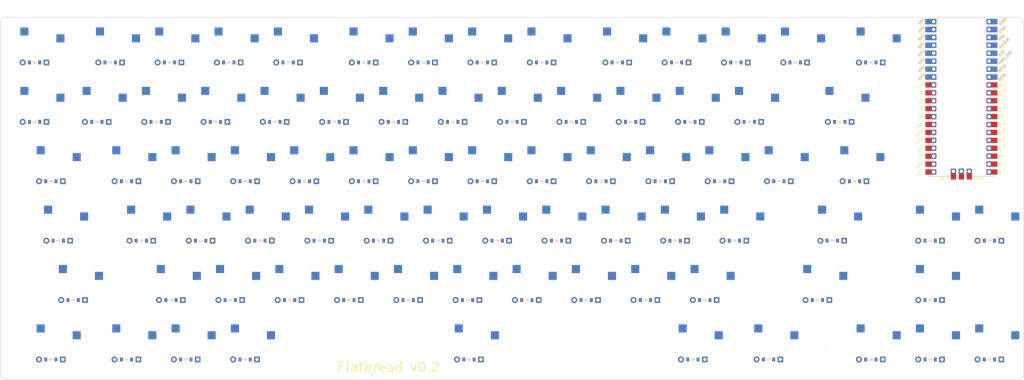
<source format=kicad_pcb>
(kicad_pcb (version 20171130) (host pcbnew 5.1.6)
  (title_block (title "main") (rev "v1.0.0") (company "Unknown"))
  (layers (0 F.Cu signal) (31 B.Cu signal) (34 B.Paste user) (35 F.Paste user) (36 B.SilkS user) (37 F.SilkS user) (38 B.Mask user) (39 F.Mask user) (44 Edge.Cuts user))
  (net 0 "")
  (net 1 "tilda_row")
  (net 2 "num1_row")
  (net 3 "num2_row")
  (net 4 "num3_row")
  (net 5 "num4_row")
  (net 6 "num5_row")
  (net 7 "num6_row")
  (net 8 "num7_row")
  (net 9 "num8_row")
  (net 10 "num9_row")
  (net 11 "num0_row")
  (net 12 "minus_row")
  (net 13 "equal_row")
  (net 14 "backspace_row")
  (net 15 "escape_row")
  (net 16 "f1_row")
  (net 17 "f2_row")
  (net 18 "f3_row")
  (net 19 "f4_row")
  (net 20 "f5_row")
  (net 21 "f6_row")
  (net 22 "f7_row")
  (net 23 "f8_row")
  (net 24 "f9_row")
  (net 25 "f10_row")
  (net 26 "f11_row")
  (net 27 "f12_row")
  (net 28 "delete_row")
  (net 29 "tab_row")
  (net 30 "q_row")
  (net 31 "w_row")
  (net 32 "e_row")
  (net 33 "r_row")
  (net 34 "t_row")
  (net 35 "y_row")
  (net 36 "u_row")
  (net 37 "i_row")
  (net 38 "o_row")
  (net 39 "p_row")
  (net 40 "square_bracket_open_row")
  (net 41 "square_bracket_close_row")
  (net 42 "backslash_row")
  (net 43 "caps_row")
  (net 44 "a_row")
  (net 45 "s_row")
  (net 46 "d_row")
  (net 47 "f_row")
  (net 48 "g_row")
  (net 49 "h_row")
  (net 50 "j_row")
  (net 51 "k_row")
  (net 52 "l_row")
  (net 53 "semicolon_row")
  (net 54 "quote_row")
  (net 55 "enter_row")
  (net 56 "macro1_row")
  (net 57 "macro2_row")
  (net 58 "left_shift_row")
  (net 59 "z_row")
  (net 60 "x_row")
  (net 61 "c_row")
  (net 62 "v_row")
  (net 63 "b_row")
  (net 64 "n_row")
  (net 65 "m_row")
  (net 66 "comma_row")
  (net 67 "period_row")
  (net 68 "slash_row")
  (net 69 "right_shift_row")
  (net 70 "up_arrow_row")
  (net 71 "left_control_row")
  (net 72 "function_row")
  (net 73 "super_row")
  (net 74 "left_alt_row")
  (net 75 "space_row")
  (net 76 "right_alt_row")
  (net 77 "right_control_row")
  (net 78 "left_arrow_row")
  (net 79 "bottom_arrow_row")
  (net 80 "right_arrow_row")
  (net 81 "GP0")
  (net 82 "GP1")
  (net 83 "GP2")
  (net 84 "GP3")
  (net 85 "GP4")
  (net 86 "GP5")
  (net 87 "GP6")
  (net 88 "GP7")
  (net 89 "GP8")
  (net 90 "GP9")
  (net 91 "GP10")
  (net 92 "GP11")
  (net 93 "GP12")
  (net 94 "GP13")
  (net 95 "GP14")
  (net 96 "GP15")
  (net 97 "GP16")
  (net 98 "GP17")
  (net 99 "GP18")
  (net 100 "GP19")
  (net 101 "GP20")
  (net 102 "GP21")
  (net 103 "GP22")
  (net 104 "GP26")
  (net 105 "GP27")
  (net 106 "GP28")
  (net 107 "RUN")
  (net 108 "ADC_VREF")
  (net 109 "3V3")
  (net 110 "3V3_EN")
  (net 111 "VSYS")
  (net 112 "VBUS")
  (net 113 "GND")
  (net 114 "AGND")
  (net 115 "SWCLK")
  (net 116 "SWDIO")
  (module PG1350 (layer F.Cu) (at 0 0 0)
    (fp_text reference "S1" hide)
    (fp_text value "" hide)
    (pad "" np_thru_hole circle (at 0 0) (size 3.429 3.429) (drill 3.429) (layers *.Cu *.Mask))
    (pad "" np_thru_hole circle (at 5.5 0) (size 1.7018 1.7018) (drill 1.7018) (layers *.Cu *.Mask))
    (pad "" np_thru_hole circle (at -5.5 0) (size 1.7018 1.7018) (drill 1.7018) (layers *.Cu *.Mask))
    (pad "" np_thru_hole circle (at 5 -3.75) (size 3 3) (drill 3) (layers *.Cu *.Mask))
    (pad "" np_thru_hole circle (at 0 -5.95) (size 3 3) (drill 3) (layers *.Cu *.Mask))
    (pad 1 smd rect (at -3.275 -5.95 0) (size 2.6 2.6) (layers B.Cu B.Paste B.Mask) (net 0 ""))
    (pad 2 smd rect (at 8.275 -3.75 0) (size 2.6 2.6) (layers B.Cu B.Paste B.Mask) (net 1 "tilda_row"))
  )
  (module PG1350 (layer F.Cu) (at 19.95 0 0)
    (fp_text reference "S2" hide)
    (fp_text value "" hide)
    (pad "" np_thru_hole circle (at 0 0) (size 3.429 3.429) (drill 3.429) (layers *.Cu *.Mask))
    (pad "" np_thru_hole circle (at 5.5 0) (size 1.7018 1.7018) (drill 1.7018) (layers *.Cu *.Mask))
    (pad "" np_thru_hole circle (at -5.5 0) (size 1.7018 1.7018) (drill 1.7018) (layers *.Cu *.Mask))
    (pad "" np_thru_hole circle (at 5 -3.75) (size 3 3) (drill 3) (layers *.Cu *.Mask))
    (pad "" np_thru_hole circle (at 0 -5.95) (size 3 3) (drill 3) (layers *.Cu *.Mask))
    (pad 1 smd rect (at -3.275 -5.95 0) (size 2.6 2.6) (layers B.Cu B.Paste B.Mask) (net 0 ""))
    (pad 2 smd rect (at 8.275 -3.75 0) (size 2.6 2.6) (layers B.Cu B.Paste B.Mask) (net 2 "num1_row"))
  )
  (module PG1350 (layer F.Cu) (at 38.95 0 0)
    (fp_text reference "S3" hide)
    (fp_text value "" hide)
    (pad "" np_thru_hole circle (at 0 0) (size 3.429 3.429) (drill 3.429) (layers *.Cu *.Mask))
    (pad "" np_thru_hole circle (at 5.5 0) (size 1.7018 1.7018) (drill 1.7018) (layers *.Cu *.Mask))
    (pad "" np_thru_hole circle (at -5.5 0) (size 1.7018 1.7018) (drill 1.7018) (layers *.Cu *.Mask))
    (pad "" np_thru_hole circle (at 5 -3.75) (size 3 3) (drill 3) (layers *.Cu *.Mask))
    (pad "" np_thru_hole circle (at 0 -5.95) (size 3 3) (drill 3) (layers *.Cu *.Mask))
    (pad 1 smd rect (at -3.275 -5.95 0) (size 2.6 2.6) (layers B.Cu B.Paste B.Mask) (net 0 ""))
    (pad 2 smd rect (at 8.275 -3.75 0) (size 2.6 2.6) (layers B.Cu B.Paste B.Mask) (net 3 "num2_row"))
  )
  (module PG1350 (layer F.Cu) (at 57.95 0 0)
    (fp_text reference "S4" hide)
    (fp_text value "" hide)
    (pad "" np_thru_hole circle (at 0 0) (size 3.429 3.429) (drill 3.429) (layers *.Cu *.Mask))
    (pad "" np_thru_hole circle (at 5.5 0) (size 1.7018 1.7018) (drill 1.7018) (layers *.Cu *.Mask))
    (pad "" np_thru_hole circle (at -5.5 0) (size 1.7018 1.7018) (drill 1.7018) (layers *.Cu *.Mask))
    (pad "" np_thru_hole circle (at 5 -3.75) (size 3 3) (drill 3) (layers *.Cu *.Mask))
    (pad "" np_thru_hole circle (at 0 -5.95) (size 3 3) (drill 3) (layers *.Cu *.Mask))
    (pad 1 smd rect (at -3.275 -5.95 0) (size 2.6 2.6) (layers B.Cu B.Paste B.Mask) (net 0 ""))
    (pad 2 smd rect (at 8.275 -3.75 0) (size 2.6 2.6) (layers B.Cu B.Paste B.Mask) (net 4 "num3_row"))
  )
  (module PG1350 (layer F.Cu) (at 76.95 0 0)
    (fp_text reference "S5" hide)
    (fp_text value "" hide)
    (pad "" np_thru_hole circle (at 0 0) (size 3.429 3.429) (drill 3.429) (layers *.Cu *.Mask))
    (pad "" np_thru_hole circle (at 5.5 0) (size 1.7018 1.7018) (drill 1.7018) (layers *.Cu *.Mask))
    (pad "" np_thru_hole circle (at -5.5 0) (size 1.7018 1.7018) (drill 1.7018) (layers *.Cu *.Mask))
    (pad "" np_thru_hole circle (at 5 -3.75) (size 3 3) (drill 3) (layers *.Cu *.Mask))
    (pad "" np_thru_hole circle (at 0 -5.95) (size 3 3) (drill 3) (layers *.Cu *.Mask))
    (pad 1 smd rect (at -3.275 -5.95 0) (size 2.6 2.6) (layers B.Cu B.Paste B.Mask) (net 0 ""))
    (pad 2 smd rect (at 8.275 -3.75 0) (size 2.6 2.6) (layers B.Cu B.Paste B.Mask) (net 5 "num4_row"))
  )
  (module PG1350 (layer F.Cu) (at 95.95 0 0)
    (fp_text reference "S6" hide)
    (fp_text value "" hide)
    (pad "" np_thru_hole circle (at 0 0) (size 3.429 3.429) (drill 3.429) (layers *.Cu *.Mask))
    (pad "" np_thru_hole circle (at 5.5 0) (size 1.7018 1.7018) (drill 1.7018) (layers *.Cu *.Mask))
    (pad "" np_thru_hole circle (at -5.5 0) (size 1.7018 1.7018) (drill 1.7018) (layers *.Cu *.Mask))
    (pad "" np_thru_hole circle (at 5 -3.75) (size 3 3) (drill 3) (layers *.Cu *.Mask))
    (pad "" np_thru_hole circle (at 0 -5.95) (size 3 3) (drill 3) (layers *.Cu *.Mask))
    (pad 1 smd rect (at -3.275 -5.95 0) (size 2.6 2.6) (layers B.Cu B.Paste B.Mask) (net 0 ""))
    (pad 2 smd rect (at 8.275 -3.75 0) (size 2.6 2.6) (layers B.Cu B.Paste B.Mask) (net 6 "num5_row"))
  )
  (module PG1350 (layer F.Cu) (at 114.95 0 0)
    (fp_text reference "S7" hide)
    (fp_text value "" hide)
    (pad "" np_thru_hole circle (at 0 0) (size 3.429 3.429) (drill 3.429) (layers *.Cu *.Mask))
    (pad "" np_thru_hole circle (at 5.5 0) (size 1.7018 1.7018) (drill 1.7018) (layers *.Cu *.Mask))
    (pad "" np_thru_hole circle (at -5.5 0) (size 1.7018 1.7018) (drill 1.7018) (layers *.Cu *.Mask))
    (pad "" np_thru_hole circle (at 5 -3.75) (size 3 3) (drill 3) (layers *.Cu *.Mask))
    (pad "" np_thru_hole circle (at 0 -5.95) (size 3 3) (drill 3) (layers *.Cu *.Mask))
    (pad 1 smd rect (at -3.275 -5.95 0) (size 2.6 2.6) (layers B.Cu B.Paste B.Mask) (net 0 ""))
    (pad 2 smd rect (at 8.275 -3.75 0) (size 2.6 2.6) (layers B.Cu B.Paste B.Mask) (net 7 "num6_row"))
  )
  (module PG1350 (layer F.Cu) (at 133.95 0 0)
    (fp_text reference "S8" hide)
    (fp_text value "" hide)
    (pad "" np_thru_hole circle (at 0 0) (size 3.429 3.429) (drill 3.429) (layers *.Cu *.Mask))
    (pad "" np_thru_hole circle (at 5.5 0) (size 1.7018 1.7018) (drill 1.7018) (layers *.Cu *.Mask))
    (pad "" np_thru_hole circle (at -5.5 0) (size 1.7018 1.7018) (drill 1.7018) (layers *.Cu *.Mask))
    (pad "" np_thru_hole circle (at 5 -3.75) (size 3 3) (drill 3) (layers *.Cu *.Mask))
    (pad "" np_thru_hole circle (at 0 -5.95) (size 3 3) (drill 3) (layers *.Cu *.Mask))
    (pad 1 smd rect (at -3.275 -5.95 0) (size 2.6 2.6) (layers B.Cu B.Paste B.Mask) (net 0 ""))
    (pad 2 smd rect (at 8.275 -3.75 0) (size 2.6 2.6) (layers B.Cu B.Paste B.Mask) (net 8 "num7_row"))
  )
  (module PG1350 (layer F.Cu) (at 152.95 0 0)
    (fp_text reference "S9" hide)
    (fp_text value "" hide)
    (pad "" np_thru_hole circle (at 0 0) (size 3.429 3.429) (drill 3.429) (layers *.Cu *.Mask))
    (pad "" np_thru_hole circle (at 5.5 0) (size 1.7018 1.7018) (drill 1.7018) (layers *.Cu *.Mask))
    (pad "" np_thru_hole circle (at -5.5 0) (size 1.7018 1.7018) (drill 1.7018) (layers *.Cu *.Mask))
    (pad "" np_thru_hole circle (at 5 -3.75) (size 3 3) (drill 3) (layers *.Cu *.Mask))
    (pad "" np_thru_hole circle (at 0 -5.95) (size 3 3) (drill 3) (layers *.Cu *.Mask))
    (pad 1 smd rect (at -3.275 -5.95 0) (size 2.6 2.6) (layers B.Cu B.Paste B.Mask) (net 0 ""))
    (pad 2 smd rect (at 8.275 -3.75 0) (size 2.6 2.6) (layers B.Cu B.Paste B.Mask) (net 9 "num8_row"))
  )
  (module PG1350 (layer F.Cu) (at 171.95 0 0)
    (fp_text reference "S10" hide)
    (fp_text value "" hide)
    (pad "" np_thru_hole circle (at 0 0) (size 3.429 3.429) (drill 3.429) (layers *.Cu *.Mask))
    (pad "" np_thru_hole circle (at 5.5 0) (size 1.7018 1.7018) (drill 1.7018) (layers *.Cu *.Mask))
    (pad "" np_thru_hole circle (at -5.5 0) (size 1.7018 1.7018) (drill 1.7018) (layers *.Cu *.Mask))
    (pad "" np_thru_hole circle (at 5 -3.75) (size 3 3) (drill 3) (layers *.Cu *.Mask))
    (pad "" np_thru_hole circle (at 0 -5.95) (size 3 3) (drill 3) (layers *.Cu *.Mask))
    (pad 1 smd rect (at -3.275 -5.95 0) (size 2.6 2.6) (layers B.Cu B.Paste B.Mask) (net 0 ""))
    (pad 2 smd rect (at 8.275 -3.75 0) (size 2.6 2.6) (layers B.Cu B.Paste B.Mask) (net 10 "num9_row"))
  )
  (module PG1350 (layer F.Cu) (at 190.95 0 0)
    (fp_text reference "S11" hide)
    (fp_text value "" hide)
    (pad "" np_thru_hole circle (at 0 0) (size 3.429 3.429) (drill 3.429) (layers *.Cu *.Mask))
    (pad "" np_thru_hole circle (at 5.5 0) (size 1.7018 1.7018) (drill 1.7018) (layers *.Cu *.Mask))
    (pad "" np_thru_hole circle (at -5.5 0) (size 1.7018 1.7018) (drill 1.7018) (layers *.Cu *.Mask))
    (pad "" np_thru_hole circle (at 5 -3.75) (size 3 3) (drill 3) (layers *.Cu *.Mask))
    (pad "" np_thru_hole circle (at 0 -5.95) (size 3 3) (drill 3) (layers *.Cu *.Mask))
    (pad 1 smd rect (at -3.275 -5.95 0) (size 2.6 2.6) (layers B.Cu B.Paste B.Mask) (net 0 ""))
    (pad 2 smd rect (at 8.275 -3.75 0) (size 2.6 2.6) (layers B.Cu B.Paste B.Mask) (net 11 "num0_row"))
  )
  (module PG1350 (layer F.Cu) (at 209.95 0 0)
    (fp_text reference "S12" hide)
    (fp_text value "" hide)
    (pad "" np_thru_hole circle (at 0 0) (size 3.429 3.429) (drill 3.429) (layers *.Cu *.Mask))
    (pad "" np_thru_hole circle (at 5.5 0) (size 1.7018 1.7018) (drill 1.7018) (layers *.Cu *.Mask))
    (pad "" np_thru_hole circle (at -5.5 0) (size 1.7018 1.7018) (drill 1.7018) (layers *.Cu *.Mask))
    (pad "" np_thru_hole circle (at 5 -3.75) (size 3 3) (drill 3) (layers *.Cu *.Mask))
    (pad "" np_thru_hole circle (at 0 -5.95) (size 3 3) (drill 3) (layers *.Cu *.Mask))
    (pad 1 smd rect (at -3.275 -5.95 0) (size 2.6 2.6) (layers B.Cu B.Paste B.Mask) (net 0 ""))
    (pad 2 smd rect (at 8.275 -3.75 0) (size 2.6 2.6) (layers B.Cu B.Paste B.Mask) (net 12 "minus_row"))
  )
  (module PG1350 (layer F.Cu) (at 228.95 0 0)
    (fp_text reference "S13" hide)
    (fp_text value "" hide)
    (pad "" np_thru_hole circle (at 0 0) (size 3.429 3.429) (drill 3.429) (layers *.Cu *.Mask))
    (pad "" np_thru_hole circle (at 5.5 0) (size 1.7018 1.7018) (drill 1.7018) (layers *.Cu *.Mask))
    (pad "" np_thru_hole circle (at -5.5 0) (size 1.7018 1.7018) (drill 1.7018) (layers *.Cu *.Mask))
    (pad "" np_thru_hole circle (at 5 -3.75) (size 3 3) (drill 3) (layers *.Cu *.Mask))
    (pad "" np_thru_hole circle (at 0 -5.95) (size 3 3) (drill 3) (layers *.Cu *.Mask))
    (pad 1 smd rect (at -3.275 -5.95 0) (size 2.6 2.6) (layers B.Cu B.Paste B.Mask) (net 0 ""))
    (pad 2 smd rect (at 8.275 -3.75 0) (size 2.6 2.6) (layers B.Cu B.Paste B.Mask) (net 13 "equal_row"))
  )
  (module PG1350 (layer F.Cu) (at 257.925 0 0)
    (fp_text reference "S14" hide)
    (fp_text value "" hide)
    (pad "" np_thru_hole circle (at 0 0) (size 3.429 3.429) (drill 3.429) (layers *.Cu *.Mask))
    (pad "" np_thru_hole circle (at 5.5 0) (size 1.7018 1.7018) (drill 1.7018) (layers *.Cu *.Mask))
    (pad "" np_thru_hole circle (at -5.5 0) (size 1.7018 1.7018) (drill 1.7018) (layers *.Cu *.Mask))
    (pad "" np_thru_hole circle (at 5 -3.75) (size 3 3) (drill 3) (layers *.Cu *.Mask))
    (pad "" np_thru_hole circle (at 0 -5.95) (size 3 3) (drill 3) (layers *.Cu *.Mask))
    (pad 1 smd rect (at -3.275 -5.95 0) (size 2.6 2.6) (layers B.Cu B.Paste B.Mask) (net 0 ""))
    (pad 2 smd rect (at 8.275 -3.75 0) (size 2.6 2.6) (layers B.Cu B.Paste B.Mask) (net 14 "backspace_row"))
  )
  (module PG1350 (layer F.Cu) (at 0 -19.05 0)
    (fp_text reference "S15" hide)
    (fp_text value "" hide)
    (pad "" np_thru_hole circle (at 0 0) (size 3.429 3.429) (drill 3.429) (layers *.Cu *.Mask))
    (pad "" np_thru_hole circle (at 5.5 0) (size 1.7018 1.7018) (drill 1.7018) (layers *.Cu *.Mask))
    (pad "" np_thru_hole circle (at -5.5 0) (size 1.7018 1.7018) (drill 1.7018) (layers *.Cu *.Mask))
    (pad "" np_thru_hole circle (at 5 -3.75) (size 3 3) (drill 3) (layers *.Cu *.Mask))
    (pad "" np_thru_hole circle (at 0 -5.95) (size 3 3) (drill 3) (layers *.Cu *.Mask))
    (pad 1 smd rect (at -3.275 -5.95 0) (size 2.6 2.6) (layers B.Cu B.Paste B.Mask) (net 0 ""))
    (pad 2 smd rect (at 8.275 -3.75 0) (size 2.6 2.6) (layers B.Cu B.Paste B.Mask) (net 15 "escape_row"))
  )
  (module PG1350 (layer F.Cu) (at 24.225 -19.05 0)
    (fp_text reference "S16" hide)
    (fp_text value "" hide)
    (pad "" np_thru_hole circle (at 0 0) (size 3.429 3.429) (drill 3.429) (layers *.Cu *.Mask))
    (pad "" np_thru_hole circle (at 5.5 0) (size 1.7018 1.7018) (drill 1.7018) (layers *.Cu *.Mask))
    (pad "" np_thru_hole circle (at -5.5 0) (size 1.7018 1.7018) (drill 1.7018) (layers *.Cu *.Mask))
    (pad "" np_thru_hole circle (at 5 -3.75) (size 3 3) (drill 3) (layers *.Cu *.Mask))
    (pad "" np_thru_hole circle (at 0 -5.95) (size 3 3) (drill 3) (layers *.Cu *.Mask))
    (pad 1 smd rect (at -3.275 -5.95 0) (size 2.6 2.6) (layers B.Cu B.Paste B.Mask) (net 0 ""))
    (pad 2 smd rect (at 8.275 -3.75 0) (size 2.6 2.6) (layers B.Cu B.Paste B.Mask) (net 16 "f1_row"))
  )
  (module PG1350 (layer F.Cu) (at 43.225 -19.05 0)
    (fp_text reference "S17" hide)
    (fp_text value "" hide)
    (pad "" np_thru_hole circle (at 0 0) (size 3.429 3.429) (drill 3.429) (layers *.Cu *.Mask))
    (pad "" np_thru_hole circle (at 5.5 0) (size 1.7018 1.7018) (drill 1.7018) (layers *.Cu *.Mask))
    (pad "" np_thru_hole circle (at -5.5 0) (size 1.7018 1.7018) (drill 1.7018) (layers *.Cu *.Mask))
    (pad "" np_thru_hole circle (at 5 -3.75) (size 3 3) (drill 3) (layers *.Cu *.Mask))
    (pad "" np_thru_hole circle (at 0 -5.95) (size 3 3) (drill 3) (layers *.Cu *.Mask))
    (pad 1 smd rect (at -3.275 -5.95 0) (size 2.6 2.6) (layers B.Cu B.Paste B.Mask) (net 0 ""))
    (pad 2 smd rect (at 8.275 -3.75 0) (size 2.6 2.6) (layers B.Cu B.Paste B.Mask) (net 17 "f2_row"))
  )
  (module PG1350 (layer F.Cu) (at 62.225 -19.05 0)
    (fp_text reference "S18" hide)
    (fp_text value "" hide)
    (pad "" np_thru_hole circle (at 0 0) (size 3.429 3.429) (drill 3.429) (layers *.Cu *.Mask))
    (pad "" np_thru_hole circle (at 5.5 0) (size 1.7018 1.7018) (drill 1.7018) (layers *.Cu *.Mask))
    (pad "" np_thru_hole circle (at -5.5 0) (size 1.7018 1.7018) (drill 1.7018) (layers *.Cu *.Mask))
    (pad "" np_thru_hole circle (at 5 -3.75) (size 3 3) (drill 3) (layers *.Cu *.Mask))
    (pad "" np_thru_hole circle (at 0 -5.95) (size 3 3) (drill 3) (layers *.Cu *.Mask))
    (pad 1 smd rect (at -3.275 -5.95 0) (size 2.6 2.6) (layers B.Cu B.Paste B.Mask) (net 0 ""))
    (pad 2 smd rect (at 8.275 -3.75 0) (size 2.6 2.6) (layers B.Cu B.Paste B.Mask) (net 18 "f3_row"))
  )
  (module PG1350 (layer F.Cu) (at 81.225 -19.05 0)
    (fp_text reference "S19" hide)
    (fp_text value "" hide)
    (pad "" np_thru_hole circle (at 0 0) (size 3.429 3.429) (drill 3.429) (layers *.Cu *.Mask))
    (pad "" np_thru_hole circle (at 5.5 0) (size 1.7018 1.7018) (drill 1.7018) (layers *.Cu *.Mask))
    (pad "" np_thru_hole circle (at -5.5 0) (size 1.7018 1.7018) (drill 1.7018) (layers *.Cu *.Mask))
    (pad "" np_thru_hole circle (at 5 -3.75) (size 3 3) (drill 3) (layers *.Cu *.Mask))
    (pad "" np_thru_hole circle (at 0 -5.95) (size 3 3) (drill 3) (layers *.Cu *.Mask))
    (pad 1 smd rect (at -3.275 -5.95 0) (size 2.6 2.6) (layers B.Cu B.Paste B.Mask) (net 0 ""))
    (pad 2 smd rect (at 8.275 -3.75 0) (size 2.6 2.6) (layers B.Cu B.Paste B.Mask) (net 19 "f4_row"))
  )
  (module PG1350 (layer F.Cu) (at 105.45 -19.05 0)
    (fp_text reference "S20" hide)
    (fp_text value "" hide)
    (pad "" np_thru_hole circle (at 0 0) (size 3.429 3.429) (drill 3.429) (layers *.Cu *.Mask))
    (pad "" np_thru_hole circle (at 5.5 0) (size 1.7018 1.7018) (drill 1.7018) (layers *.Cu *.Mask))
    (pad "" np_thru_hole circle (at -5.5 0) (size 1.7018 1.7018) (drill 1.7018) (layers *.Cu *.Mask))
    (pad "" np_thru_hole circle (at 5 -3.75) (size 3 3) (drill 3) (layers *.Cu *.Mask))
    (pad "" np_thru_hole circle (at 0 -5.95) (size 3 3) (drill 3) (layers *.Cu *.Mask))
    (pad 1 smd rect (at -3.275 -5.95 0) (size 2.6 2.6) (layers B.Cu B.Paste B.Mask) (net 0 ""))
    (pad 2 smd rect (at 8.275 -3.75 0) (size 2.6 2.6) (layers B.Cu B.Paste B.Mask) (net 20 "f5_row"))
  )
  (module PG1350 (layer F.Cu) (at 124.45 -19.05 0)
    (fp_text reference "S21" hide)
    (fp_text value "" hide)
    (pad "" np_thru_hole circle (at 0 0) (size 3.429 3.429) (drill 3.429) (layers *.Cu *.Mask))
    (pad "" np_thru_hole circle (at 5.5 0) (size 1.7018 1.7018) (drill 1.7018) (layers *.Cu *.Mask))
    (pad "" np_thru_hole circle (at -5.5 0) (size 1.7018 1.7018) (drill 1.7018) (layers *.Cu *.Mask))
    (pad "" np_thru_hole circle (at 5 -3.75) (size 3 3) (drill 3) (layers *.Cu *.Mask))
    (pad "" np_thru_hole circle (at 0 -5.95) (size 3 3) (drill 3) (layers *.Cu *.Mask))
    (pad 1 smd rect (at -3.275 -5.95 0) (size 2.6 2.6) (layers B.Cu B.Paste B.Mask) (net 0 ""))
    (pad 2 smd rect (at 8.275 -3.75 0) (size 2.6 2.6) (layers B.Cu B.Paste B.Mask) (net 21 "f6_row"))
  )
  (module PG1350 (layer F.Cu) (at 143.45 -19.05 0)
    (fp_text reference "S22" hide)
    (fp_text value "" hide)
    (pad "" np_thru_hole circle (at 0 0) (size 3.429 3.429) (drill 3.429) (layers *.Cu *.Mask))
    (pad "" np_thru_hole circle (at 5.5 0) (size 1.7018 1.7018) (drill 1.7018) (layers *.Cu *.Mask))
    (pad "" np_thru_hole circle (at -5.5 0) (size 1.7018 1.7018) (drill 1.7018) (layers *.Cu *.Mask))
    (pad "" np_thru_hole circle (at 5 -3.75) (size 3 3) (drill 3) (layers *.Cu *.Mask))
    (pad "" np_thru_hole circle (at 0 -5.95) (size 3 3) (drill 3) (layers *.Cu *.Mask))
    (pad 1 smd rect (at -3.275 -5.95 0) (size 2.6 2.6) (layers B.Cu B.Paste B.Mask) (net 0 ""))
    (pad 2 smd rect (at 8.275 -3.75 0) (size 2.6 2.6) (layers B.Cu B.Paste B.Mask) (net 22 "f7_row"))
  )
  (module PG1350 (layer F.Cu) (at 162.45 -19.05 0)
    (fp_text reference "S23" hide)
    (fp_text value "" hide)
    (pad "" np_thru_hole circle (at 0 0) (size 3.429 3.429) (drill 3.429) (layers *.Cu *.Mask))
    (pad "" np_thru_hole circle (at 5.5 0) (size 1.7018 1.7018) (drill 1.7018) (layers *.Cu *.Mask))
    (pad "" np_thru_hole circle (at -5.5 0) (size 1.7018 1.7018) (drill 1.7018) (layers *.Cu *.Mask))
    (pad "" np_thru_hole circle (at 5 -3.75) (size 3 3) (drill 3) (layers *.Cu *.Mask))
    (pad "" np_thru_hole circle (at 0 -5.95) (size 3 3) (drill 3) (layers *.Cu *.Mask))
    (pad 1 smd rect (at -3.275 -5.95 0) (size 2.6 2.6) (layers B.Cu B.Paste B.Mask) (net 0 ""))
    (pad 2 smd rect (at 8.275 -3.75 0) (size 2.6 2.6) (layers B.Cu B.Paste B.Mask) (net 23 "f8_row"))
  )
  (module PG1350 (layer F.Cu) (at 186.675 -19.05 0)
    (fp_text reference "S24" hide)
    (fp_text value "" hide)
    (pad "" np_thru_hole circle (at 0 0) (size 3.429 3.429) (drill 3.429) (layers *.Cu *.Mask))
    (pad "" np_thru_hole circle (at 5.5 0) (size 1.7018 1.7018) (drill 1.7018) (layers *.Cu *.Mask))
    (pad "" np_thru_hole circle (at -5.5 0) (size 1.7018 1.7018) (drill 1.7018) (layers *.Cu *.Mask))
    (pad "" np_thru_hole circle (at 5 -3.75) (size 3 3) (drill 3) (layers *.Cu *.Mask))
    (pad "" np_thru_hole circle (at 0 -5.95) (size 3 3) (drill 3) (layers *.Cu *.Mask))
    (pad 1 smd rect (at -3.275 -5.95 0) (size 2.6 2.6) (layers B.Cu B.Paste B.Mask) (net 0 ""))
    (pad 2 smd rect (at 8.275 -3.75 0) (size 2.6 2.6) (layers B.Cu B.Paste B.Mask) (net 24 "f9_row"))
  )
  (module PG1350 (layer F.Cu) (at 205.675 -19.05 0)
    (fp_text reference "S25" hide)
    (fp_text value "" hide)
    (pad "" np_thru_hole circle (at 0 0) (size 3.429 3.429) (drill 3.429) (layers *.Cu *.Mask))
    (pad "" np_thru_hole circle (at 5.5 0) (size 1.7018 1.7018) (drill 1.7018) (layers *.Cu *.Mask))
    (pad "" np_thru_hole circle (at -5.5 0) (size 1.7018 1.7018) (drill 1.7018) (layers *.Cu *.Mask))
    (pad "" np_thru_hole circle (at 5 -3.75) (size 3 3) (drill 3) (layers *.Cu *.Mask))
    (pad "" np_thru_hole circle (at 0 -5.95) (size 3 3) (drill 3) (layers *.Cu *.Mask))
    (pad 1 smd rect (at -3.275 -5.95 0) (size 2.6 2.6) (layers B.Cu B.Paste B.Mask) (net 0 ""))
    (pad 2 smd rect (at 8.275 -3.75 0) (size 2.6 2.6) (layers B.Cu B.Paste B.Mask) (net 25 "f10_row"))
  )
  (module PG1350 (layer F.Cu) (at 224.675 -19.05 0)
    (fp_text reference "S26" hide)
    (fp_text value "" hide)
    (pad "" np_thru_hole circle (at 0 0) (size 3.429 3.429) (drill 3.429) (layers *.Cu *.Mask))
    (pad "" np_thru_hole circle (at 5.5 0) (size 1.7018 1.7018) (drill 1.7018) (layers *.Cu *.Mask))
    (pad "" np_thru_hole circle (at -5.5 0) (size 1.7018 1.7018) (drill 1.7018) (layers *.Cu *.Mask))
    (pad "" np_thru_hole circle (at 5 -3.75) (size 3 3) (drill 3) (layers *.Cu *.Mask))
    (pad "" np_thru_hole circle (at 0 -5.95) (size 3 3) (drill 3) (layers *.Cu *.Mask))
    (pad 1 smd rect (at -3.275 -5.95 0) (size 2.6 2.6) (layers B.Cu B.Paste B.Mask) (net 0 ""))
    (pad 2 smd rect (at 8.275 -3.75 0) (size 2.6 2.6) (layers B.Cu B.Paste B.Mask) (net 26 "f11_row"))
  )
  (module PG1350 (layer F.Cu) (at 243.675 -19.05 0)
    (fp_text reference "S27" hide)
    (fp_text value "" hide)
    (pad "" np_thru_hole circle (at 0 0) (size 3.429 3.429) (drill 3.429) (layers *.Cu *.Mask))
    (pad "" np_thru_hole circle (at 5.5 0) (size 1.7018 1.7018) (drill 1.7018) (layers *.Cu *.Mask))
    (pad "" np_thru_hole circle (at -5.5 0) (size 1.7018 1.7018) (drill 1.7018) (layers *.Cu *.Mask))
    (pad "" np_thru_hole circle (at 5 -3.75) (size 3 3) (drill 3) (layers *.Cu *.Mask))
    (pad "" np_thru_hole circle (at 0 -5.95) (size 3 3) (drill 3) (layers *.Cu *.Mask))
    (pad 1 smd rect (at -3.275 -5.95 0) (size 2.6 2.6) (layers B.Cu B.Paste B.Mask) (net 0 ""))
    (pad 2 smd rect (at 8.275 -3.75 0) (size 2.6 2.6) (layers B.Cu B.Paste B.Mask) (net 27 "f12_row"))
  )
  (module PG1350 (layer F.Cu) (at 267.9 -19.05 0)
    (fp_text reference "S28" hide)
    (fp_text value "" hide)
    (pad "" np_thru_hole circle (at 0 0) (size 3.429 3.429) (drill 3.429) (layers *.Cu *.Mask))
    (pad "" np_thru_hole circle (at 5.5 0) (size 1.7018 1.7018) (drill 1.7018) (layers *.Cu *.Mask))
    (pad "" np_thru_hole circle (at -5.5 0) (size 1.7018 1.7018) (drill 1.7018) (layers *.Cu *.Mask))
    (pad "" np_thru_hole circle (at 5 -3.75) (size 3 3) (drill 3) (layers *.Cu *.Mask))
    (pad "" np_thru_hole circle (at 0 -5.95) (size 3 3) (drill 3) (layers *.Cu *.Mask))
    (pad 1 smd rect (at -3.275 -5.95 0) (size 2.6 2.6) (layers B.Cu B.Paste B.Mask) (net 0 ""))
    (pad 2 smd rect (at 8.275 -3.75 0) (size 2.6 2.6) (layers B.Cu B.Paste B.Mask) (net 28 "delete_row"))
  )
  (module PG1350 (layer F.Cu) (at 5.225 19.05 0)
    (fp_text reference "S29" hide)
    (fp_text value "" hide)
    (pad "" np_thru_hole circle (at 0 0) (size 3.429 3.429) (drill 3.429) (layers *.Cu *.Mask))
    (pad "" np_thru_hole circle (at 5.5 0) (size 1.7018 1.7018) (drill 1.7018) (layers *.Cu *.Mask))
    (pad "" np_thru_hole circle (at -5.5 0) (size 1.7018 1.7018) (drill 1.7018) (layers *.Cu *.Mask))
    (pad "" np_thru_hole circle (at 5 -3.75) (size 3 3) (drill 3) (layers *.Cu *.Mask))
    (pad "" np_thru_hole circle (at 0 -5.95) (size 3 3) (drill 3) (layers *.Cu *.Mask))
    (pad 1 smd rect (at -3.275 -5.95 0) (size 2.6 2.6) (layers B.Cu B.Paste B.Mask) (net 0 ""))
    (pad 2 smd rect (at 8.275 -3.75 0) (size 2.6 2.6) (layers B.Cu B.Paste B.Mask) (net 29 "tab_row"))
  )
  (module PG1350 (layer F.Cu) (at 29.450000000000003 19.05 0)
    (fp_text reference "S30" hide)
    (fp_text value "" hide)
    (pad "" np_thru_hole circle (at 0 0) (size 3.429 3.429) (drill 3.429) (layers *.Cu *.Mask))
    (pad "" np_thru_hole circle (at 5.5 0) (size 1.7018 1.7018) (drill 1.7018) (layers *.Cu *.Mask))
    (pad "" np_thru_hole circle (at -5.5 0) (size 1.7018 1.7018) (drill 1.7018) (layers *.Cu *.Mask))
    (pad "" np_thru_hole circle (at 5 -3.75) (size 3 3) (drill 3) (layers *.Cu *.Mask))
    (pad "" np_thru_hole circle (at 0 -5.95) (size 3 3) (drill 3) (layers *.Cu *.Mask))
    (pad 1 smd rect (at -3.275 -5.95 0) (size 2.6 2.6) (layers B.Cu B.Paste B.Mask) (net 0 ""))
    (pad 2 smd rect (at 8.275 -3.75 0) (size 2.6 2.6) (layers B.Cu B.Paste B.Mask) (net 30 "q_row"))
  )
  (module PG1350 (layer F.Cu) (at 48.45 19.05 0)
    (fp_text reference "S31" hide)
    (fp_text value "" hide)
    (pad "" np_thru_hole circle (at 0 0) (size 3.429 3.429) (drill 3.429) (layers *.Cu *.Mask))
    (pad "" np_thru_hole circle (at 5.5 0) (size 1.7018 1.7018) (drill 1.7018) (layers *.Cu *.Mask))
    (pad "" np_thru_hole circle (at -5.5 0) (size 1.7018 1.7018) (drill 1.7018) (layers *.Cu *.Mask))
    (pad "" np_thru_hole circle (at 5 -3.75) (size 3 3) (drill 3) (layers *.Cu *.Mask))
    (pad "" np_thru_hole circle (at 0 -5.95) (size 3 3) (drill 3) (layers *.Cu *.Mask))
    (pad 1 smd rect (at -3.275 -5.95 0) (size 2.6 2.6) (layers B.Cu B.Paste B.Mask) (net 0 ""))
    (pad 2 smd rect (at 8.275 -3.75 0) (size 2.6 2.6) (layers B.Cu B.Paste B.Mask) (net 31 "w_row"))
  )
  (module PG1350 (layer F.Cu) (at 67.45 19.05 0)
    (fp_text reference "S32" hide)
    (fp_text value "" hide)
    (pad "" np_thru_hole circle (at 0 0) (size 3.429 3.429) (drill 3.429) (layers *.Cu *.Mask))
    (pad "" np_thru_hole circle (at 5.5 0) (size 1.7018 1.7018) (drill 1.7018) (layers *.Cu *.Mask))
    (pad "" np_thru_hole circle (at -5.5 0) (size 1.7018 1.7018) (drill 1.7018) (layers *.Cu *.Mask))
    (pad "" np_thru_hole circle (at 5 -3.75) (size 3 3) (drill 3) (layers *.Cu *.Mask))
    (pad "" np_thru_hole circle (at 0 -5.95) (size 3 3) (drill 3) (layers *.Cu *.Mask))
    (pad 1 smd rect (at -3.275 -5.95 0) (size 2.6 2.6) (layers B.Cu B.Paste B.Mask) (net 0 ""))
    (pad 2 smd rect (at 8.275 -3.75 0) (size 2.6 2.6) (layers B.Cu B.Paste B.Mask) (net 32 "e_row"))
  )
  (module PG1350 (layer F.Cu) (at 86.44999999999999 19.05 0)
    (fp_text reference "S33" hide)
    (fp_text value "" hide)
    (pad "" np_thru_hole circle (at 0 0) (size 3.429 3.429) (drill 3.429) (layers *.Cu *.Mask))
    (pad "" np_thru_hole circle (at 5.5 0) (size 1.7018 1.7018) (drill 1.7018) (layers *.Cu *.Mask))
    (pad "" np_thru_hole circle (at -5.5 0) (size 1.7018 1.7018) (drill 1.7018) (layers *.Cu *.Mask))
    (pad "" np_thru_hole circle (at 5 -3.75) (size 3 3) (drill 3) (layers *.Cu *.Mask))
    (pad "" np_thru_hole circle (at 0 -5.95) (size 3 3) (drill 3) (layers *.Cu *.Mask))
    (pad 1 smd rect (at -3.275 -5.95 0) (size 2.6 2.6) (layers B.Cu B.Paste B.Mask) (net 0 ""))
    (pad 2 smd rect (at 8.275 -3.75 0) (size 2.6 2.6) (layers B.Cu B.Paste B.Mask) (net 33 "r_row"))
  )
  (module PG1350 (layer F.Cu) (at 105.44999999999999 19.05 0)
    (fp_text reference "S34" hide)
    (fp_text value "" hide)
    (pad "" np_thru_hole circle (at 0 0) (size 3.429 3.429) (drill 3.429) (layers *.Cu *.Mask))
    (pad "" np_thru_hole circle (at 5.5 0) (size 1.7018 1.7018) (drill 1.7018) (layers *.Cu *.Mask))
    (pad "" np_thru_hole circle (at -5.5 0) (size 1.7018 1.7018) (drill 1.7018) (layers *.Cu *.Mask))
    (pad "" np_thru_hole circle (at 5 -3.75) (size 3 3) (drill 3) (layers *.Cu *.Mask))
    (pad "" np_thru_hole circle (at 0 -5.95) (size 3 3) (drill 3) (layers *.Cu *.Mask))
    (pad 1 smd rect (at -3.275 -5.95 0) (size 2.6 2.6) (layers B.Cu B.Paste B.Mask) (net 0 ""))
    (pad 2 smd rect (at 8.275 -3.75 0) (size 2.6 2.6) (layers B.Cu B.Paste B.Mask) (net 34 "t_row"))
  )
  (module PG1350 (layer F.Cu) (at 124.44999999999999 19.05 0)
    (fp_text reference "S35" hide)
    (fp_text value "" hide)
    (pad "" np_thru_hole circle (at 0 0) (size 3.429 3.429) (drill 3.429) (layers *.Cu *.Mask))
    (pad "" np_thru_hole circle (at 5.5 0) (size 1.7018 1.7018) (drill 1.7018) (layers *.Cu *.Mask))
    (pad "" np_thru_hole circle (at -5.5 0) (size 1.7018 1.7018) (drill 1.7018) (layers *.Cu *.Mask))
    (pad "" np_thru_hole circle (at 5 -3.75) (size 3 3) (drill 3) (layers *.Cu *.Mask))
    (pad "" np_thru_hole circle (at 0 -5.95) (size 3 3) (drill 3) (layers *.Cu *.Mask))
    (pad 1 smd rect (at -3.275 -5.95 0) (size 2.6 2.6) (layers B.Cu B.Paste B.Mask) (net 0 ""))
    (pad 2 smd rect (at 8.275 -3.75 0) (size 2.6 2.6) (layers B.Cu B.Paste B.Mask) (net 35 "y_row"))
  )
  (module PG1350 (layer F.Cu) (at 143.45 19.05 0)
    (fp_text reference "S36" hide)
    (fp_text value "" hide)
    (pad "" np_thru_hole circle (at 0 0) (size 3.429 3.429) (drill 3.429) (layers *.Cu *.Mask))
    (pad "" np_thru_hole circle (at 5.5 0) (size 1.7018 1.7018) (drill 1.7018) (layers *.Cu *.Mask))
    (pad "" np_thru_hole circle (at -5.5 0) (size 1.7018 1.7018) (drill 1.7018) (layers *.Cu *.Mask))
    (pad "" np_thru_hole circle (at 5 -3.75) (size 3 3) (drill 3) (layers *.Cu *.Mask))
    (pad "" np_thru_hole circle (at 0 -5.95) (size 3 3) (drill 3) (layers *.Cu *.Mask))
    (pad 1 smd rect (at -3.275 -5.95 0) (size 2.6 2.6) (layers B.Cu B.Paste B.Mask) (net 0 ""))
    (pad 2 smd rect (at 8.275 -3.75 0) (size 2.6 2.6) (layers B.Cu B.Paste B.Mask) (net 36 "u_row"))
  )
  (module PG1350 (layer F.Cu) (at 162.45 19.05 0)
    (fp_text reference "S37" hide)
    (fp_text value "" hide)
    (pad "" np_thru_hole circle (at 0 0) (size 3.429 3.429) (drill 3.429) (layers *.Cu *.Mask))
    (pad "" np_thru_hole circle (at 5.5 0) (size 1.7018 1.7018) (drill 1.7018) (layers *.Cu *.Mask))
    (pad "" np_thru_hole circle (at -5.5 0) (size 1.7018 1.7018) (drill 1.7018) (layers *.Cu *.Mask))
    (pad "" np_thru_hole circle (at 5 -3.75) (size 3 3) (drill 3) (layers *.Cu *.Mask))
    (pad "" np_thru_hole circle (at 0 -5.95) (size 3 3) (drill 3) (layers *.Cu *.Mask))
    (pad 1 smd rect (at -3.275 -5.95 0) (size 2.6 2.6) (layers B.Cu B.Paste B.Mask) (net 0 ""))
    (pad 2 smd rect (at 8.275 -3.75 0) (size 2.6 2.6) (layers B.Cu B.Paste B.Mask) (net 37 "i_row"))
  )
  (module PG1350 (layer F.Cu) (at 181.45 19.05 0)
    (fp_text reference "S38" hide)
    (fp_text value "" hide)
    (pad "" np_thru_hole circle (at 0 0) (size 3.429 3.429) (drill 3.429) (layers *.Cu *.Mask))
    (pad "" np_thru_hole circle (at 5.5 0) (size 1.7018 1.7018) (drill 1.7018) (layers *.Cu *.Mask))
    (pad "" np_thru_hole circle (at -5.5 0) (size 1.7018 1.7018) (drill 1.7018) (layers *.Cu *.Mask))
    (pad "" np_thru_hole circle (at 5 -3.75) (size 3 3) (drill 3) (layers *.Cu *.Mask))
    (pad "" np_thru_hole circle (at 0 -5.95) (size 3 3) (drill 3) (layers *.Cu *.Mask))
    (pad 1 smd rect (at -3.275 -5.95 0) (size 2.6 2.6) (layers B.Cu B.Paste B.Mask) (net 0 ""))
    (pad 2 smd rect (at 8.275 -3.75 0) (size 2.6 2.6) (layers B.Cu B.Paste B.Mask) (net 38 "o_row"))
  )
  (module PG1350 (layer F.Cu) (at 200.45 19.05 0)
    (fp_text reference "S39" hide)
    (fp_text value "" hide)
    (pad "" np_thru_hole circle (at 0 0) (size 3.429 3.429) (drill 3.429) (layers *.Cu *.Mask))
    (pad "" np_thru_hole circle (at 5.5 0) (size 1.7018 1.7018) (drill 1.7018) (layers *.Cu *.Mask))
    (pad "" np_thru_hole circle (at -5.5 0) (size 1.7018 1.7018) (drill 1.7018) (layers *.Cu *.Mask))
    (pad "" np_thru_hole circle (at 5 -3.75) (size 3 3) (drill 3) (layers *.Cu *.Mask))
    (pad "" np_thru_hole circle (at 0 -5.95) (size 3 3) (drill 3) (layers *.Cu *.Mask))
    (pad 1 smd rect (at -3.275 -5.95 0) (size 2.6 2.6) (layers B.Cu B.Paste B.Mask) (net 0 ""))
    (pad 2 smd rect (at 8.275 -3.75 0) (size 2.6 2.6) (layers B.Cu B.Paste B.Mask) (net 39 "p_row"))
  )
  (module PG1350 (layer F.Cu) (at 219.45 19.05 0)
    (fp_text reference "S40" hide)
    (fp_text value "" hide)
    (pad "" np_thru_hole circle (at 0 0) (size 3.429 3.429) (drill 3.429) (layers *.Cu *.Mask))
    (pad "" np_thru_hole circle (at 5.5 0) (size 1.7018 1.7018) (drill 1.7018) (layers *.Cu *.Mask))
    (pad "" np_thru_hole circle (at -5.5 0) (size 1.7018 1.7018) (drill 1.7018) (layers *.Cu *.Mask))
    (pad "" np_thru_hole circle (at 5 -3.75) (size 3 3) (drill 3) (layers *.Cu *.Mask))
    (pad "" np_thru_hole circle (at 0 -5.95) (size 3 3) (drill 3) (layers *.Cu *.Mask))
    (pad 1 smd rect (at -3.275 -5.95 0) (size 2.6 2.6) (layers B.Cu B.Paste B.Mask) (net 0 ""))
    (pad 2 smd rect (at 8.275 -3.75 0) (size 2.6 2.6) (layers B.Cu B.Paste B.Mask) (net 40 "square_bracket_open_row"))
  )
  (module PG1350 (layer F.Cu) (at 238.45 19.05 0)
    (fp_text reference "S41" hide)
    (fp_text value "" hide)
    (pad "" np_thru_hole circle (at 0 0) (size 3.429 3.429) (drill 3.429) (layers *.Cu *.Mask))
    (pad "" np_thru_hole circle (at 5.5 0) (size 1.7018 1.7018) (drill 1.7018) (layers *.Cu *.Mask))
    (pad "" np_thru_hole circle (at -5.5 0) (size 1.7018 1.7018) (drill 1.7018) (layers *.Cu *.Mask))
    (pad "" np_thru_hole circle (at 5 -3.75) (size 3 3) (drill 3) (layers *.Cu *.Mask))
    (pad "" np_thru_hole circle (at 0 -5.95) (size 3 3) (drill 3) (layers *.Cu *.Mask))
    (pad 1 smd rect (at -3.275 -5.95 0) (size 2.6 2.6) (layers B.Cu B.Paste B.Mask) (net 0 ""))
    (pad 2 smd rect (at 8.275 -3.75 0) (size 2.6 2.6) (layers B.Cu B.Paste B.Mask) (net 41 "square_bracket_close_row"))
  )
  (module PG1350 (layer F.Cu) (at 262.675 19.05 0)
    (fp_text reference "S42" hide)
    (fp_text value "" hide)
    (pad "" np_thru_hole circle (at 0 0) (size 3.429 3.429) (drill 3.429) (layers *.Cu *.Mask))
    (pad "" np_thru_hole circle (at 5.5 0) (size 1.7018 1.7018) (drill 1.7018) (layers *.Cu *.Mask))
    (pad "" np_thru_hole circle (at -5.5 0) (size 1.7018 1.7018) (drill 1.7018) (layers *.Cu *.Mask))
    (pad "" np_thru_hole circle (at 5 -3.75) (size 3 3) (drill 3) (layers *.Cu *.Mask))
    (pad "" np_thru_hole circle (at 0 -5.95) (size 3 3) (drill 3) (layers *.Cu *.Mask))
    (pad 1 smd rect (at -3.275 -5.95 0) (size 2.6 2.6) (layers B.Cu B.Paste B.Mask) (net 0 ""))
    (pad 2 smd rect (at 8.275 -3.75 0) (size 2.6 2.6) (layers B.Cu B.Paste B.Mask) (net 42 "backslash_row"))
  )
  (module PG1350 (layer F.Cu) (at 7.6 38.1 0)
    (fp_text reference "S43" hide)
    (fp_text value "" hide)
    (pad "" np_thru_hole circle (at 0 0) (size 3.429 3.429) (drill 3.429) (layers *.Cu *.Mask))
    (pad "" np_thru_hole circle (at 5.5 0) (size 1.7018 1.7018) (drill 1.7018) (layers *.Cu *.Mask))
    (pad "" np_thru_hole circle (at -5.5 0) (size 1.7018 1.7018) (drill 1.7018) (layers *.Cu *.Mask))
    (pad "" np_thru_hole circle (at 5 -3.75) (size 3 3) (drill 3) (layers *.Cu *.Mask))
    (pad "" np_thru_hole circle (at 0 -5.95) (size 3 3) (drill 3) (layers *.Cu *.Mask))
    (pad 1 smd rect (at -3.275 -5.95 0) (size 2.6 2.6) (layers B.Cu B.Paste B.Mask) (net 0 ""))
    (pad 2 smd rect (at 8.275 -3.75 0) (size 2.6 2.6) (layers B.Cu B.Paste B.Mask) (net 43 "caps_row"))
  )
  (module PG1350 (layer F.Cu) (at 34.2 38.1 0)
    (fp_text reference "S44" hide)
    (fp_text value "" hide)
    (pad "" np_thru_hole circle (at 0 0) (size 3.429 3.429) (drill 3.429) (layers *.Cu *.Mask))
    (pad "" np_thru_hole circle (at 5.5 0) (size 1.7018 1.7018) (drill 1.7018) (layers *.Cu *.Mask))
    (pad "" np_thru_hole circle (at -5.5 0) (size 1.7018 1.7018) (drill 1.7018) (layers *.Cu *.Mask))
    (pad "" np_thru_hole circle (at 5 -3.75) (size 3 3) (drill 3) (layers *.Cu *.Mask))
    (pad "" np_thru_hole circle (at 0 -5.95) (size 3 3) (drill 3) (layers *.Cu *.Mask))
    (pad 1 smd rect (at -3.275 -5.95 0) (size 2.6 2.6) (layers B.Cu B.Paste B.Mask) (net 0 ""))
    (pad 2 smd rect (at 8.275 -3.75 0) (size 2.6 2.6) (layers B.Cu B.Paste B.Mask) (net 44 "a_row"))
  )
  (module PG1350 (layer F.Cu) (at 53.2 38.1 0)
    (fp_text reference "S45" hide)
    (fp_text value "" hide)
    (pad "" np_thru_hole circle (at 0 0) (size 3.429 3.429) (drill 3.429) (layers *.Cu *.Mask))
    (pad "" np_thru_hole circle (at 5.5 0) (size 1.7018 1.7018) (drill 1.7018) (layers *.Cu *.Mask))
    (pad "" np_thru_hole circle (at -5.5 0) (size 1.7018 1.7018) (drill 1.7018) (layers *.Cu *.Mask))
    (pad "" np_thru_hole circle (at 5 -3.75) (size 3 3) (drill 3) (layers *.Cu *.Mask))
    (pad "" np_thru_hole circle (at 0 -5.95) (size 3 3) (drill 3) (layers *.Cu *.Mask))
    (pad 1 smd rect (at -3.275 -5.95 0) (size 2.6 2.6) (layers B.Cu B.Paste B.Mask) (net 0 ""))
    (pad 2 smd rect (at 8.275 -3.75 0) (size 2.6 2.6) (layers B.Cu B.Paste B.Mask) (net 45 "s_row"))
  )
  (module PG1350 (layer F.Cu) (at 72.19999999999999 38.1 0)
    (fp_text reference "S46" hide)
    (fp_text value "" hide)
    (pad "" np_thru_hole circle (at 0 0) (size 3.429 3.429) (drill 3.429) (layers *.Cu *.Mask))
    (pad "" np_thru_hole circle (at 5.5 0) (size 1.7018 1.7018) (drill 1.7018) (layers *.Cu *.Mask))
    (pad "" np_thru_hole circle (at -5.5 0) (size 1.7018 1.7018) (drill 1.7018) (layers *.Cu *.Mask))
    (pad "" np_thru_hole circle (at 5 -3.75) (size 3 3) (drill 3) (layers *.Cu *.Mask))
    (pad "" np_thru_hole circle (at 0 -5.95) (size 3 3) (drill 3) (layers *.Cu *.Mask))
    (pad 1 smd rect (at -3.275 -5.95 0) (size 2.6 2.6) (layers B.Cu B.Paste B.Mask) (net 0 ""))
    (pad 2 smd rect (at 8.275 -3.75 0) (size 2.6 2.6) (layers B.Cu B.Paste B.Mask) (net 46 "d_row"))
  )
  (module PG1350 (layer F.Cu) (at 91.19999999999999 38.1 0)
    (fp_text reference "S47" hide)
    (fp_text value "" hide)
    (pad "" np_thru_hole circle (at 0 0) (size 3.429 3.429) (drill 3.429) (layers *.Cu *.Mask))
    (pad "" np_thru_hole circle (at 5.5 0) (size 1.7018 1.7018) (drill 1.7018) (layers *.Cu *.Mask))
    (pad "" np_thru_hole circle (at -5.5 0) (size 1.7018 1.7018) (drill 1.7018) (layers *.Cu *.Mask))
    (pad "" np_thru_hole circle (at 5 -3.75) (size 3 3) (drill 3) (layers *.Cu *.Mask))
    (pad "" np_thru_hole circle (at 0 -5.95) (size 3 3) (drill 3) (layers *.Cu *.Mask))
    (pad 1 smd rect (at -3.275 -5.95 0) (size 2.6 2.6) (layers B.Cu B.Paste B.Mask) (net 0 ""))
    (pad 2 smd rect (at 8.275 -3.75 0) (size 2.6 2.6) (layers B.Cu B.Paste B.Mask) (net 47 "f_row"))
  )
  (module PG1350 (layer F.Cu) (at 110.19999999999999 38.1 0)
    (fp_text reference "S48" hide)
    (fp_text value "" hide)
    (pad "" np_thru_hole circle (at 0 0) (size 3.429 3.429) (drill 3.429) (layers *.Cu *.Mask))
    (pad "" np_thru_hole circle (at 5.5 0) (size 1.7018 1.7018) (drill 1.7018) (layers *.Cu *.Mask))
    (pad "" np_thru_hole circle (at -5.5 0) (size 1.7018 1.7018) (drill 1.7018) (layers *.Cu *.Mask))
    (pad "" np_thru_hole circle (at 5 -3.75) (size 3 3) (drill 3) (layers *.Cu *.Mask))
    (pad "" np_thru_hole circle (at 0 -5.95) (size 3 3) (drill 3) (layers *.Cu *.Mask))
    (pad 1 smd rect (at -3.275 -5.95 0) (size 2.6 2.6) (layers B.Cu B.Paste B.Mask) (net 0 ""))
    (pad 2 smd rect (at 8.275 -3.75 0) (size 2.6 2.6) (layers B.Cu B.Paste B.Mask) (net 48 "g_row"))
  )
  (module PG1350 (layer F.Cu) (at 129.2 38.1 0)
    (fp_text reference "S49" hide)
    (fp_text value "" hide)
    (pad "" np_thru_hole circle (at 0 0) (size 3.429 3.429) (drill 3.429) (layers *.Cu *.Mask))
    (pad "" np_thru_hole circle (at 5.5 0) (size 1.7018 1.7018) (drill 1.7018) (layers *.Cu *.Mask))
    (pad "" np_thru_hole circle (at -5.5 0) (size 1.7018 1.7018) (drill 1.7018) (layers *.Cu *.Mask))
    (pad "" np_thru_hole circle (at 5 -3.75) (size 3 3) (drill 3) (layers *.Cu *.Mask))
    (pad "" np_thru_hole circle (at 0 -5.95) (size 3 3) (drill 3) (layers *.Cu *.Mask))
    (pad 1 smd rect (at -3.275 -5.95 0) (size 2.6 2.6) (layers B.Cu B.Paste B.Mask) (net 0 ""))
    (pad 2 smd rect (at 8.275 -3.75 0) (size 2.6 2.6) (layers B.Cu B.Paste B.Mask) (net 49 "h_row"))
  )
  (module PG1350 (layer F.Cu) (at 148.2 38.1 0)
    (fp_text reference "S50" hide)
    (fp_text value "" hide)
    (pad "" np_thru_hole circle (at 0 0) (size 3.429 3.429) (drill 3.429) (layers *.Cu *.Mask))
    (pad "" np_thru_hole circle (at 5.5 0) (size 1.7018 1.7018) (drill 1.7018) (layers *.Cu *.Mask))
    (pad "" np_thru_hole circle (at -5.5 0) (size 1.7018 1.7018) (drill 1.7018) (layers *.Cu *.Mask))
    (pad "" np_thru_hole circle (at 5 -3.75) (size 3 3) (drill 3) (layers *.Cu *.Mask))
    (pad "" np_thru_hole circle (at 0 -5.95) (size 3 3) (drill 3) (layers *.Cu *.Mask))
    (pad 1 smd rect (at -3.275 -5.95 0) (size 2.6 2.6) (layers B.Cu B.Paste B.Mask) (net 0 ""))
    (pad 2 smd rect (at 8.275 -3.75 0) (size 2.6 2.6) (layers B.Cu B.Paste B.Mask) (net 50 "j_row"))
  )
  (module PG1350 (layer F.Cu) (at 167.2 38.1 0)
    (fp_text reference "S51" hide)
    (fp_text value "" hide)
    (pad "" np_thru_hole circle (at 0 0) (size 3.429 3.429) (drill 3.429) (layers *.Cu *.Mask))
    (pad "" np_thru_hole circle (at 5.5 0) (size 1.7018 1.7018) (drill 1.7018) (layers *.Cu *.Mask))
    (pad "" np_thru_hole circle (at -5.5 0) (size 1.7018 1.7018) (drill 1.7018) (layers *.Cu *.Mask))
    (pad "" np_thru_hole circle (at 5 -3.75) (size 3 3) (drill 3) (layers *.Cu *.Mask))
    (pad "" np_thru_hole circle (at 0 -5.95) (size 3 3) (drill 3) (layers *.Cu *.Mask))
    (pad 1 smd rect (at -3.275 -5.95 0) (size 2.6 2.6) (layers B.Cu B.Paste B.Mask) (net 0 ""))
    (pad 2 smd rect (at 8.275 -3.75 0) (size 2.6 2.6) (layers B.Cu B.Paste B.Mask) (net 51 "k_row"))
  )
  (module PG1350 (layer F.Cu) (at 186.2 38.1 0)
    (fp_text reference "S52" hide)
    (fp_text value "" hide)
    (pad "" np_thru_hole circle (at 0 0) (size 3.429 3.429) (drill 3.429) (layers *.Cu *.Mask))
    (pad "" np_thru_hole circle (at 5.5 0) (size 1.7018 1.7018) (drill 1.7018) (layers *.Cu *.Mask))
    (pad "" np_thru_hole circle (at -5.5 0) (size 1.7018 1.7018) (drill 1.7018) (layers *.Cu *.Mask))
    (pad "" np_thru_hole circle (at 5 -3.75) (size 3 3) (drill 3) (layers *.Cu *.Mask))
    (pad "" np_thru_hole circle (at 0 -5.95) (size 3 3) (drill 3) (layers *.Cu *.Mask))
    (pad 1 smd rect (at -3.275 -5.95 0) (size 2.6 2.6) (layers B.Cu B.Paste B.Mask) (net 0 ""))
    (pad 2 smd rect (at 8.275 -3.75 0) (size 2.6 2.6) (layers B.Cu B.Paste B.Mask) (net 52 "l_row"))
  )
  (module PG1350 (layer F.Cu) (at 205.2 38.1 0)
    (fp_text reference "S53" hide)
    (fp_text value "" hide)
    (pad "" np_thru_hole circle (at 0 0) (size 3.429 3.429) (drill 3.429) (layers *.Cu *.Mask))
    (pad "" np_thru_hole circle (at 5.5 0) (size 1.7018 1.7018) (drill 1.7018) (layers *.Cu *.Mask))
    (pad "" np_thru_hole circle (at -5.5 0) (size 1.7018 1.7018) (drill 1.7018) (layers *.Cu *.Mask))
    (pad "" np_thru_hole circle (at 5 -3.75) (size 3 3) (drill 3) (layers *.Cu *.Mask))
    (pad "" np_thru_hole circle (at 0 -5.95) (size 3 3) (drill 3) (layers *.Cu *.Mask))
    (pad 1 smd rect (at -3.275 -5.95 0) (size 2.6 2.6) (layers B.Cu B.Paste B.Mask) (net 0 ""))
    (pad 2 smd rect (at 8.275 -3.75 0) (size 2.6 2.6) (layers B.Cu B.Paste B.Mask) (net 53 "semicolon_row"))
  )
  (module PG1350 (layer F.Cu) (at 224.2 38.1 0)
    (fp_text reference "S54" hide)
    (fp_text value "" hide)
    (pad "" np_thru_hole circle (at 0 0) (size 3.429 3.429) (drill 3.429) (layers *.Cu *.Mask))
    (pad "" np_thru_hole circle (at 5.5 0) (size 1.7018 1.7018) (drill 1.7018) (layers *.Cu *.Mask))
    (pad "" np_thru_hole circle (at -5.5 0) (size 1.7018 1.7018) (drill 1.7018) (layers *.Cu *.Mask))
    (pad "" np_thru_hole circle (at 5 -3.75) (size 3 3) (drill 3) (layers *.Cu *.Mask))
    (pad "" np_thru_hole circle (at 0 -5.95) (size 3 3) (drill 3) (layers *.Cu *.Mask))
    (pad 1 smd rect (at -3.275 -5.95 0) (size 2.6 2.6) (layers B.Cu B.Paste B.Mask) (net 0 ""))
    (pad 2 smd rect (at 8.275 -3.75 0) (size 2.6 2.6) (layers B.Cu B.Paste B.Mask) (net 54 "quote_row"))
  )
  (module PG1350 (layer F.Cu) (at 255.54999999999998 38.1 0)
    (fp_text reference "S55" hide)
    (fp_text value "" hide)
    (pad "" np_thru_hole circle (at 0 0) (size 3.429 3.429) (drill 3.429) (layers *.Cu *.Mask))
    (pad "" np_thru_hole circle (at 5.5 0) (size 1.7018 1.7018) (drill 1.7018) (layers *.Cu *.Mask))
    (pad "" np_thru_hole circle (at -5.5 0) (size 1.7018 1.7018) (drill 1.7018) (layers *.Cu *.Mask))
    (pad "" np_thru_hole circle (at 5 -3.75) (size 3 3) (drill 3) (layers *.Cu *.Mask))
    (pad "" np_thru_hole circle (at 0 -5.95) (size 3 3) (drill 3) (layers *.Cu *.Mask))
    (pad 1 smd rect (at -3.275 -5.95 0) (size 2.6 2.6) (layers B.Cu B.Paste B.Mask) (net 0 ""))
    (pad 2 smd rect (at 8.275 -3.75 0) (size 2.6 2.6) (layers B.Cu B.Paste B.Mask) (net 55 "enter_row"))
  )
  (module PG1350 (layer F.Cu) (at 286.90000000000003 38.1 0)
    (fp_text reference "S56" hide)
    (fp_text value "" hide)
    (pad "" np_thru_hole circle (at 0 0) (size 3.429 3.429) (drill 3.429) (layers *.Cu *.Mask))
    (pad "" np_thru_hole circle (at 5.5 0) (size 1.7018 1.7018) (drill 1.7018) (layers *.Cu *.Mask))
    (pad "" np_thru_hole circle (at -5.5 0) (size 1.7018 1.7018) (drill 1.7018) (layers *.Cu *.Mask))
    (pad "" np_thru_hole circle (at 5 -3.75) (size 3 3) (drill 3) (layers *.Cu *.Mask))
    (pad "" np_thru_hole circle (at 0 -5.95) (size 3 3) (drill 3) (layers *.Cu *.Mask))
    (pad 1 smd rect (at -3.275 -5.95 0) (size 2.6 2.6) (layers B.Cu B.Paste B.Mask) (net 0 ""))
    (pad 2 smd rect (at 8.275 -3.75 0) (size 2.6 2.6) (layers B.Cu B.Paste B.Mask) (net 56 "macro1_row"))
  )
  (module PG1350 (layer F.Cu) (at 305.90000000000003 38.1 0)
    (fp_text reference "S57" hide)
    (fp_text value "" hide)
    (pad "" np_thru_hole circle (at 0 0) (size 3.429 3.429) (drill 3.429) (layers *.Cu *.Mask))
    (pad "" np_thru_hole circle (at 5.5 0) (size 1.7018 1.7018) (drill 1.7018) (layers *.Cu *.Mask))
    (pad "" np_thru_hole circle (at -5.5 0) (size 1.7018 1.7018) (drill 1.7018) (layers *.Cu *.Mask))
    (pad "" np_thru_hole circle (at 5 -3.75) (size 3 3) (drill 3) (layers *.Cu *.Mask))
    (pad "" np_thru_hole circle (at 0 -5.95) (size 3 3) (drill 3) (layers *.Cu *.Mask))
    (pad 1 smd rect (at -3.275 -5.95 0) (size 2.6 2.6) (layers B.Cu B.Paste B.Mask) (net 0 ""))
    (pad 2 smd rect (at 8.275 -3.75 0) (size 2.6 2.6) (layers B.Cu B.Paste B.Mask) (net 57 "macro2_row"))
  )
  (module PG1350 (layer F.Cu) (at 12.35 57.15 0)
    (fp_text reference "S58" hide)
    (fp_text value "" hide)
    (pad "" np_thru_hole circle (at 0 0) (size 3.429 3.429) (drill 3.429) (layers *.Cu *.Mask))
    (pad "" np_thru_hole circle (at 5.5 0) (size 1.7018 1.7018) (drill 1.7018) (layers *.Cu *.Mask))
    (pad "" np_thru_hole circle (at -5.5 0) (size 1.7018 1.7018) (drill 1.7018) (layers *.Cu *.Mask))
    (pad "" np_thru_hole circle (at 5 -3.75) (size 3 3) (drill 3) (layers *.Cu *.Mask))
    (pad "" np_thru_hole circle (at 0 -5.95) (size 3 3) (drill 3) (layers *.Cu *.Mask))
    (pad 1 smd rect (at -3.275 -5.95 0) (size 2.6 2.6) (layers B.Cu B.Paste B.Mask) (net 0 ""))
    (pad 2 smd rect (at 8.275 -3.75 0) (size 2.6 2.6) (layers B.Cu B.Paste B.Mask) (net 58 "left_shift_row"))
  )
  (module PG1350 (layer F.Cu) (at 43.7 57.15 0)
    (fp_text reference "S59" hide)
    (fp_text value "" hide)
    (pad "" np_thru_hole circle (at 0 0) (size 3.429 3.429) (drill 3.429) (layers *.Cu *.Mask))
    (pad "" np_thru_hole circle (at 5.5 0) (size 1.7018 1.7018) (drill 1.7018) (layers *.Cu *.Mask))
    (pad "" np_thru_hole circle (at -5.5 0) (size 1.7018 1.7018) (drill 1.7018) (layers *.Cu *.Mask))
    (pad "" np_thru_hole circle (at 5 -3.75) (size 3 3) (drill 3) (layers *.Cu *.Mask))
    (pad "" np_thru_hole circle (at 0 -5.95) (size 3 3) (drill 3) (layers *.Cu *.Mask))
    (pad 1 smd rect (at -3.275 -5.95 0) (size 2.6 2.6) (layers B.Cu B.Paste B.Mask) (net 0 ""))
    (pad 2 smd rect (at 8.275 -3.75 0) (size 2.6 2.6) (layers B.Cu B.Paste B.Mask) (net 59 "z_row"))
  )
  (module PG1350 (layer F.Cu) (at 62.7 57.15 0)
    (fp_text reference "S60" hide)
    (fp_text value "" hide)
    (pad "" np_thru_hole circle (at 0 0) (size 3.429 3.429) (drill 3.429) (layers *.Cu *.Mask))
    (pad "" np_thru_hole circle (at 5.5 0) (size 1.7018 1.7018) (drill 1.7018) (layers *.Cu *.Mask))
    (pad "" np_thru_hole circle (at -5.5 0) (size 1.7018 1.7018) (drill 1.7018) (layers *.Cu *.Mask))
    (pad "" np_thru_hole circle (at 5 -3.75) (size 3 3) (drill 3) (layers *.Cu *.Mask))
    (pad "" np_thru_hole circle (at 0 -5.95) (size 3 3) (drill 3) (layers *.Cu *.Mask))
    (pad 1 smd rect (at -3.275 -5.95 0) (size 2.6 2.6) (layers B.Cu B.Paste B.Mask) (net 0 ""))
    (pad 2 smd rect (at 8.275 -3.75 0) (size 2.6 2.6) (layers B.Cu B.Paste B.Mask) (net 60 "x_row"))
  )
  (module PG1350 (layer F.Cu) (at 81.69999999999999 57.15 0)
    (fp_text reference "S61" hide)
    (fp_text value "" hide)
    (pad "" np_thru_hole circle (at 0 0) (size 3.429 3.429) (drill 3.429) (layers *.Cu *.Mask))
    (pad "" np_thru_hole circle (at 5.5 0) (size 1.7018 1.7018) (drill 1.7018) (layers *.Cu *.Mask))
    (pad "" np_thru_hole circle (at -5.5 0) (size 1.7018 1.7018) (drill 1.7018) (layers *.Cu *.Mask))
    (pad "" np_thru_hole circle (at 5 -3.75) (size 3 3) (drill 3) (layers *.Cu *.Mask))
    (pad "" np_thru_hole circle (at 0 -5.95) (size 3 3) (drill 3) (layers *.Cu *.Mask))
    (pad 1 smd rect (at -3.275 -5.95 0) (size 2.6 2.6) (layers B.Cu B.Paste B.Mask) (net 0 ""))
    (pad 2 smd rect (at 8.275 -3.75 0) (size 2.6 2.6) (layers B.Cu B.Paste B.Mask) (net 61 "c_row"))
  )
  (module PG1350 (layer F.Cu) (at 100.69999999999999 57.15 0)
    (fp_text reference "S62" hide)
    (fp_text value "" hide)
    (pad "" np_thru_hole circle (at 0 0) (size 3.429 3.429) (drill 3.429) (layers *.Cu *.Mask))
    (pad "" np_thru_hole circle (at 5.5 0) (size 1.7018 1.7018) (drill 1.7018) (layers *.Cu *.Mask))
    (pad "" np_thru_hole circle (at -5.5 0) (size 1.7018 1.7018) (drill 1.7018) (layers *.Cu *.Mask))
    (pad "" np_thru_hole circle (at 5 -3.75) (size 3 3) (drill 3) (layers *.Cu *.Mask))
    (pad "" np_thru_hole circle (at 0 -5.95) (size 3 3) (drill 3) (layers *.Cu *.Mask))
    (pad 1 smd rect (at -3.275 -5.95 0) (size 2.6 2.6) (layers B.Cu B.Paste B.Mask) (net 0 ""))
    (pad 2 smd rect (at 8.275 -3.75 0) (size 2.6 2.6) (layers B.Cu B.Paste B.Mask) (net 62 "v_row"))
  )
  (module PG1350 (layer F.Cu) (at 119.69999999999999 57.15 0)
    (fp_text reference "S63" hide)
    (fp_text value "" hide)
    (pad "" np_thru_hole circle (at 0 0) (size 3.429 3.429) (drill 3.429) (layers *.Cu *.Mask))
    (pad "" np_thru_hole circle (at 5.5 0) (size 1.7018 1.7018) (drill 1.7018) (layers *.Cu *.Mask))
    (pad "" np_thru_hole circle (at -5.5 0) (size 1.7018 1.7018) (drill 1.7018) (layers *.Cu *.Mask))
    (pad "" np_thru_hole circle (at 5 -3.75) (size 3 3) (drill 3) (layers *.Cu *.Mask))
    (pad "" np_thru_hole circle (at 0 -5.95) (size 3 3) (drill 3) (layers *.Cu *.Mask))
    (pad 1 smd rect (at -3.275 -5.95 0) (size 2.6 2.6) (layers B.Cu B.Paste B.Mask) (net 0 ""))
    (pad 2 smd rect (at 8.275 -3.75 0) (size 2.6 2.6) (layers B.Cu B.Paste B.Mask) (net 63 "b_row"))
  )
  (module PG1350 (layer F.Cu) (at 138.7 57.15 0)
    (fp_text reference "S64" hide)
    (fp_text value "" hide)
    (pad "" np_thru_hole circle (at 0 0) (size 3.429 3.429) (drill 3.429) (layers *.Cu *.Mask))
    (pad "" np_thru_hole circle (at 5.5 0) (size 1.7018 1.7018) (drill 1.7018) (layers *.Cu *.Mask))
    (pad "" np_thru_hole circle (at -5.5 0) (size 1.7018 1.7018) (drill 1.7018) (layers *.Cu *.Mask))
    (pad "" np_thru_hole circle (at 5 -3.75) (size 3 3) (drill 3) (layers *.Cu *.Mask))
    (pad "" np_thru_hole circle (at 0 -5.95) (size 3 3) (drill 3) (layers *.Cu *.Mask))
    (pad 1 smd rect (at -3.275 -5.95 0) (size 2.6 2.6) (layers B.Cu B.Paste B.Mask) (net 0 ""))
    (pad 2 smd rect (at 8.275 -3.75 0) (size 2.6 2.6) (layers B.Cu B.Paste B.Mask) (net 64 "n_row"))
  )
  (module PG1350 (layer F.Cu) (at 157.7 57.15 0)
    (fp_text reference "S65" hide)
    (fp_text value "" hide)
    (pad "" np_thru_hole circle (at 0 0) (size 3.429 3.429) (drill 3.429) (layers *.Cu *.Mask))
    (pad "" np_thru_hole circle (at 5.5 0) (size 1.7018 1.7018) (drill 1.7018) (layers *.Cu *.Mask))
    (pad "" np_thru_hole circle (at -5.5 0) (size 1.7018 1.7018) (drill 1.7018) (layers *.Cu *.Mask))
    (pad "" np_thru_hole circle (at 5 -3.75) (size 3 3) (drill 3) (layers *.Cu *.Mask))
    (pad "" np_thru_hole circle (at 0 -5.95) (size 3 3) (drill 3) (layers *.Cu *.Mask))
    (pad 1 smd rect (at -3.275 -5.95 0) (size 2.6 2.6) (layers B.Cu B.Paste B.Mask) (net 0 ""))
    (pad 2 smd rect (at 8.275 -3.75 0) (size 2.6 2.6) (layers B.Cu B.Paste B.Mask) (net 65 "m_row"))
  )
  (module PG1350 (layer F.Cu) (at 176.7 57.15 0)
    (fp_text reference "S66" hide)
    (fp_text value "" hide)
    (pad "" np_thru_hole circle (at 0 0) (size 3.429 3.429) (drill 3.429) (layers *.Cu *.Mask))
    (pad "" np_thru_hole circle (at 5.5 0) (size 1.7018 1.7018) (drill 1.7018) (layers *.Cu *.Mask))
    (pad "" np_thru_hole circle (at -5.5 0) (size 1.7018 1.7018) (drill 1.7018) (layers *.Cu *.Mask))
    (pad "" np_thru_hole circle (at 5 -3.75) (size 3 3) (drill 3) (layers *.Cu *.Mask))
    (pad "" np_thru_hole circle (at 0 -5.95) (size 3 3) (drill 3) (layers *.Cu *.Mask))
    (pad 1 smd rect (at -3.275 -5.95 0) (size 2.6 2.6) (layers B.Cu B.Paste B.Mask) (net 0 ""))
    (pad 2 smd rect (at 8.275 -3.75 0) (size 2.6 2.6) (layers B.Cu B.Paste B.Mask) (net 66 "comma_row"))
  )
  (module PG1350 (layer F.Cu) (at 195.7 57.15 0)
    (fp_text reference "S67" hide)
    (fp_text value "" hide)
    (pad "" np_thru_hole circle (at 0 0) (size 3.429 3.429) (drill 3.429) (layers *.Cu *.Mask))
    (pad "" np_thru_hole circle (at 5.5 0) (size 1.7018 1.7018) (drill 1.7018) (layers *.Cu *.Mask))
    (pad "" np_thru_hole circle (at -5.5 0) (size 1.7018 1.7018) (drill 1.7018) (layers *.Cu *.Mask))
    (pad "" np_thru_hole circle (at 5 -3.75) (size 3 3) (drill 3) (layers *.Cu *.Mask))
    (pad "" np_thru_hole circle (at 0 -5.95) (size 3 3) (drill 3) (layers *.Cu *.Mask))
    (pad 1 smd rect (at -3.275 -5.95 0) (size 2.6 2.6) (layers B.Cu B.Paste B.Mask) (net 0 ""))
    (pad 2 smd rect (at 8.275 -3.75 0) (size 2.6 2.6) (layers B.Cu B.Paste B.Mask) (net 67 "period_row"))
  )
  (module PG1350 (layer F.Cu) (at 214.7 57.15 0)
    (fp_text reference "S68" hide)
    (fp_text value "" hide)
    (pad "" np_thru_hole circle (at 0 0) (size 3.429 3.429) (drill 3.429) (layers *.Cu *.Mask))
    (pad "" np_thru_hole circle (at 5.5 0) (size 1.7018 1.7018) (drill 1.7018) (layers *.Cu *.Mask))
    (pad "" np_thru_hole circle (at -5.5 0) (size 1.7018 1.7018) (drill 1.7018) (layers *.Cu *.Mask))
    (pad "" np_thru_hole circle (at 5 -3.75) (size 3 3) (drill 3) (layers *.Cu *.Mask))
    (pad "" np_thru_hole circle (at 0 -5.95) (size 3 3) (drill 3) (layers *.Cu *.Mask))
    (pad 1 smd rect (at -3.275 -5.95 0) (size 2.6 2.6) (layers B.Cu B.Paste B.Mask) (net 0 ""))
    (pad 2 smd rect (at 8.275 -3.75 0) (size 2.6 2.6) (layers B.Cu B.Paste B.Mask) (net 68 "slash_row"))
  )
  (module PG1350 (layer F.Cu) (at 250.79999999999998 57.15 0)
    (fp_text reference "S69" hide)
    (fp_text value "" hide)
    (pad "" np_thru_hole circle (at 0 0) (size 3.429 3.429) (drill 3.429) (layers *.Cu *.Mask))
    (pad "" np_thru_hole circle (at 5.5 0) (size 1.7018 1.7018) (drill 1.7018) (layers *.Cu *.Mask))
    (pad "" np_thru_hole circle (at -5.5 0) (size 1.7018 1.7018) (drill 1.7018) (layers *.Cu *.Mask))
    (pad "" np_thru_hole circle (at 5 -3.75) (size 3 3) (drill 3) (layers *.Cu *.Mask))
    (pad "" np_thru_hole circle (at 0 -5.95) (size 3 3) (drill 3) (layers *.Cu *.Mask))
    (pad 1 smd rect (at -3.275 -5.95 0) (size 2.6 2.6) (layers B.Cu B.Paste B.Mask) (net 0 ""))
    (pad 2 smd rect (at 8.275 -3.75 0) (size 2.6 2.6) (layers B.Cu B.Paste B.Mask) (net 69 "right_shift_row"))
  )
  (module PG1350 (layer F.Cu) (at 286.90000000000003 57.15 0)
    (fp_text reference "S70" hide)
    (fp_text value "" hide)
    (pad "" np_thru_hole circle (at 0 0) (size 3.429 3.429) (drill 3.429) (layers *.Cu *.Mask))
    (pad "" np_thru_hole circle (at 5.5 0) (size 1.7018 1.7018) (drill 1.7018) (layers *.Cu *.Mask))
    (pad "" np_thru_hole circle (at -5.5 0) (size 1.7018 1.7018) (drill 1.7018) (layers *.Cu *.Mask))
    (pad "" np_thru_hole circle (at 5 -3.75) (size 3 3) (drill 3) (layers *.Cu *.Mask))
    (pad "" np_thru_hole circle (at 0 -5.95) (size 3 3) (drill 3) (layers *.Cu *.Mask))
    (pad 1 smd rect (at -3.275 -5.95 0) (size 2.6 2.6) (layers B.Cu B.Paste B.Mask) (net 0 ""))
    (pad 2 smd rect (at 8.275 -3.75 0) (size 2.6 2.6) (layers B.Cu B.Paste B.Mask) (net 70 "up_arrow_row"))
  )
  (module PG1350 (layer F.Cu) (at 5.225 76.2 0)
    (fp_text reference "S71" hide)
    (fp_text value "" hide)
    (pad "" np_thru_hole circle (at 0 0) (size 3.429 3.429) (drill 3.429) (layers *.Cu *.Mask))
    (pad "" np_thru_hole circle (at 5.5 0) (size 1.7018 1.7018) (drill 1.7018) (layers *.Cu *.Mask))
    (pad "" np_thru_hole circle (at -5.5 0) (size 1.7018 1.7018) (drill 1.7018) (layers *.Cu *.Mask))
    (pad "" np_thru_hole circle (at 5 -3.75) (size 3 3) (drill 3) (layers *.Cu *.Mask))
    (pad "" np_thru_hole circle (at 0 -5.95) (size 3 3) (drill 3) (layers *.Cu *.Mask))
    (pad 1 smd rect (at -3.275 -5.95 0) (size 2.6 2.6) (layers B.Cu B.Paste B.Mask) (net 0 ""))
    (pad 2 smd rect (at 8.275 -3.75 0) (size 2.6 2.6) (layers B.Cu B.Paste B.Mask) (net 71 "left_control_row"))
  )
  (module PG1350 (layer F.Cu) (at 29.450000000000003 76.2 0)
    (fp_text reference "S72" hide)
    (fp_text value "" hide)
    (pad "" np_thru_hole circle (at 0 0) (size 3.429 3.429) (drill 3.429) (layers *.Cu *.Mask))
    (pad "" np_thru_hole circle (at 5.5 0) (size 1.7018 1.7018) (drill 1.7018) (layers *.Cu *.Mask))
    (pad "" np_thru_hole circle (at -5.5 0) (size 1.7018 1.7018) (drill 1.7018) (layers *.Cu *.Mask))
    (pad "" np_thru_hole circle (at 5 -3.75) (size 3 3) (drill 3) (layers *.Cu *.Mask))
    (pad "" np_thru_hole circle (at 0 -5.95) (size 3 3) (drill 3) (layers *.Cu *.Mask))
    (pad 1 smd rect (at -3.275 -5.95 0) (size 2.6 2.6) (layers B.Cu B.Paste B.Mask) (net 0 ""))
    (pad 2 smd rect (at 8.275 -3.75 0) (size 2.6 2.6) (layers B.Cu B.Paste B.Mask) (net 72 "function_row"))
  )
  (module PG1350 (layer F.Cu) (at 48.45 76.2 0)
    (fp_text reference "S73" hide)
    (fp_text value "" hide)
    (pad "" np_thru_hole circle (at 0 0) (size 3.429 3.429) (drill 3.429) (layers *.Cu *.Mask))
    (pad "" np_thru_hole circle (at 5.5 0) (size 1.7018 1.7018) (drill 1.7018) (layers *.Cu *.Mask))
    (pad "" np_thru_hole circle (at -5.5 0) (size 1.7018 1.7018) (drill 1.7018) (layers *.Cu *.Mask))
    (pad "" np_thru_hole circle (at 5 -3.75) (size 3 3) (drill 3) (layers *.Cu *.Mask))
    (pad "" np_thru_hole circle (at 0 -5.95) (size 3 3) (drill 3) (layers *.Cu *.Mask))
    (pad 1 smd rect (at -3.275 -5.95 0) (size 2.6 2.6) (layers B.Cu B.Paste B.Mask) (net 0 ""))
    (pad 2 smd rect (at 8.275 -3.75 0) (size 2.6 2.6) (layers B.Cu B.Paste B.Mask) (net 73 "super_row"))
  )
  (module PG1350 (layer F.Cu) (at 67.45 76.2 0)
    (fp_text reference "S74" hide)
    (fp_text value "" hide)
    (pad "" np_thru_hole circle (at 0 0) (size 3.429 3.429) (drill 3.429) (layers *.Cu *.Mask))
    (pad "" np_thru_hole circle (at 5.5 0) (size 1.7018 1.7018) (drill 1.7018) (layers *.Cu *.Mask))
    (pad "" np_thru_hole circle (at -5.5 0) (size 1.7018 1.7018) (drill 1.7018) (layers *.Cu *.Mask))
    (pad "" np_thru_hole circle (at 5 -3.75) (size 3 3) (drill 3) (layers *.Cu *.Mask))
    (pad "" np_thru_hole circle (at 0 -5.95) (size 3 3) (drill 3) (layers *.Cu *.Mask))
    (pad 1 smd rect (at -3.275 -5.95 0) (size 2.6 2.6) (layers B.Cu B.Paste B.Mask) (net 0 ""))
    (pad 2 smd rect (at 8.275 -3.75 0) (size 2.6 2.6) (layers B.Cu B.Paste B.Mask) (net 74 "left_alt_row"))
  )
  (module PG1350 (layer F.Cu) (at 139.17499999999998 76.2 0)
    (fp_text reference "S75" hide)
    (fp_text value "" hide)
    (pad "" np_thru_hole circle (at 0 0) (size 3.429 3.429) (drill 3.429) (layers *.Cu *.Mask))
    (pad "" np_thru_hole circle (at 5.5 0) (size 1.7018 1.7018) (drill 1.7018) (layers *.Cu *.Mask))
    (pad "" np_thru_hole circle (at -5.5 0) (size 1.7018 1.7018) (drill 1.7018) (layers *.Cu *.Mask))
    (pad "" np_thru_hole circle (at 5 -3.75) (size 3 3) (drill 3) (layers *.Cu *.Mask))
    (pad "" np_thru_hole circle (at 0 -5.95) (size 3 3) (drill 3) (layers *.Cu *.Mask))
    (pad 1 smd rect (at -3.275 -5.95 0) (size 2.6 2.6) (layers B.Cu B.Paste B.Mask) (net 0 ""))
    (pad 2 smd rect (at 8.275 -3.75 0) (size 2.6 2.6) (layers B.Cu B.Paste B.Mask) (net 75 "space_row"))
  )
  (module PG1350 (layer F.Cu) (at 210.9 76.2 0)
    (fp_text reference "S76" hide)
    (fp_text value "" hide)
    (pad "" np_thru_hole circle (at 0 0) (size 3.429 3.429) (drill 3.429) (layers *.Cu *.Mask))
    (pad "" np_thru_hole circle (at 5.5 0) (size 1.7018 1.7018) (drill 1.7018) (layers *.Cu *.Mask))
    (pad "" np_thru_hole circle (at -5.5 0) (size 1.7018 1.7018) (drill 1.7018) (layers *.Cu *.Mask))
    (pad "" np_thru_hole circle (at 5 -3.75) (size 3 3) (drill 3) (layers *.Cu *.Mask))
    (pad "" np_thru_hole circle (at 0 -5.95) (size 3 3) (drill 3) (layers *.Cu *.Mask))
    (pad 1 smd rect (at -3.275 -5.95 0) (size 2.6 2.6) (layers B.Cu B.Paste B.Mask) (net 0 ""))
    (pad 2 smd rect (at 8.275 -3.75 0) (size 2.6 2.6) (layers B.Cu B.Paste B.Mask) (net 76 "right_alt_row"))
  )
  (module PG1350 (layer F.Cu) (at 235.125 76.2 0)
    (fp_text reference "S77" hide)
    (fp_text value "" hide)
    (pad "" np_thru_hole circle (at 0 0) (size 3.429 3.429) (drill 3.429) (layers *.Cu *.Mask))
    (pad "" np_thru_hole circle (at 5.5 0) (size 1.7018 1.7018) (drill 1.7018) (layers *.Cu *.Mask))
    (pad "" np_thru_hole circle (at -5.5 0) (size 1.7018 1.7018) (drill 1.7018) (layers *.Cu *.Mask))
    (pad "" np_thru_hole circle (at 5 -3.75) (size 3 3) (drill 3) (layers *.Cu *.Mask))
    (pad "" np_thru_hole circle (at 0 -5.95) (size 3 3) (drill 3) (layers *.Cu *.Mask))
    (pad 1 smd rect (at -3.275 -5.95 0) (size 2.6 2.6) (layers B.Cu B.Paste B.Mask) (net 0 ""))
    (pad 2 smd rect (at 8.275 -3.75 0) (size 2.6 2.6) (layers B.Cu B.Paste B.Mask) (net 77 "right_control_row"))
  )
  (module PG1350 (layer F.Cu) (at 267.90000000000003 76.2 0)
    (fp_text reference "S78" hide)
    (fp_text value "" hide)
    (pad "" np_thru_hole circle (at 0 0) (size 3.429 3.429) (drill 3.429) (layers *.Cu *.Mask))
    (pad "" np_thru_hole circle (at 5.5 0) (size 1.7018 1.7018) (drill 1.7018) (layers *.Cu *.Mask))
    (pad "" np_thru_hole circle (at -5.5 0) (size 1.7018 1.7018) (drill 1.7018) (layers *.Cu *.Mask))
    (pad "" np_thru_hole circle (at 5 -3.75) (size 3 3) (drill 3) (layers *.Cu *.Mask))
    (pad "" np_thru_hole circle (at 0 -5.95) (size 3 3) (drill 3) (layers *.Cu *.Mask))
    (pad 1 smd rect (at -3.275 -5.95 0) (size 2.6 2.6) (layers B.Cu B.Paste B.Mask) (net 0 ""))
    (pad 2 smd rect (at 8.275 -3.75 0) (size 2.6 2.6) (layers B.Cu B.Paste B.Mask) (net 78 "left_arrow_row"))
  )
  (module PG1350 (layer F.Cu) (at 286.90000000000003 76.2 0)
    (fp_text reference "S79" hide)
    (fp_text value "" hide)
    (pad "" np_thru_hole circle (at 0 0) (size 3.429 3.429) (drill 3.429) (layers *.Cu *.Mask))
    (pad "" np_thru_hole circle (at 5.5 0) (size 1.7018 1.7018) (drill 1.7018) (layers *.Cu *.Mask))
    (pad "" np_thru_hole circle (at -5.5 0) (size 1.7018 1.7018) (drill 1.7018) (layers *.Cu *.Mask))
    (pad "" np_thru_hole circle (at 5 -3.75) (size 3 3) (drill 3) (layers *.Cu *.Mask))
    (pad "" np_thru_hole circle (at 0 -5.95) (size 3 3) (drill 3) (layers *.Cu *.Mask))
    (pad 1 smd rect (at -3.275 -5.95 0) (size 2.6 2.6) (layers B.Cu B.Paste B.Mask) (net 0 ""))
    (pad 2 smd rect (at 8.275 -3.75 0) (size 2.6 2.6) (layers B.Cu B.Paste B.Mask) (net 79 "bottom_arrow_row"))
  )
  (module PG1350 (layer F.Cu) (at 305.90000000000003 76.2 0)
    (fp_text reference "S80" hide)
    (fp_text value "" hide)
    (pad "" np_thru_hole circle (at 0 0) (size 3.429 3.429) (drill 3.429) (layers *.Cu *.Mask))
    (pad "" np_thru_hole circle (at 5.5 0) (size 1.7018 1.7018) (drill 1.7018) (layers *.Cu *.Mask))
    (pad "" np_thru_hole circle (at -5.5 0) (size 1.7018 1.7018) (drill 1.7018) (layers *.Cu *.Mask))
    (pad "" np_thru_hole circle (at 5 -3.75) (size 3 3) (drill 3) (layers *.Cu *.Mask))
    (pad "" np_thru_hole circle (at 0 -5.95) (size 3 3) (drill 3) (layers *.Cu *.Mask))
    (pad 1 smd rect (at -3.275 -5.95 0) (size 2.6 2.6) (layers B.Cu B.Paste B.Mask) (net 0 ""))
    (pad 2 smd rect (at 8.275 -3.75 0) (size 2.6 2.6) (layers B.Cu B.Paste B.Mask) (net 80 "right_arrow_row"))
  )
  (module ComboDiode (layer F.Cu) (at 0 4 180)
    (fp_text reference "D1" hide)
    (fp_text value "" hide)
    (pad 1 smd rect (at -1.65 0 180) (size 0.9 1.2) (layers F.Cu F.Paste F.Mask) (net 0 ""))
    (pad 2 smd rect (at 1.65 0 180) (size 0.9 1.2) (layers B.Cu B.Paste B.Mask) (net 1 "tilda_row"))
    (pad 1 smd rect (at -1.65 0 180) (size 0.9 1.2) (layers B.Cu B.Paste B.Mask) (net 0 ""))
    (pad 2 smd rect (at 1.65 0 180) (size 0.9 1.2) (layers F.Cu F.Paste F.Mask) (net 1 "tilda_row"))
    (pad 1 thru_hole rect (at -3.81 0 180) (size 1.778 1.778) (drill 0.9906) (layers *.Cu *.Mask) (net 0 ""))
    (pad 2 thru_hole circle (at 3.81 0 180) (size 1.905 1.905) (drill 0.9906) (layers *.Cu *.Mask) (net 1 "tilda_row"))
  )
  (module ComboDiode (layer F.Cu) (at 19.95 4 180)
    (fp_text reference "D2" hide)
    (fp_text value "" hide)
    (pad 1 smd rect (at -1.65 0 180) (size 0.9 1.2) (layers F.Cu F.Paste F.Mask) (net 0 ""))
    (pad 2 smd rect (at 1.65 0 180) (size 0.9 1.2) (layers B.Cu B.Paste B.Mask) (net 2 "num1_row"))
    (pad 1 smd rect (at -1.65 0 180) (size 0.9 1.2) (layers B.Cu B.Paste B.Mask) (net 0 ""))
    (pad 2 smd rect (at 1.65 0 180) (size 0.9 1.2) (layers F.Cu F.Paste F.Mask) (net 2 "num1_row"))
    (pad 1 thru_hole rect (at -3.81 0 180) (size 1.778 1.778) (drill 0.9906) (layers *.Cu *.Mask) (net 0 ""))
    (pad 2 thru_hole circle (at 3.81 0 180) (size 1.905 1.905) (drill 0.9906) (layers *.Cu *.Mask) (net 2 "num1_row"))
  )
  (module ComboDiode (layer F.Cu) (at 38.95 4 180)
    (fp_text reference "D3" hide)
    (fp_text value "" hide)
    (pad 1 smd rect (at -1.65 0 180) (size 0.9 1.2) (layers F.Cu F.Paste F.Mask) (net 0 ""))
    (pad 2 smd rect (at 1.65 0 180) (size 0.9 1.2) (layers B.Cu B.Paste B.Mask) (net 3 "num2_row"))
    (pad 1 smd rect (at -1.65 0 180) (size 0.9 1.2) (layers B.Cu B.Paste B.Mask) (net 0 ""))
    (pad 2 smd rect (at 1.65 0 180) (size 0.9 1.2) (layers F.Cu F.Paste F.Mask) (net 3 "num2_row"))
    (pad 1 thru_hole rect (at -3.81 0 180) (size 1.778 1.778) (drill 0.9906) (layers *.Cu *.Mask) (net 0 ""))
    (pad 2 thru_hole circle (at 3.81 0 180) (size 1.905 1.905) (drill 0.9906) (layers *.Cu *.Mask) (net 3 "num2_row"))
  )
  (module ComboDiode (layer F.Cu) (at 57.95 4 180)
    (fp_text reference "D4" hide)
    (fp_text value "" hide)
    (pad 1 smd rect (at -1.65 0 180) (size 0.9 1.2) (layers F.Cu F.Paste F.Mask) (net 0 ""))
    (pad 2 smd rect (at 1.65 0 180) (size 0.9 1.2) (layers B.Cu B.Paste B.Mask) (net 4 "num3_row"))
    (pad 1 smd rect (at -1.65 0 180) (size 0.9 1.2) (layers B.Cu B.Paste B.Mask) (net 0 ""))
    (pad 2 smd rect (at 1.65 0 180) (size 0.9 1.2) (layers F.Cu F.Paste F.Mask) (net 4 "num3_row"))
    (pad 1 thru_hole rect (at -3.81 0 180) (size 1.778 1.778) (drill 0.9906) (layers *.Cu *.Mask) (net 0 ""))
    (pad 2 thru_hole circle (at 3.81 0 180) (size 1.905 1.905) (drill 0.9906) (layers *.Cu *.Mask) (net 4 "num3_row"))
  )
  (module ComboDiode (layer F.Cu) (at 76.95 4 180)
    (fp_text reference "D5" hide)
    (fp_text value "" hide)
    (pad 1 smd rect (at -1.65 0 180) (size 0.9 1.2) (layers F.Cu F.Paste F.Mask) (net 0 ""))
    (pad 2 smd rect (at 1.65 0 180) (size 0.9 1.2) (layers B.Cu B.Paste B.Mask) (net 5 "num4_row"))
    (pad 1 smd rect (at -1.65 0 180) (size 0.9 1.2) (layers B.Cu B.Paste B.Mask) (net 0 ""))
    (pad 2 smd rect (at 1.65 0 180) (size 0.9 1.2) (layers F.Cu F.Paste F.Mask) (net 5 "num4_row"))
    (pad 1 thru_hole rect (at -3.81 0 180) (size 1.778 1.778) (drill 0.9906) (layers *.Cu *.Mask) (net 0 ""))
    (pad 2 thru_hole circle (at 3.81 0 180) (size 1.905 1.905) (drill 0.9906) (layers *.Cu *.Mask) (net 5 "num4_row"))
  )
  (module ComboDiode (layer F.Cu) (at 95.95 4 180)
    (fp_text reference "D6" hide)
    (fp_text value "" hide)
    (pad 1 smd rect (at -1.65 0 180) (size 0.9 1.2) (layers F.Cu F.Paste F.Mask) (net 0 ""))
    (pad 2 smd rect (at 1.65 0 180) (size 0.9 1.2) (layers B.Cu B.Paste B.Mask) (net 6 "num5_row"))
    (pad 1 smd rect (at -1.65 0 180) (size 0.9 1.2) (layers B.Cu B.Paste B.Mask) (net 0 ""))
    (pad 2 smd rect (at 1.65 0 180) (size 0.9 1.2) (layers F.Cu F.Paste F.Mask) (net 6 "num5_row"))
    (pad 1 thru_hole rect (at -3.81 0 180) (size 1.778 1.778) (drill 0.9906) (layers *.Cu *.Mask) (net 0 ""))
    (pad 2 thru_hole circle (at 3.81 0 180) (size 1.905 1.905) (drill 0.9906) (layers *.Cu *.Mask) (net 6 "num5_row"))
  )
  (module ComboDiode (layer F.Cu) (at 114.95 4 180)
    (fp_text reference "D7" hide)
    (fp_text value "" hide)
    (pad 1 smd rect (at -1.65 0 180) (size 0.9 1.2) (layers F.Cu F.Paste F.Mask) (net 0 ""))
    (pad 2 smd rect (at 1.65 0 180) (size 0.9 1.2) (layers B.Cu B.Paste B.Mask) (net 7 "num6_row"))
    (pad 1 smd rect (at -1.65 0 180) (size 0.9 1.2) (layers B.Cu B.Paste B.Mask) (net 0 ""))
    (pad 2 smd rect (at 1.65 0 180) (size 0.9 1.2) (layers F.Cu F.Paste F.Mask) (net 7 "num6_row"))
    (pad 1 thru_hole rect (at -3.81 0 180) (size 1.778 1.778) (drill 0.9906) (layers *.Cu *.Mask) (net 0 ""))
    (pad 2 thru_hole circle (at 3.81 0 180) (size 1.905 1.905) (drill 0.9906) (layers *.Cu *.Mask) (net 7 "num6_row"))
  )
  (module ComboDiode (layer F.Cu) (at 133.95 4 180)
    (fp_text reference "D8" hide)
    (fp_text value "" hide)
    (pad 1 smd rect (at -1.65 0 180) (size 0.9 1.2) (layers F.Cu F.Paste F.Mask) (net 0 ""))
    (pad 2 smd rect (at 1.65 0 180) (size 0.9 1.2) (layers B.Cu B.Paste B.Mask) (net 8 "num7_row"))
    (pad 1 smd rect (at -1.65 0 180) (size 0.9 1.2) (layers B.Cu B.Paste B.Mask) (net 0 ""))
    (pad 2 smd rect (at 1.65 0 180) (size 0.9 1.2) (layers F.Cu F.Paste F.Mask) (net 8 "num7_row"))
    (pad 1 thru_hole rect (at -3.81 0 180) (size 1.778 1.778) (drill 0.9906) (layers *.Cu *.Mask) (net 0 ""))
    (pad 2 thru_hole circle (at 3.81 0 180) (size 1.905 1.905) (drill 0.9906) (layers *.Cu *.Mask) (net 8 "num7_row"))
  )
  (module ComboDiode (layer F.Cu) (at 152.95 4 180)
    (fp_text reference "D9" hide)
    (fp_text value "" hide)
    (pad 1 smd rect (at -1.65 0 180) (size 0.9 1.2) (layers F.Cu F.Paste F.Mask) (net 0 ""))
    (pad 2 smd rect (at 1.65 0 180) (size 0.9 1.2) (layers B.Cu B.Paste B.Mask) (net 9 "num8_row"))
    (pad 1 smd rect (at -1.65 0 180) (size 0.9 1.2) (layers B.Cu B.Paste B.Mask) (net 0 ""))
    (pad 2 smd rect (at 1.65 0 180) (size 0.9 1.2) (layers F.Cu F.Paste F.Mask) (net 9 "num8_row"))
    (pad 1 thru_hole rect (at -3.81 0 180) (size 1.778 1.778) (drill 0.9906) (layers *.Cu *.Mask) (net 0 ""))
    (pad 2 thru_hole circle (at 3.81 0 180) (size 1.905 1.905) (drill 0.9906) (layers *.Cu *.Mask) (net 9 "num8_row"))
  )
  (module ComboDiode (layer F.Cu) (at 171.95 4 180)
    (fp_text reference "D10" hide)
    (fp_text value "" hide)
    (pad 1 smd rect (at -1.65 0 180) (size 0.9 1.2) (layers F.Cu F.Paste F.Mask) (net 0 ""))
    (pad 2 smd rect (at 1.65 0 180) (size 0.9 1.2) (layers B.Cu B.Paste B.Mask) (net 10 "num9_row"))
    (pad 1 smd rect (at -1.65 0 180) (size 0.9 1.2) (layers B.Cu B.Paste B.Mask) (net 0 ""))
    (pad 2 smd rect (at 1.65 0 180) (size 0.9 1.2) (layers F.Cu F.Paste F.Mask) (net 10 "num9_row"))
    (pad 1 thru_hole rect (at -3.81 0 180) (size 1.778 1.778) (drill 0.9906) (layers *.Cu *.Mask) (net 0 ""))
    (pad 2 thru_hole circle (at 3.81 0 180) (size 1.905 1.905) (drill 0.9906) (layers *.Cu *.Mask) (net 10 "num9_row"))
  )
  (module ComboDiode (layer F.Cu) (at 190.95 4 180)
    (fp_text reference "D11" hide)
    (fp_text value "" hide)
    (pad 1 smd rect (at -1.65 0 180) (size 0.9 1.2) (layers F.Cu F.Paste F.Mask) (net 0 ""))
    (pad 2 smd rect (at 1.65 0 180) (size 0.9 1.2) (layers B.Cu B.Paste B.Mask) (net 11 "num0_row"))
    (pad 1 smd rect (at -1.65 0 180) (size 0.9 1.2) (layers B.Cu B.Paste B.Mask) (net 0 ""))
    (pad 2 smd rect (at 1.65 0 180) (size 0.9 1.2) (layers F.Cu F.Paste F.Mask) (net 11 "num0_row"))
    (pad 1 thru_hole rect (at -3.81 0 180) (size 1.778 1.778) (drill 0.9906) (layers *.Cu *.Mask) (net 0 ""))
    (pad 2 thru_hole circle (at 3.81 0 180) (size 1.905 1.905) (drill 0.9906) (layers *.Cu *.Mask) (net 11 "num0_row"))
  )
  (module ComboDiode (layer F.Cu) (at 209.95 4 180)
    (fp_text reference "D12" hide)
    (fp_text value "" hide)
    (pad 1 smd rect (at -1.65 0 180) (size 0.9 1.2) (layers F.Cu F.Paste F.Mask) (net 0 ""))
    (pad 2 smd rect (at 1.65 0 180) (size 0.9 1.2) (layers B.Cu B.Paste B.Mask) (net 12 "minus_row"))
    (pad 1 smd rect (at -1.65 0 180) (size 0.9 1.2) (layers B.Cu B.Paste B.Mask) (net 0 ""))
    (pad 2 smd rect (at 1.65 0 180) (size 0.9 1.2) (layers F.Cu F.Paste F.Mask) (net 12 "minus_row"))
    (pad 1 thru_hole rect (at -3.81 0 180) (size 1.778 1.778) (drill 0.9906) (layers *.Cu *.Mask) (net 0 ""))
    (pad 2 thru_hole circle (at 3.81 0 180) (size 1.905 1.905) (drill 0.9906) (layers *.Cu *.Mask) (net 12 "minus_row"))
  )
  (module ComboDiode (layer F.Cu) (at 228.95 4 180)
    (fp_text reference "D13" hide)
    (fp_text value "" hide)
    (pad 1 smd rect (at -1.65 0 180) (size 0.9 1.2) (layers F.Cu F.Paste F.Mask) (net 0 ""))
    (pad 2 smd rect (at 1.65 0 180) (size 0.9 1.2) (layers B.Cu B.Paste B.Mask) (net 13 "equal_row"))
    (pad 1 smd rect (at -1.65 0 180) (size 0.9 1.2) (layers B.Cu B.Paste B.Mask) (net 0 ""))
    (pad 2 smd rect (at 1.65 0 180) (size 0.9 1.2) (layers F.Cu F.Paste F.Mask) (net 13 "equal_row"))
    (pad 1 thru_hole rect (at -3.81 0 180) (size 1.778 1.778) (drill 0.9906) (layers *.Cu *.Mask) (net 0 ""))
    (pad 2 thru_hole circle (at 3.81 0 180) (size 1.905 1.905) (drill 0.9906) (layers *.Cu *.Mask) (net 13 "equal_row"))
  )
  (module ComboDiode (layer F.Cu) (at 257.925 4 180)
    (fp_text reference "D14" hide)
    (fp_text value "" hide)
    (pad 1 smd rect (at -1.65 0 180) (size 0.9 1.2) (layers F.Cu F.Paste F.Mask) (net 0 ""))
    (pad 2 smd rect (at 1.65 0 180) (size 0.9 1.2) (layers B.Cu B.Paste B.Mask) (net 14 "backspace_row"))
    (pad 1 smd rect (at -1.65 0 180) (size 0.9 1.2) (layers B.Cu B.Paste B.Mask) (net 0 ""))
    (pad 2 smd rect (at 1.65 0 180) (size 0.9 1.2) (layers F.Cu F.Paste F.Mask) (net 14 "backspace_row"))
    (pad 1 thru_hole rect (at -3.81 0 180) (size 1.778 1.778) (drill 0.9906) (layers *.Cu *.Mask) (net 0 ""))
    (pad 2 thru_hole circle (at 3.81 0 180) (size 1.905 1.905) (drill 0.9906) (layers *.Cu *.Mask) (net 14 "backspace_row"))
  )
  (module ComboDiode (layer F.Cu) (at 0 -15.05 180)
    (fp_text reference "D15" hide)
    (fp_text value "" hide)
    (pad 1 smd rect (at -1.65 0 180) (size 0.9 1.2) (layers F.Cu F.Paste F.Mask) (net 0 ""))
    (pad 2 smd rect (at 1.65 0 180) (size 0.9 1.2) (layers B.Cu B.Paste B.Mask) (net 15 "escape_row"))
    (pad 1 smd rect (at -1.65 0 180) (size 0.9 1.2) (layers B.Cu B.Paste B.Mask) (net 0 ""))
    (pad 2 smd rect (at 1.65 0 180) (size 0.9 1.2) (layers F.Cu F.Paste F.Mask) (net 15 "escape_row"))
    (pad 1 thru_hole rect (at -3.81 0 180) (size 1.778 1.778) (drill 0.9906) (layers *.Cu *.Mask) (net 0 ""))
    (pad 2 thru_hole circle (at 3.81 0 180) (size 1.905 1.905) (drill 0.9906) (layers *.Cu *.Mask) (net 15 "escape_row"))
  )
  (module ComboDiode (layer F.Cu) (at 24.225 -15.05 180)
    (fp_text reference "D16" hide)
    (fp_text value "" hide)
    (pad 1 smd rect (at -1.65 0 180) (size 0.9 1.2) (layers F.Cu F.Paste F.Mask) (net 0 ""))
    (pad 2 smd rect (at 1.65 0 180) (size 0.9 1.2) (layers B.Cu B.Paste B.Mask) (net 16 "f1_row"))
    (pad 1 smd rect (at -1.65 0 180) (size 0.9 1.2) (layers B.Cu B.Paste B.Mask) (net 0 ""))
    (pad 2 smd rect (at 1.65 0 180) (size 0.9 1.2) (layers F.Cu F.Paste F.Mask) (net 16 "f1_row"))
    (pad 1 thru_hole rect (at -3.81 0 180) (size 1.778 1.778) (drill 0.9906) (layers *.Cu *.Mask) (net 0 ""))
    (pad 2 thru_hole circle (at 3.81 0 180) (size 1.905 1.905) (drill 0.9906) (layers *.Cu *.Mask) (net 16 "f1_row"))
  )
  (module ComboDiode (layer F.Cu) (at 43.225 -15.05 180)
    (fp_text reference "D17" hide)
    (fp_text value "" hide)
    (pad 1 smd rect (at -1.65 0 180) (size 0.9 1.2) (layers F.Cu F.Paste F.Mask) (net 0 ""))
    (pad 2 smd rect (at 1.65 0 180) (size 0.9 1.2) (layers B.Cu B.Paste B.Mask) (net 17 "f2_row"))
    (pad 1 smd rect (at -1.65 0 180) (size 0.9 1.2) (layers B.Cu B.Paste B.Mask) (net 0 ""))
    (pad 2 smd rect (at 1.65 0 180) (size 0.9 1.2) (layers F.Cu F.Paste F.Mask) (net 17 "f2_row"))
    (pad 1 thru_hole rect (at -3.81 0 180) (size 1.778 1.778) (drill 0.9906) (layers *.Cu *.Mask) (net 0 ""))
    (pad 2 thru_hole circle (at 3.81 0 180) (size 1.905 1.905) (drill 0.9906) (layers *.Cu *.Mask) (net 17 "f2_row"))
  )
  (module ComboDiode (layer F.Cu) (at 62.225 -15.05 180)
    (fp_text reference "D18" hide)
    (fp_text value "" hide)
    (pad 1 smd rect (at -1.65 0 180) (size 0.9 1.2) (layers F.Cu F.Paste F.Mask) (net 0 ""))
    (pad 2 smd rect (at 1.65 0 180) (size 0.9 1.2) (layers B.Cu B.Paste B.Mask) (net 18 "f3_row"))
    (pad 1 smd rect (at -1.65 0 180) (size 0.9 1.2) (layers B.Cu B.Paste B.Mask) (net 0 ""))
    (pad 2 smd rect (at 1.65 0 180) (size 0.9 1.2) (layers F.Cu F.Paste F.Mask) (net 18 "f3_row"))
    (pad 1 thru_hole rect (at -3.81 0 180) (size 1.778 1.778) (drill 0.9906) (layers *.Cu *.Mask) (net 0 ""))
    (pad 2 thru_hole circle (at 3.81 0 180) (size 1.905 1.905) (drill 0.9906) (layers *.Cu *.Mask) (net 18 "f3_row"))
  )
  (module ComboDiode (layer F.Cu) (at 81.225 -15.05 180)
    (fp_text reference "D19" hide)
    (fp_text value "" hide)
    (pad 1 smd rect (at -1.65 0 180) (size 0.9 1.2) (layers F.Cu F.Paste F.Mask) (net 0 ""))
    (pad 2 smd rect (at 1.65 0 180) (size 0.9 1.2) (layers B.Cu B.Paste B.Mask) (net 19 "f4_row"))
    (pad 1 smd rect (at -1.65 0 180) (size 0.9 1.2) (layers B.Cu B.Paste B.Mask) (net 0 ""))
    (pad 2 smd rect (at 1.65 0 180) (size 0.9 1.2) (layers F.Cu F.Paste F.Mask) (net 19 "f4_row"))
    (pad 1 thru_hole rect (at -3.81 0 180) (size 1.778 1.778) (drill 0.9906) (layers *.Cu *.Mask) (net 0 ""))
    (pad 2 thru_hole circle (at 3.81 0 180) (size 1.905 1.905) (drill 0.9906) (layers *.Cu *.Mask) (net 19 "f4_row"))
  )
  (module ComboDiode (layer F.Cu) (at 105.45 -15.05 180)
    (fp_text reference "D20" hide)
    (fp_text value "" hide)
    (pad 1 smd rect (at -1.65 0 180) (size 0.9 1.2) (layers F.Cu F.Paste F.Mask) (net 0 ""))
    (pad 2 smd rect (at 1.65 0 180) (size 0.9 1.2) (layers B.Cu B.Paste B.Mask) (net 20 "f5_row"))
    (pad 1 smd rect (at -1.65 0 180) (size 0.9 1.2) (layers B.Cu B.Paste B.Mask) (net 0 ""))
    (pad 2 smd rect (at 1.65 0 180) (size 0.9 1.2) (layers F.Cu F.Paste F.Mask) (net 20 "f5_row"))
    (pad 1 thru_hole rect (at -3.81 0 180) (size 1.778 1.778) (drill 0.9906) (layers *.Cu *.Mask) (net 0 ""))
    (pad 2 thru_hole circle (at 3.81 0 180) (size 1.905 1.905) (drill 0.9906) (layers *.Cu *.Mask) (net 20 "f5_row"))
  )
  (module ComboDiode (layer F.Cu) (at 124.45 -15.05 180)
    (fp_text reference "D21" hide)
    (fp_text value "" hide)
    (pad 1 smd rect (at -1.65 0 180) (size 0.9 1.2) (layers F.Cu F.Paste F.Mask) (net 0 ""))
    (pad 2 smd rect (at 1.65 0 180) (size 0.9 1.2) (layers B.Cu B.Paste B.Mask) (net 21 "f6_row"))
    (pad 1 smd rect (at -1.65 0 180) (size 0.9 1.2) (layers B.Cu B.Paste B.Mask) (net 0 ""))
    (pad 2 smd rect (at 1.65 0 180) (size 0.9 1.2) (layers F.Cu F.Paste F.Mask) (net 21 "f6_row"))
    (pad 1 thru_hole rect (at -3.81 0 180) (size 1.778 1.778) (drill 0.9906) (layers *.Cu *.Mask) (net 0 ""))
    (pad 2 thru_hole circle (at 3.81 0 180) (size 1.905 1.905) (drill 0.9906) (layers *.Cu *.Mask) (net 21 "f6_row"))
  )
  (module ComboDiode (layer F.Cu) (at 143.45 -15.05 180)
    (fp_text reference "D22" hide)
    (fp_text value "" hide)
    (pad 1 smd rect (at -1.65 0 180) (size 0.9 1.2) (layers F.Cu F.Paste F.Mask) (net 0 ""))
    (pad 2 smd rect (at 1.65 0 180) (size 0.9 1.2) (layers B.Cu B.Paste B.Mask) (net 22 "f7_row"))
    (pad 1 smd rect (at -1.65 0 180) (size 0.9 1.2) (layers B.Cu B.Paste B.Mask) (net 0 ""))
    (pad 2 smd rect (at 1.65 0 180) (size 0.9 1.2) (layers F.Cu F.Paste F.Mask) (net 22 "f7_row"))
    (pad 1 thru_hole rect (at -3.81 0 180) (size 1.778 1.778) (drill 0.9906) (layers *.Cu *.Mask) (net 0 ""))
    (pad 2 thru_hole circle (at 3.81 0 180) (size 1.905 1.905) (drill 0.9906) (layers *.Cu *.Mask) (net 22 "f7_row"))
  )
  (module ComboDiode (layer F.Cu) (at 162.45 -15.05 180)
    (fp_text reference "D23" hide)
    (fp_text value "" hide)
    (pad 1 smd rect (at -1.65 0 180) (size 0.9 1.2) (layers F.Cu F.Paste F.Mask) (net 0 ""))
    (pad 2 smd rect (at 1.65 0 180) (size 0.9 1.2) (layers B.Cu B.Paste B.Mask) (net 23 "f8_row"))
    (pad 1 smd rect (at -1.65 0 180) (size 0.9 1.2) (layers B.Cu B.Paste B.Mask) (net 0 ""))
    (pad 2 smd rect (at 1.65 0 180) (size 0.9 1.2) (layers F.Cu F.Paste F.Mask) (net 23 "f8_row"))
    (pad 1 thru_hole rect (at -3.81 0 180) (size 1.778 1.778) (drill 0.9906) (layers *.Cu *.Mask) (net 0 ""))
    (pad 2 thru_hole circle (at 3.81 0 180) (size 1.905 1.905) (drill 0.9906) (layers *.Cu *.Mask) (net 23 "f8_row"))
  )
  (module ComboDiode (layer F.Cu) (at 186.675 -15.05 180)
    (fp_text reference "D24" hide)
    (fp_text value "" hide)
    (pad 1 smd rect (at -1.65 0 180) (size 0.9 1.2) (layers F.Cu F.Paste F.Mask) (net 0 ""))
    (pad 2 smd rect (at 1.65 0 180) (size 0.9 1.2) (layers B.Cu B.Paste B.Mask) (net 24 "f9_row"))
    (pad 1 smd rect (at -1.65 0 180) (size 0.9 1.2) (layers B.Cu B.Paste B.Mask) (net 0 ""))
    (pad 2 smd rect (at 1.65 0 180) (size 0.9 1.2) (layers F.Cu F.Paste F.Mask) (net 24 "f9_row"))
    (pad 1 thru_hole rect (at -3.81 0 180) (size 1.778 1.778) (drill 0.9906) (layers *.Cu *.Mask) (net 0 ""))
    (pad 2 thru_hole circle (at 3.81 0 180) (size 1.905 1.905) (drill 0.9906) (layers *.Cu *.Mask) (net 24 "f9_row"))
  )
  (module ComboDiode (layer F.Cu) (at 205.675 -15.05 180)
    (fp_text reference "D25" hide)
    (fp_text value "" hide)
    (pad 1 smd rect (at -1.65 0 180) (size 0.9 1.2) (layers F.Cu F.Paste F.Mask) (net 0 ""))
    (pad 2 smd rect (at 1.65 0 180) (size 0.9 1.2) (layers B.Cu B.Paste B.Mask) (net 25 "f10_row"))
    (pad 1 smd rect (at -1.65 0 180) (size 0.9 1.2) (layers B.Cu B.Paste B.Mask) (net 0 ""))
    (pad 2 smd rect (at 1.65 0 180) (size 0.9 1.2) (layers F.Cu F.Paste F.Mask) (net 25 "f10_row"))
    (pad 1 thru_hole rect (at -3.81 0 180) (size 1.778 1.778) (drill 0.9906) (layers *.Cu *.Mask) (net 0 ""))
    (pad 2 thru_hole circle (at 3.81 0 180) (size 1.905 1.905) (drill 0.9906) (layers *.Cu *.Mask) (net 25 "f10_row"))
  )
  (module ComboDiode (layer F.Cu) (at 224.675 -15.05 180)
    (fp_text reference "D26" hide)
    (fp_text value "" hide)
    (pad 1 smd rect (at -1.65 0 180) (size 0.9 1.2) (layers F.Cu F.Paste F.Mask) (net 0 ""))
    (pad 2 smd rect (at 1.65 0 180) (size 0.9 1.2) (layers B.Cu B.Paste B.Mask) (net 26 "f11_row"))
    (pad 1 smd rect (at -1.65 0 180) (size 0.9 1.2) (layers B.Cu B.Paste B.Mask) (net 0 ""))
    (pad 2 smd rect (at 1.65 0 180) (size 0.9 1.2) (layers F.Cu F.Paste F.Mask) (net 26 "f11_row"))
    (pad 1 thru_hole rect (at -3.81 0 180) (size 1.778 1.778) (drill 0.9906) (layers *.Cu *.Mask) (net 0 ""))
    (pad 2 thru_hole circle (at 3.81 0 180) (size 1.905 1.905) (drill 0.9906) (layers *.Cu *.Mask) (net 26 "f11_row"))
  )
  (module ComboDiode (layer F.Cu) (at 243.675 -15.05 180)
    (fp_text reference "D27" hide)
    (fp_text value "" hide)
    (pad 1 smd rect (at -1.65 0 180) (size 0.9 1.2) (layers F.Cu F.Paste F.Mask) (net 0 ""))
    (pad 2 smd rect (at 1.65 0 180) (size 0.9 1.2) (layers B.Cu B.Paste B.Mask) (net 27 "f12_row"))
    (pad 1 smd rect (at -1.65 0 180) (size 0.9 1.2) (layers B.Cu B.Paste B.Mask) (net 0 ""))
    (pad 2 smd rect (at 1.65 0 180) (size 0.9 1.2) (layers F.Cu F.Paste F.Mask) (net 27 "f12_row"))
    (pad 1 thru_hole rect (at -3.81 0 180) (size 1.778 1.778) (drill 0.9906) (layers *.Cu *.Mask) (net 0 ""))
    (pad 2 thru_hole circle (at 3.81 0 180) (size 1.905 1.905) (drill 0.9906) (layers *.Cu *.Mask) (net 27 "f12_row"))
  )
  (module ComboDiode (layer F.Cu) (at 267.9 -15.05 180)
    (fp_text reference "D28" hide)
    (fp_text value "" hide)
    (pad 1 smd rect (at -1.65 0 180) (size 0.9 1.2) (layers F.Cu F.Paste F.Mask) (net 0 ""))
    (pad 2 smd rect (at 1.65 0 180) (size 0.9 1.2) (layers B.Cu B.Paste B.Mask) (net 28 "delete_row"))
    (pad 1 smd rect (at -1.65 0 180) (size 0.9 1.2) (layers B.Cu B.Paste B.Mask) (net 0 ""))
    (pad 2 smd rect (at 1.65 0 180) (size 0.9 1.2) (layers F.Cu F.Paste F.Mask) (net 28 "delete_row"))
    (pad 1 thru_hole rect (at -3.81 0 180) (size 1.778 1.778) (drill 0.9906) (layers *.Cu *.Mask) (net 0 ""))
    (pad 2 thru_hole circle (at 3.81 0 180) (size 1.905 1.905) (drill 0.9906) (layers *.Cu *.Mask) (net 28 "delete_row"))
  )
  (module ComboDiode (layer F.Cu) (at 5.225 23.05 180)
    (fp_text reference "D29" hide)
    (fp_text value "" hide)
    (pad 1 smd rect (at -1.65 0 180) (size 0.9 1.2) (layers F.Cu F.Paste F.Mask) (net 0 ""))
    (pad 2 smd rect (at 1.65 0 180) (size 0.9 1.2) (layers B.Cu B.Paste B.Mask) (net 29 "tab_row"))
    (pad 1 smd rect (at -1.65 0 180) (size 0.9 1.2) (layers B.Cu B.Paste B.Mask) (net 0 ""))
    (pad 2 smd rect (at 1.65 0 180) (size 0.9 1.2) (layers F.Cu F.Paste F.Mask) (net 29 "tab_row"))
    (pad 1 thru_hole rect (at -3.81 0 180) (size 1.778 1.778) (drill 0.9906) (layers *.Cu *.Mask) (net 0 ""))
    (pad 2 thru_hole circle (at 3.81 0 180) (size 1.905 1.905) (drill 0.9906) (layers *.Cu *.Mask) (net 29 "tab_row"))
  )
  (module ComboDiode (layer F.Cu) (at 29.450000000000003 23.05 180)
    (fp_text reference "D30" hide)
    (fp_text value "" hide)
    (pad 1 smd rect (at -1.65 0 180) (size 0.9 1.2) (layers F.Cu F.Paste F.Mask) (net 0 ""))
    (pad 2 smd rect (at 1.65 0 180) (size 0.9 1.2) (layers B.Cu B.Paste B.Mask) (net 30 "q_row"))
    (pad 1 smd rect (at -1.65 0 180) (size 0.9 1.2) (layers B.Cu B.Paste B.Mask) (net 0 ""))
    (pad 2 smd rect (at 1.65 0 180) (size 0.9 1.2) (layers F.Cu F.Paste F.Mask) (net 30 "q_row"))
    (pad 1 thru_hole rect (at -3.81 0 180) (size 1.778 1.778) (drill 0.9906) (layers *.Cu *.Mask) (net 0 ""))
    (pad 2 thru_hole circle (at 3.81 0 180) (size 1.905 1.905) (drill 0.9906) (layers *.Cu *.Mask) (net 30 "q_row"))
  )
  (module ComboDiode (layer F.Cu) (at 48.45 23.05 180)
    (fp_text reference "D31" hide)
    (fp_text value "" hide)
    (pad 1 smd rect (at -1.65 0 180) (size 0.9 1.2) (layers F.Cu F.Paste F.Mask) (net 0 ""))
    (pad 2 smd rect (at 1.65 0 180) (size 0.9 1.2) (layers B.Cu B.Paste B.Mask) (net 31 "w_row"))
    (pad 1 smd rect (at -1.65 0 180) (size 0.9 1.2) (layers B.Cu B.Paste B.Mask) (net 0 ""))
    (pad 2 smd rect (at 1.65 0 180) (size 0.9 1.2) (layers F.Cu F.Paste F.Mask) (net 31 "w_row"))
    (pad 1 thru_hole rect (at -3.81 0 180) (size 1.778 1.778) (drill 0.9906) (layers *.Cu *.Mask) (net 0 ""))
    (pad 2 thru_hole circle (at 3.81 0 180) (size 1.905 1.905) (drill 0.9906) (layers *.Cu *.Mask) (net 31 "w_row"))
  )
  (module ComboDiode (layer F.Cu) (at 67.45 23.05 180)
    (fp_text reference "D32" hide)
    (fp_text value "" hide)
    (pad 1 smd rect (at -1.65 0 180) (size 0.9 1.2) (layers F.Cu F.Paste F.Mask) (net 0 ""))
    (pad 2 smd rect (at 1.65 0 180) (size 0.9 1.2) (layers B.Cu B.Paste B.Mask) (net 32 "e_row"))
    (pad 1 smd rect (at -1.65 0 180) (size 0.9 1.2) (layers B.Cu B.Paste B.Mask) (net 0 ""))
    (pad 2 smd rect (at 1.65 0 180) (size 0.9 1.2) (layers F.Cu F.Paste F.Mask) (net 32 "e_row"))
    (pad 1 thru_hole rect (at -3.81 0 180) (size 1.778 1.778) (drill 0.9906) (layers *.Cu *.Mask) (net 0 ""))
    (pad 2 thru_hole circle (at 3.81 0 180) (size 1.905 1.905) (drill 0.9906) (layers *.Cu *.Mask) (net 32 "e_row"))
  )
  (module ComboDiode (layer F.Cu) (at 86.44999999999999 23.05 180)
    (fp_text reference "D33" hide)
    (fp_text value "" hide)
    (pad 1 smd rect (at -1.65 0 180) (size 0.9 1.2) (layers F.Cu F.Paste F.Mask) (net 0 ""))
    (pad 2 smd rect (at 1.65 0 180) (size 0.9 1.2) (layers B.Cu B.Paste B.Mask) (net 33 "r_row"))
    (pad 1 smd rect (at -1.65 0 180) (size 0.9 1.2) (layers B.Cu B.Paste B.Mask) (net 0 ""))
    (pad 2 smd rect (at 1.65 0 180) (size 0.9 1.2) (layers F.Cu F.Paste F.Mask) (net 33 "r_row"))
    (pad 1 thru_hole rect (at -3.81 0 180) (size 1.778 1.778) (drill 0.9906) (layers *.Cu *.Mask) (net 0 ""))
    (pad 2 thru_hole circle (at 3.81 0 180) (size 1.905 1.905) (drill 0.9906) (layers *.Cu *.Mask) (net 33 "r_row"))
  )
  (module ComboDiode (layer F.Cu) (at 105.44999999999999 23.05 180)
    (fp_text reference "D34" hide)
    (fp_text value "" hide)
    (pad 1 smd rect (at -1.65 0 180) (size 0.9 1.2) (layers F.Cu F.Paste F.Mask) (net 0 ""))
    (pad 2 smd rect (at 1.65 0 180) (size 0.9 1.2) (layers B.Cu B.Paste B.Mask) (net 34 "t_row"))
    (pad 1 smd rect (at -1.65 0 180) (size 0.9 1.2) (layers B.Cu B.Paste B.Mask) (net 0 ""))
    (pad 2 smd rect (at 1.65 0 180) (size 0.9 1.2) (layers F.Cu F.Paste F.Mask) (net 34 "t_row"))
    (pad 1 thru_hole rect (at -3.81 0 180) (size 1.778 1.778) (drill 0.9906) (layers *.Cu *.Mask) (net 0 ""))
    (pad 2 thru_hole circle (at 3.81 0 180) (size 1.905 1.905) (drill 0.9906) (layers *.Cu *.Mask) (net 34 "t_row"))
  )
  (module ComboDiode (layer F.Cu) (at 124.44999999999999 23.05 180)
    (fp_text reference "D35" hide)
    (fp_text value "" hide)
    (pad 1 smd rect (at -1.65 0 180) (size 0.9 1.2) (layers F.Cu F.Paste F.Mask) (net 0 ""))
    (pad 2 smd rect (at 1.65 0 180) (size 0.9 1.2) (layers B.Cu B.Paste B.Mask) (net 35 "y_row"))
    (pad 1 smd rect (at -1.65 0 180) (size 0.9 1.2) (layers B.Cu B.Paste B.Mask) (net 0 ""))
    (pad 2 smd rect (at 1.65 0 180) (size 0.9 1.2) (layers F.Cu F.Paste F.Mask) (net 35 "y_row"))
    (pad 1 thru_hole rect (at -3.81 0 180) (size 1.778 1.778) (drill 0.9906) (layers *.Cu *.Mask) (net 0 ""))
    (pad 2 thru_hole circle (at 3.81 0 180) (size 1.905 1.905) (drill 0.9906) (layers *.Cu *.Mask) (net 35 "y_row"))
  )
  (module ComboDiode (layer F.Cu) (at 143.45 23.05 180)
    (fp_text reference "D36" hide)
    (fp_text value "" hide)
    (pad 1 smd rect (at -1.65 0 180) (size 0.9 1.2) (layers F.Cu F.Paste F.Mask) (net 0 ""))
    (pad 2 smd rect (at 1.65 0 180) (size 0.9 1.2) (layers B.Cu B.Paste B.Mask) (net 36 "u_row"))
    (pad 1 smd rect (at -1.65 0 180) (size 0.9 1.2) (layers B.Cu B.Paste B.Mask) (net 0 ""))
    (pad 2 smd rect (at 1.65 0 180) (size 0.9 1.2) (layers F.Cu F.Paste F.Mask) (net 36 "u_row"))
    (pad 1 thru_hole rect (at -3.81 0 180) (size 1.778 1.778) (drill 0.9906) (layers *.Cu *.Mask) (net 0 ""))
    (pad 2 thru_hole circle (at 3.81 0 180) (size 1.905 1.905) (drill 0.9906) (layers *.Cu *.Mask) (net 36 "u_row"))
  )
  (module ComboDiode (layer F.Cu) (at 162.45 23.05 180)
    (fp_text reference "D37" hide)
    (fp_text value "" hide)
    (pad 1 smd rect (at -1.65 0 180) (size 0.9 1.2) (layers F.Cu F.Paste F.Mask) (net 0 ""))
    (pad 2 smd rect (at 1.65 0 180) (size 0.9 1.2) (layers B.Cu B.Paste B.Mask) (net 37 "i_row"))
    (pad 1 smd rect (at -1.65 0 180) (size 0.9 1.2) (layers B.Cu B.Paste B.Mask) (net 0 ""))
    (pad 2 smd rect (at 1.65 0 180) (size 0.9 1.2) (layers F.Cu F.Paste F.Mask) (net 37 "i_row"))
    (pad 1 thru_hole rect (at -3.81 0 180) (size 1.778 1.778) (drill 0.9906) (layers *.Cu *.Mask) (net 0 ""))
    (pad 2 thru_hole circle (at 3.81 0 180) (size 1.905 1.905) (drill 0.9906) (layers *.Cu *.Mask) (net 37 "i_row"))
  )
  (module ComboDiode (layer F.Cu) (at 181.45 23.05 180)
    (fp_text reference "D38" hide)
    (fp_text value "" hide)
    (pad 1 smd rect (at -1.65 0 180) (size 0.9 1.2) (layers F.Cu F.Paste F.Mask) (net 0 ""))
    (pad 2 smd rect (at 1.65 0 180) (size 0.9 1.2) (layers B.Cu B.Paste B.Mask) (net 38 "o_row"))
    (pad 1 smd rect (at -1.65 0 180) (size 0.9 1.2) (layers B.Cu B.Paste B.Mask) (net 0 ""))
    (pad 2 smd rect (at 1.65 0 180) (size 0.9 1.2) (layers F.Cu F.Paste F.Mask) (net 38 "o_row"))
    (pad 1 thru_hole rect (at -3.81 0 180) (size 1.778 1.778) (drill 0.9906) (layers *.Cu *.Mask) (net 0 ""))
    (pad 2 thru_hole circle (at 3.81 0 180) (size 1.905 1.905) (drill 0.9906) (layers *.Cu *.Mask) (net 38 "o_row"))
  )
  (module ComboDiode (layer F.Cu) (at 200.45 23.05 180)
    (fp_text reference "D39" hide)
    (fp_text value "" hide)
    (pad 1 smd rect (at -1.65 0 180) (size 0.9 1.2) (layers F.Cu F.Paste F.Mask) (net 0 ""))
    (pad 2 smd rect (at 1.65 0 180) (size 0.9 1.2) (layers B.Cu B.Paste B.Mask) (net 39 "p_row"))
    (pad 1 smd rect (at -1.65 0 180) (size 0.9 1.2) (layers B.Cu B.Paste B.Mask) (net 0 ""))
    (pad 2 smd rect (at 1.65 0 180) (size 0.9 1.2) (layers F.Cu F.Paste F.Mask) (net 39 "p_row"))
    (pad 1 thru_hole rect (at -3.81 0 180) (size 1.778 1.778) (drill 0.9906) (layers *.Cu *.Mask) (net 0 ""))
    (pad 2 thru_hole circle (at 3.81 0 180) (size 1.905 1.905) (drill 0.9906) (layers *.Cu *.Mask) (net 39 "p_row"))
  )
  (module ComboDiode (layer F.Cu) (at 219.45 23.05 180)
    (fp_text reference "D40" hide)
    (fp_text value "" hide)
    (pad 1 smd rect (at -1.65 0 180) (size 0.9 1.2) (layers F.Cu F.Paste F.Mask) (net 0 ""))
    (pad 2 smd rect (at 1.65 0 180) (size 0.9 1.2) (layers B.Cu B.Paste B.Mask) (net 40 "square_bracket_open_row"))
    (pad 1 smd rect (at -1.65 0 180) (size 0.9 1.2) (layers B.Cu B.Paste B.Mask) (net 0 ""))
    (pad 2 smd rect (at 1.65 0 180) (size 0.9 1.2) (layers F.Cu F.Paste F.Mask) (net 40 "square_bracket_open_row"))
    (pad 1 thru_hole rect (at -3.81 0 180) (size 1.778 1.778) (drill 0.9906) (layers *.Cu *.Mask) (net 0 ""))
    (pad 2 thru_hole circle (at 3.81 0 180) (size 1.905 1.905) (drill 0.9906) (layers *.Cu *.Mask) (net 40 "square_bracket_open_row"))
  )
  (module ComboDiode (layer F.Cu) (at 238.45 23.05 180)
    (fp_text reference "D41" hide)
    (fp_text value "" hide)
    (pad 1 smd rect (at -1.65 0 180) (size 0.9 1.2) (layers F.Cu F.Paste F.Mask) (net 0 ""))
    (pad 2 smd rect (at 1.65 0 180) (size 0.9 1.2) (layers B.Cu B.Paste B.Mask) (net 41 "square_bracket_close_row"))
    (pad 1 smd rect (at -1.65 0 180) (size 0.9 1.2) (layers B.Cu B.Paste B.Mask) (net 0 ""))
    (pad 2 smd rect (at 1.65 0 180) (size 0.9 1.2) (layers F.Cu F.Paste F.Mask) (net 41 "square_bracket_close_row"))
    (pad 1 thru_hole rect (at -3.81 0 180) (size 1.778 1.778) (drill 0.9906) (layers *.Cu *.Mask) (net 0 ""))
    (pad 2 thru_hole circle (at 3.81 0 180) (size 1.905 1.905) (drill 0.9906) (layers *.Cu *.Mask) (net 41 "square_bracket_close_row"))
  )
  (module ComboDiode (layer F.Cu) (at 262.675 23.05 180)
    (fp_text reference "D42" hide)
    (fp_text value "" hide)
    (pad 1 smd rect (at -1.65 0 180) (size 0.9 1.2) (layers F.Cu F.Paste F.Mask) (net 0 ""))
    (pad 2 smd rect (at 1.65 0 180) (size 0.9 1.2) (layers B.Cu B.Paste B.Mask) (net 42 "backslash_row"))
    (pad 1 smd rect (at -1.65 0 180) (size 0.9 1.2) (layers B.Cu B.Paste B.Mask) (net 0 ""))
    (pad 2 smd rect (at 1.65 0 180) (size 0.9 1.2) (layers F.Cu F.Paste F.Mask) (net 42 "backslash_row"))
    (pad 1 thru_hole rect (at -3.81 0 180) (size 1.778 1.778) (drill 0.9906) (layers *.Cu *.Mask) (net 0 ""))
    (pad 2 thru_hole circle (at 3.81 0 180) (size 1.905 1.905) (drill 0.9906) (layers *.Cu *.Mask) (net 42 "backslash_row"))
  )
  (module ComboDiode (layer F.Cu) (at 7.6 42.1 180)
    (fp_text reference "D43" hide)
    (fp_text value "" hide)
    (pad 1 smd rect (at -1.65 0 180) (size 0.9 1.2) (layers F.Cu F.Paste F.Mask) (net 0 ""))
    (pad 2 smd rect (at 1.65 0 180) (size 0.9 1.2) (layers B.Cu B.Paste B.Mask) (net 43 "caps_row"))
    (pad 1 smd rect (at -1.65 0 180) (size 0.9 1.2) (layers B.Cu B.Paste B.Mask) (net 0 ""))
    (pad 2 smd rect (at 1.65 0 180) (size 0.9 1.2) (layers F.Cu F.Paste F.Mask) (net 43 "caps_row"))
    (pad 1 thru_hole rect (at -3.81 0 180) (size 1.778 1.778) (drill 0.9906) (layers *.Cu *.Mask) (net 0 ""))
    (pad 2 thru_hole circle (at 3.81 0 180) (size 1.905 1.905) (drill 0.9906) (layers *.Cu *.Mask) (net 43 "caps_row"))
  )
  (module ComboDiode (layer F.Cu) (at 34.2 42.1 180)
    (fp_text reference "D44" hide)
    (fp_text value "" hide)
    (pad 1 smd rect (at -1.65 0 180) (size 0.9 1.2) (layers F.Cu F.Paste F.Mask) (net 0 ""))
    (pad 2 smd rect (at 1.65 0 180) (size 0.9 1.2) (layers B.Cu B.Paste B.Mask) (net 44 "a_row"))
    (pad 1 smd rect (at -1.65 0 180) (size 0.9 1.2) (layers B.Cu B.Paste B.Mask) (net 0 ""))
    (pad 2 smd rect (at 1.65 0 180) (size 0.9 1.2) (layers F.Cu F.Paste F.Mask) (net 44 "a_row"))
    (pad 1 thru_hole rect (at -3.81 0 180) (size 1.778 1.778) (drill 0.9906) (layers *.Cu *.Mask) (net 0 ""))
    (pad 2 thru_hole circle (at 3.81 0 180) (size 1.905 1.905) (drill 0.9906) (layers *.Cu *.Mask) (net 44 "a_row"))
  )
  (module ComboDiode (layer F.Cu) (at 53.2 42.1 180)
    (fp_text reference "D45" hide)
    (fp_text value "" hide)
    (pad 1 smd rect (at -1.65 0 180) (size 0.9 1.2) (layers F.Cu F.Paste F.Mask) (net 0 ""))
    (pad 2 smd rect (at 1.65 0 180) (size 0.9 1.2) (layers B.Cu B.Paste B.Mask) (net 45 "s_row"))
    (pad 1 smd rect (at -1.65 0 180) (size 0.9 1.2) (layers B.Cu B.Paste B.Mask) (net 0 ""))
    (pad 2 smd rect (at 1.65 0 180) (size 0.9 1.2) (layers F.Cu F.Paste F.Mask) (net 45 "s_row"))
    (pad 1 thru_hole rect (at -3.81 0 180) (size 1.778 1.778) (drill 0.9906) (layers *.Cu *.Mask) (net 0 ""))
    (pad 2 thru_hole circle (at 3.81 0 180) (size 1.905 1.905) (drill 0.9906) (layers *.Cu *.Mask) (net 45 "s_row"))
  )
  (module ComboDiode (layer F.Cu) (at 72.19999999999999 42.1 180)
    (fp_text reference "D46" hide)
    (fp_text value "" hide)
    (pad 1 smd rect (at -1.65 0 180) (size 0.9 1.2) (layers F.Cu F.Paste F.Mask) (net 0 ""))
    (pad 2 smd rect (at 1.65 0 180) (size 0.9 1.2) (layers B.Cu B.Paste B.Mask) (net 46 "d_row"))
    (pad 1 smd rect (at -1.65 0 180) (size 0.9 1.2) (layers B.Cu B.Paste B.Mask) (net 0 ""))
    (pad 2 smd rect (at 1.65 0 180) (size 0.9 1.2) (layers F.Cu F.Paste F.Mask) (net 46 "d_row"))
    (pad 1 thru_hole rect (at -3.81 0 180) (size 1.778 1.778) (drill 0.9906) (layers *.Cu *.Mask) (net 0 ""))
    (pad 2 thru_hole circle (at 3.81 0 180) (size 1.905 1.905) (drill 0.9906) (layers *.Cu *.Mask) (net 46 "d_row"))
  )
  (module ComboDiode (layer F.Cu) (at 91.19999999999999 42.1 180)
    (fp_text reference "D47" hide)
    (fp_text value "" hide)
    (pad 1 smd rect (at -1.65 0 180) (size 0.9 1.2) (layers F.Cu F.Paste F.Mask) (net 0 ""))
    (pad 2 smd rect (at 1.65 0 180) (size 0.9 1.2) (layers B.Cu B.Paste B.Mask) (net 47 "f_row"))
    (pad 1 smd rect (at -1.65 0 180) (size 0.9 1.2) (layers B.Cu B.Paste B.Mask) (net 0 ""))
    (pad 2 smd rect (at 1.65 0 180) (size 0.9 1.2) (layers F.Cu F.Paste F.Mask) (net 47 "f_row"))
    (pad 1 thru_hole rect (at -3.81 0 180) (size 1.778 1.778) (drill 0.9906) (layers *.Cu *.Mask) (net 0 ""))
    (pad 2 thru_hole circle (at 3.81 0 180) (size 1.905 1.905) (drill 0.9906) (layers *.Cu *.Mask) (net 47 "f_row"))
  )
  (module ComboDiode (layer F.Cu) (at 110.19999999999999 42.1 180)
    (fp_text reference "D48" hide)
    (fp_text value "" hide)
    (pad 1 smd rect (at -1.65 0 180) (size 0.9 1.2) (layers F.Cu F.Paste F.Mask) (net 0 ""))
    (pad 2 smd rect (at 1.65 0 180) (size 0.9 1.2) (layers B.Cu B.Paste B.Mask) (net 48 "g_row"))
    (pad 1 smd rect (at -1.65 0 180) (size 0.9 1.2) (layers B.Cu B.Paste B.Mask) (net 0 ""))
    (pad 2 smd rect (at 1.65 0 180) (size 0.9 1.2) (layers F.Cu F.Paste F.Mask) (net 48 "g_row"))
    (pad 1 thru_hole rect (at -3.81 0 180) (size 1.778 1.778) (drill 0.9906) (layers *.Cu *.Mask) (net 0 ""))
    (pad 2 thru_hole circle (at 3.81 0 180) (size 1.905 1.905) (drill 0.9906) (layers *.Cu *.Mask) (net 48 "g_row"))
  )
  (module ComboDiode (layer F.Cu) (at 129.2 42.1 180)
    (fp_text reference "D49" hide)
    (fp_text value "" hide)
    (pad 1 smd rect (at -1.65 0 180) (size 0.9 1.2) (layers F.Cu F.Paste F.Mask) (net 0 ""))
    (pad 2 smd rect (at 1.65 0 180) (size 0.9 1.2) (layers B.Cu B.Paste B.Mask) (net 49 "h_row"))
    (pad 1 smd rect (at -1.65 0 180) (size 0.9 1.2) (layers B.Cu B.Paste B.Mask) (net 0 ""))
    (pad 2 smd rect (at 1.65 0 180) (size 0.9 1.2) (layers F.Cu F.Paste F.Mask) (net 49 "h_row"))
    (pad 1 thru_hole rect (at -3.81 0 180) (size 1.778 1.778) (drill 0.9906) (layers *.Cu *.Mask) (net 0 ""))
    (pad 2 thru_hole circle (at 3.81 0 180) (size 1.905 1.905) (drill 0.9906) (layers *.Cu *.Mask) (net 49 "h_row"))
  )
  (module ComboDiode (layer F.Cu) (at 148.2 42.1 180)
    (fp_text reference "D50" hide)
    (fp_text value "" hide)
    (pad 1 smd rect (at -1.65 0 180) (size 0.9 1.2) (layers F.Cu F.Paste F.Mask) (net 0 ""))
    (pad 2 smd rect (at 1.65 0 180) (size 0.9 1.2) (layers B.Cu B.Paste B.Mask) (net 50 "j_row"))
    (pad 1 smd rect (at -1.65 0 180) (size 0.9 1.2) (layers B.Cu B.Paste B.Mask) (net 0 ""))
    (pad 2 smd rect (at 1.65 0 180) (size 0.9 1.2) (layers F.Cu F.Paste F.Mask) (net 50 "j_row"))
    (pad 1 thru_hole rect (at -3.81 0 180) (size 1.778 1.778) (drill 0.9906) (layers *.Cu *.Mask) (net 0 ""))
    (pad 2 thru_hole circle (at 3.81 0 180) (size 1.905 1.905) (drill 0.9906) (layers *.Cu *.Mask) (net 50 "j_row"))
  )
  (module ComboDiode (layer F.Cu) (at 167.2 42.1 180)
    (fp_text reference "D51" hide)
    (fp_text value "" hide)
    (pad 1 smd rect (at -1.65 0 180) (size 0.9 1.2) (layers F.Cu F.Paste F.Mask) (net 0 ""))
    (pad 2 smd rect (at 1.65 0 180) (size 0.9 1.2) (layers B.Cu B.Paste B.Mask) (net 51 "k_row"))
    (pad 1 smd rect (at -1.65 0 180) (size 0.9 1.2) (layers B.Cu B.Paste B.Mask) (net 0 ""))
    (pad 2 smd rect (at 1.65 0 180) (size 0.9 1.2) (layers F.Cu F.Paste F.Mask) (net 51 "k_row"))
    (pad 1 thru_hole rect (at -3.81 0 180) (size 1.778 1.778) (drill 0.9906) (layers *.Cu *.Mask) (net 0 ""))
    (pad 2 thru_hole circle (at 3.81 0 180) (size 1.905 1.905) (drill 0.9906) (layers *.Cu *.Mask) (net 51 "k_row"))
  )
  (module ComboDiode (layer F.Cu) (at 186.2 42.1 180)
    (fp_text reference "D52" hide)
    (fp_text value "" hide)
    (pad 1 smd rect (at -1.65 0 180) (size 0.9 1.2) (layers F.Cu F.Paste F.Mask) (net 0 ""))
    (pad 2 smd rect (at 1.65 0 180) (size 0.9 1.2) (layers B.Cu B.Paste B.Mask) (net 52 "l_row"))
    (pad 1 smd rect (at -1.65 0 180) (size 0.9 1.2) (layers B.Cu B.Paste B.Mask) (net 0 ""))
    (pad 2 smd rect (at 1.65 0 180) (size 0.9 1.2) (layers F.Cu F.Paste F.Mask) (net 52 "l_row"))
    (pad 1 thru_hole rect (at -3.81 0 180) (size 1.778 1.778) (drill 0.9906) (layers *.Cu *.Mask) (net 0 ""))
    (pad 2 thru_hole circle (at 3.81 0 180) (size 1.905 1.905) (drill 0.9906) (layers *.Cu *.Mask) (net 52 "l_row"))
  )
  (module ComboDiode (layer F.Cu) (at 205.2 42.1 180)
    (fp_text reference "D53" hide)
    (fp_text value "" hide)
    (pad 1 smd rect (at -1.65 0 180) (size 0.9 1.2) (layers F.Cu F.Paste F.Mask) (net 0 ""))
    (pad 2 smd rect (at 1.65 0 180) (size 0.9 1.2) (layers B.Cu B.Paste B.Mask) (net 53 "semicolon_row"))
    (pad 1 smd rect (at -1.65 0 180) (size 0.9 1.2) (layers B.Cu B.Paste B.Mask) (net 0 ""))
    (pad 2 smd rect (at 1.65 0 180) (size 0.9 1.2) (layers F.Cu F.Paste F.Mask) (net 53 "semicolon_row"))
    (pad 1 thru_hole rect (at -3.81 0 180) (size 1.778 1.778) (drill 0.9906) (layers *.Cu *.Mask) (net 0 ""))
    (pad 2 thru_hole circle (at 3.81 0 180) (size 1.905 1.905) (drill 0.9906) (layers *.Cu *.Mask) (net 53 "semicolon_row"))
  )
  (module ComboDiode (layer F.Cu) (at 224.2 42.1 180)
    (fp_text reference "D54" hide)
    (fp_text value "" hide)
    (pad 1 smd rect (at -1.65 0 180) (size 0.9 1.2) (layers F.Cu F.Paste F.Mask) (net 0 ""))
    (pad 2 smd rect (at 1.65 0 180) (size 0.9 1.2) (layers B.Cu B.Paste B.Mask) (net 54 "quote_row"))
    (pad 1 smd rect (at -1.65 0 180) (size 0.9 1.2) (layers B.Cu B.Paste B.Mask) (net 0 ""))
    (pad 2 smd rect (at 1.65 0 180) (size 0.9 1.2) (layers F.Cu F.Paste F.Mask) (net 54 "quote_row"))
    (pad 1 thru_hole rect (at -3.81 0 180) (size 1.778 1.778) (drill 0.9906) (layers *.Cu *.Mask) (net 0 ""))
    (pad 2 thru_hole circle (at 3.81 0 180) (size 1.905 1.905) (drill 0.9906) (layers *.Cu *.Mask) (net 54 "quote_row"))
  )
  (module ComboDiode (layer F.Cu) (at 255.54999999999998 42.1 180)
    (fp_text reference "D55" hide)
    (fp_text value "" hide)
    (pad 1 smd rect (at -1.65 0 180) (size 0.9 1.2) (layers F.Cu F.Paste F.Mask) (net 0 ""))
    (pad 2 smd rect (at 1.65 0 180) (size 0.9 1.2) (layers B.Cu B.Paste B.Mask) (net 55 "enter_row"))
    (pad 1 smd rect (at -1.65 0 180) (size 0.9 1.2) (layers B.Cu B.Paste B.Mask) (net 0 ""))
    (pad 2 smd rect (at 1.65 0 180) (size 0.9 1.2) (layers F.Cu F.Paste F.Mask) (net 55 "enter_row"))
    (pad 1 thru_hole rect (at -3.81 0 180) (size 1.778 1.778) (drill 0.9906) (layers *.Cu *.Mask) (net 0 ""))
    (pad 2 thru_hole circle (at 3.81 0 180) (size 1.905 1.905) (drill 0.9906) (layers *.Cu *.Mask) (net 55 "enter_row"))
  )
  (module ComboDiode (layer F.Cu) (at 286.90000000000003 42.1 180)
    (fp_text reference "D56" hide)
    (fp_text value "" hide)
    (pad 1 smd rect (at -1.65 0 180) (size 0.9 1.2) (layers F.Cu F.Paste F.Mask) (net 0 ""))
    (pad 2 smd rect (at 1.65 0 180) (size 0.9 1.2) (layers B.Cu B.Paste B.Mask) (net 56 "macro1_row"))
    (pad 1 smd rect (at -1.65 0 180) (size 0.9 1.2) (layers B.Cu B.Paste B.Mask) (net 0 ""))
    (pad 2 smd rect (at 1.65 0 180) (size 0.9 1.2) (layers F.Cu F.Paste F.Mask) (net 56 "macro1_row"))
    (pad 1 thru_hole rect (at -3.81 0 180) (size 1.778 1.778) (drill 0.9906) (layers *.Cu *.Mask) (net 0 ""))
    (pad 2 thru_hole circle (at 3.81 0 180) (size 1.905 1.905) (drill 0.9906) (layers *.Cu *.Mask) (net 56 "macro1_row"))
  )
  (module ComboDiode (layer F.Cu) (at 305.90000000000003 42.1 180)
    (fp_text reference "D57" hide)
    (fp_text value "" hide)
    (pad 1 smd rect (at -1.65 0 180) (size 0.9 1.2) (layers F.Cu F.Paste F.Mask) (net 0 ""))
    (pad 2 smd rect (at 1.65 0 180) (size 0.9 1.2) (layers B.Cu B.Paste B.Mask) (net 57 "macro2_row"))
    (pad 1 smd rect (at -1.65 0 180) (size 0.9 1.2) (layers B.Cu B.Paste B.Mask) (net 0 ""))
    (pad 2 smd rect (at 1.65 0 180) (size 0.9 1.2) (layers F.Cu F.Paste F.Mask) (net 57 "macro2_row"))
    (pad 1 thru_hole rect (at -3.81 0 180) (size 1.778 1.778) (drill 0.9906) (layers *.Cu *.Mask) (net 0 ""))
    (pad 2 thru_hole circle (at 3.81 0 180) (size 1.905 1.905) (drill 0.9906) (layers *.Cu *.Mask) (net 57 "macro2_row"))
  )
  (module ComboDiode (layer F.Cu) (at 12.35 61.15 180)
    (fp_text reference "D58" hide)
    (fp_text value "" hide)
    (pad 1 smd rect (at -1.65 0 180) (size 0.9 1.2) (layers F.Cu F.Paste F.Mask) (net 0 ""))
    (pad 2 smd rect (at 1.65 0 180) (size 0.9 1.2) (layers B.Cu B.Paste B.Mask) (net 58 "left_shift_row"))
    (pad 1 smd rect (at -1.65 0 180) (size 0.9 1.2) (layers B.Cu B.Paste B.Mask) (net 0 ""))
    (pad 2 smd rect (at 1.65 0 180) (size 0.9 1.2) (layers F.Cu F.Paste F.Mask) (net 58 "left_shift_row"))
    (pad 1 thru_hole rect (at -3.81 0 180) (size 1.778 1.778) (drill 0.9906) (layers *.Cu *.Mask) (net 0 ""))
    (pad 2 thru_hole circle (at 3.81 0 180) (size 1.905 1.905) (drill 0.9906) (layers *.Cu *.Mask) (net 58 "left_shift_row"))
  )
  (module ComboDiode (layer F.Cu) (at 43.7 61.15 180)
    (fp_text reference "D59" hide)
    (fp_text value "" hide)
    (pad 1 smd rect (at -1.65 0 180) (size 0.9 1.2) (layers F.Cu F.Paste F.Mask) (net 0 ""))
    (pad 2 smd rect (at 1.65 0 180) (size 0.9 1.2) (layers B.Cu B.Paste B.Mask) (net 59 "z_row"))
    (pad 1 smd rect (at -1.65 0 180) (size 0.9 1.2) (layers B.Cu B.Paste B.Mask) (net 0 ""))
    (pad 2 smd rect (at 1.65 0 180) (size 0.9 1.2) (layers F.Cu F.Paste F.Mask) (net 59 "z_row"))
    (pad 1 thru_hole rect (at -3.81 0 180) (size 1.778 1.778) (drill 0.9906) (layers *.Cu *.Mask) (net 0 ""))
    (pad 2 thru_hole circle (at 3.81 0 180) (size 1.905 1.905) (drill 0.9906) (layers *.Cu *.Mask) (net 59 "z_row"))
  )
  (module ComboDiode (layer F.Cu) (at 62.7 61.15 180)
    (fp_text reference "D60" hide)
    (fp_text value "" hide)
    (pad 1 smd rect (at -1.65 0 180) (size 0.9 1.2) (layers F.Cu F.Paste F.Mask) (net 0 ""))
    (pad 2 smd rect (at 1.65 0 180) (size 0.9 1.2) (layers B.Cu B.Paste B.Mask) (net 60 "x_row"))
    (pad 1 smd rect (at -1.65 0 180) (size 0.9 1.2) (layers B.Cu B.Paste B.Mask) (net 0 ""))
    (pad 2 smd rect (at 1.65 0 180) (size 0.9 1.2) (layers F.Cu F.Paste F.Mask) (net 60 "x_row"))
    (pad 1 thru_hole rect (at -3.81 0 180) (size 1.778 1.778) (drill 0.9906) (layers *.Cu *.Mask) (net 0 ""))
    (pad 2 thru_hole circle (at 3.81 0 180) (size 1.905 1.905) (drill 0.9906) (layers *.Cu *.Mask) (net 60 "x_row"))
  )
  (module ComboDiode (layer F.Cu) (at 81.69999999999999 61.15 180)
    (fp_text reference "D61" hide)
    (fp_text value "" hide)
    (pad 1 smd rect (at -1.65 0 180) (size 0.9 1.2) (layers F.Cu F.Paste F.Mask) (net 0 ""))
    (pad 2 smd rect (at 1.65 0 180) (size 0.9 1.2) (layers B.Cu B.Paste B.Mask) (net 61 "c_row"))
    (pad 1 smd rect (at -1.65 0 180) (size 0.9 1.2) (layers B.Cu B.Paste B.Mask) (net 0 ""))
    (pad 2 smd rect (at 1.65 0 180) (size 0.9 1.2) (layers F.Cu F.Paste F.Mask) (net 61 "c_row"))
    (pad 1 thru_hole rect (at -3.81 0 180) (size 1.778 1.778) (drill 0.9906) (layers *.Cu *.Mask) (net 0 ""))
    (pad 2 thru_hole circle (at 3.81 0 180) (size 1.905 1.905) (drill 0.9906) (layers *.Cu *.Mask) (net 61 "c_row"))
  )
  (module ComboDiode (layer F.Cu) (at 100.69999999999999 61.15 180)
    (fp_text reference "D62" hide)
    (fp_text value "" hide)
    (pad 1 smd rect (at -1.65 0 180) (size 0.9 1.2) (layers F.Cu F.Paste F.Mask) (net 0 ""))
    (pad 2 smd rect (at 1.65 0 180) (size 0.9 1.2) (layers B.Cu B.Paste B.Mask) (net 62 "v_row"))
    (pad 1 smd rect (at -1.65 0 180) (size 0.9 1.2) (layers B.Cu B.Paste B.Mask) (net 0 ""))
    (pad 2 smd rect (at 1.65 0 180) (size 0.9 1.2) (layers F.Cu F.Paste F.Mask) (net 62 "v_row"))
    (pad 1 thru_hole rect (at -3.81 0 180) (size 1.778 1.778) (drill 0.9906) (layers *.Cu *.Mask) (net 0 ""))
    (pad 2 thru_hole circle (at 3.81 0 180) (size 1.905 1.905) (drill 0.9906) (layers *.Cu *.Mask) (net 62 "v_row"))
  )
  (module ComboDiode (layer F.Cu) (at 119.69999999999999 61.15 180)
    (fp_text reference "D63" hide)
    (fp_text value "" hide)
    (pad 1 smd rect (at -1.65 0 180) (size 0.9 1.2) (layers F.Cu F.Paste F.Mask) (net 0 ""))
    (pad 2 smd rect (at 1.65 0 180) (size 0.9 1.2) (layers B.Cu B.Paste B.Mask) (net 63 "b_row"))
    (pad 1 smd rect (at -1.65 0 180) (size 0.9 1.2) (layers B.Cu B.Paste B.Mask) (net 0 ""))
    (pad 2 smd rect (at 1.65 0 180) (size 0.9 1.2) (layers F.Cu F.Paste F.Mask) (net 63 "b_row"))
    (pad 1 thru_hole rect (at -3.81 0 180) (size 1.778 1.778) (drill 0.9906) (layers *.Cu *.Mask) (net 0 ""))
    (pad 2 thru_hole circle (at 3.81 0 180) (size 1.905 1.905) (drill 0.9906) (layers *.Cu *.Mask) (net 63 "b_row"))
  )
  (module ComboDiode (layer F.Cu) (at 138.7 61.15 180)
    (fp_text reference "D64" hide)
    (fp_text value "" hide)
    (pad 1 smd rect (at -1.65 0 180) (size 0.9 1.2) (layers F.Cu F.Paste F.Mask) (net 0 ""))
    (pad 2 smd rect (at 1.65 0 180) (size 0.9 1.2) (layers B.Cu B.Paste B.Mask) (net 64 "n_row"))
    (pad 1 smd rect (at -1.65 0 180) (size 0.9 1.2) (layers B.Cu B.Paste B.Mask) (net 0 ""))
    (pad 2 smd rect (at 1.65 0 180) (size 0.9 1.2) (layers F.Cu F.Paste F.Mask) (net 64 "n_row"))
    (pad 1 thru_hole rect (at -3.81 0 180) (size 1.778 1.778) (drill 0.9906) (layers *.Cu *.Mask) (net 0 ""))
    (pad 2 thru_hole circle (at 3.81 0 180) (size 1.905 1.905) (drill 0.9906) (layers *.Cu *.Mask) (net 64 "n_row"))
  )
  (module ComboDiode (layer F.Cu) (at 157.7 61.15 180)
    (fp_text reference "D65" hide)
    (fp_text value "" hide)
    (pad 1 smd rect (at -1.65 0 180) (size 0.9 1.2) (layers F.Cu F.Paste F.Mask) (net 0 ""))
    (pad 2 smd rect (at 1.65 0 180) (size 0.9 1.2) (layers B.Cu B.Paste B.Mask) (net 65 "m_row"))
    (pad 1 smd rect (at -1.65 0 180) (size 0.9 1.2) (layers B.Cu B.Paste B.Mask) (net 0 ""))
    (pad 2 smd rect (at 1.65 0 180) (size 0.9 1.2) (layers F.Cu F.Paste F.Mask) (net 65 "m_row"))
    (pad 1 thru_hole rect (at -3.81 0 180) (size 1.778 1.778) (drill 0.9906) (layers *.Cu *.Mask) (net 0 ""))
    (pad 2 thru_hole circle (at 3.81 0 180) (size 1.905 1.905) (drill 0.9906) (layers *.Cu *.Mask) (net 65 "m_row"))
  )
  (module ComboDiode (layer F.Cu) (at 176.7 61.15 180)
    (fp_text reference "D66" hide)
    (fp_text value "" hide)
    (pad 1 smd rect (at -1.65 0 180) (size 0.9 1.2) (layers F.Cu F.Paste F.Mask) (net 0 ""))
    (pad 2 smd rect (at 1.65 0 180) (size 0.9 1.2) (layers B.Cu B.Paste B.Mask) (net 66 "comma_row"))
    (pad 1 smd rect (at -1.65 0 180) (size 0.9 1.2) (layers B.Cu B.Paste B.Mask) (net 0 ""))
    (pad 2 smd rect (at 1.65 0 180) (size 0.9 1.2) (layers F.Cu F.Paste F.Mask) (net 66 "comma_row"))
    (pad 1 thru_hole rect (at -3.81 0 180) (size 1.778 1.778) (drill 0.9906) (layers *.Cu *.Mask) (net 0 ""))
    (pad 2 thru_hole circle (at 3.81 0 180) (size 1.905 1.905) (drill 0.9906) (layers *.Cu *.Mask) (net 66 "comma_row"))
  )
  (module ComboDiode (layer F.Cu) (at 195.7 61.15 180)
    (fp_text reference "D67" hide)
    (fp_text value "" hide)
    (pad 1 smd rect (at -1.65 0 180) (size 0.9 1.2) (layers F.Cu F.Paste F.Mask) (net 0 ""))
    (pad 2 smd rect (at 1.65 0 180) (size 0.9 1.2) (layers B.Cu B.Paste B.Mask) (net 67 "period_row"))
    (pad 1 smd rect (at -1.65 0 180) (size 0.9 1.2) (layers B.Cu B.Paste B.Mask) (net 0 ""))
    (pad 2 smd rect (at 1.65 0 180) (size 0.9 1.2) (layers F.Cu F.Paste F.Mask) (net 67 "period_row"))
    (pad 1 thru_hole rect (at -3.81 0 180) (size 1.778 1.778) (drill 0.9906) (layers *.Cu *.Mask) (net 0 ""))
    (pad 2 thru_hole circle (at 3.81 0 180) (size 1.905 1.905) (drill 0.9906) (layers *.Cu *.Mask) (net 67 "period_row"))
  )
  (module ComboDiode (layer F.Cu) (at 214.7 61.15 180)
    (fp_text reference "D68" hide)
    (fp_text value "" hide)
    (pad 1 smd rect (at -1.65 0 180) (size 0.9 1.2) (layers F.Cu F.Paste F.Mask) (net 0 ""))
    (pad 2 smd rect (at 1.65 0 180) (size 0.9 1.2) (layers B.Cu B.Paste B.Mask) (net 68 "slash_row"))
    (pad 1 smd rect (at -1.65 0 180) (size 0.9 1.2) (layers B.Cu B.Paste B.Mask) (net 0 ""))
    (pad 2 smd rect (at 1.65 0 180) (size 0.9 1.2) (layers F.Cu F.Paste F.Mask) (net 68 "slash_row"))
    (pad 1 thru_hole rect (at -3.81 0 180) (size 1.778 1.778) (drill 0.9906) (layers *.Cu *.Mask) (net 0 ""))
    (pad 2 thru_hole circle (at 3.81 0 180) (size 1.905 1.905) (drill 0.9906) (layers *.Cu *.Mask) (net 68 "slash_row"))
  )
  (module ComboDiode (layer F.Cu) (at 250.79999999999998 61.15 180)
    (fp_text reference "D69" hide)
    (fp_text value "" hide)
    (pad 1 smd rect (at -1.65 0 180) (size 0.9 1.2) (layers F.Cu F.Paste F.Mask) (net 0 ""))
    (pad 2 smd rect (at 1.65 0 180) (size 0.9 1.2) (layers B.Cu B.Paste B.Mask) (net 69 "right_shift_row"))
    (pad 1 smd rect (at -1.65 0 180) (size 0.9 1.2) (layers B.Cu B.Paste B.Mask) (net 0 ""))
    (pad 2 smd rect (at 1.65 0 180) (size 0.9 1.2) (layers F.Cu F.Paste F.Mask) (net 69 "right_shift_row"))
    (pad 1 thru_hole rect (at -3.81 0 180) (size 1.778 1.778) (drill 0.9906) (layers *.Cu *.Mask) (net 0 ""))
    (pad 2 thru_hole circle (at 3.81 0 180) (size 1.905 1.905) (drill 0.9906) (layers *.Cu *.Mask) (net 69 "right_shift_row"))
  )
  (module ComboDiode (layer F.Cu) (at 286.90000000000003 61.15 180)
    (fp_text reference "D70" hide)
    (fp_text value "" hide)
    (pad 1 smd rect (at -1.65 0 180) (size 0.9 1.2) (layers F.Cu F.Paste F.Mask) (net 0 ""))
    (pad 2 smd rect (at 1.65 0 180) (size 0.9 1.2) (layers B.Cu B.Paste B.Mask) (net 70 "up_arrow_row"))
    (pad 1 smd rect (at -1.65 0 180) (size 0.9 1.2) (layers B.Cu B.Paste B.Mask) (net 0 ""))
    (pad 2 smd rect (at 1.65 0 180) (size 0.9 1.2) (layers F.Cu F.Paste F.Mask) (net 70 "up_arrow_row"))
    (pad 1 thru_hole rect (at -3.81 0 180) (size 1.778 1.778) (drill 0.9906) (layers *.Cu *.Mask) (net 0 ""))
    (pad 2 thru_hole circle (at 3.81 0 180) (size 1.905 1.905) (drill 0.9906) (layers *.Cu *.Mask) (net 70 "up_arrow_row"))
  )
  (module ComboDiode (layer F.Cu) (at 5.225 80.2 180)
    (fp_text reference "D71" hide)
    (fp_text value "" hide)
    (pad 1 smd rect (at -1.65 0 180) (size 0.9 1.2) (layers F.Cu F.Paste F.Mask) (net 0 ""))
    (pad 2 smd rect (at 1.65 0 180) (size 0.9 1.2) (layers B.Cu B.Paste B.Mask) (net 71 "left_control_row"))
    (pad 1 smd rect (at -1.65 0 180) (size 0.9 1.2) (layers B.Cu B.Paste B.Mask) (net 0 ""))
    (pad 2 smd rect (at 1.65 0 180) (size 0.9 1.2) (layers F.Cu F.Paste F.Mask) (net 71 "left_control_row"))
    (pad 1 thru_hole rect (at -3.81 0 180) (size 1.778 1.778) (drill 0.9906) (layers *.Cu *.Mask) (net 0 ""))
    (pad 2 thru_hole circle (at 3.81 0 180) (size 1.905 1.905) (drill 0.9906) (layers *.Cu *.Mask) (net 71 "left_control_row"))
  )
  (module ComboDiode (layer F.Cu) (at 29.450000000000003 80.2 180)
    (fp_text reference "D72" hide)
    (fp_text value "" hide)
    (pad 1 smd rect (at -1.65 0 180) (size 0.9 1.2) (layers F.Cu F.Paste F.Mask) (net 0 ""))
    (pad 2 smd rect (at 1.65 0 180) (size 0.9 1.2) (layers B.Cu B.Paste B.Mask) (net 72 "function_row"))
    (pad 1 smd rect (at -1.65 0 180) (size 0.9 1.2) (layers B.Cu B.Paste B.Mask) (net 0 ""))
    (pad 2 smd rect (at 1.65 0 180) (size 0.9 1.2) (layers F.Cu F.Paste F.Mask) (net 72 "function_row"))
    (pad 1 thru_hole rect (at -3.81 0 180) (size 1.778 1.778) (drill 0.9906) (layers *.Cu *.Mask) (net 0 ""))
    (pad 2 thru_hole circle (at 3.81 0 180) (size 1.905 1.905) (drill 0.9906) (layers *.Cu *.Mask) (net 72 "function_row"))
  )
  (module ComboDiode (layer F.Cu) (at 48.45 80.2 180)
    (fp_text reference "D73" hide)
    (fp_text value "" hide)
    (pad 1 smd rect (at -1.65 0 180) (size 0.9 1.2) (layers F.Cu F.Paste F.Mask) (net 0 ""))
    (pad 2 smd rect (at 1.65 0 180) (size 0.9 1.2) (layers B.Cu B.Paste B.Mask) (net 73 "super_row"))
    (pad 1 smd rect (at -1.65 0 180) (size 0.9 1.2) (layers B.Cu B.Paste B.Mask) (net 0 ""))
    (pad 2 smd rect (at 1.65 0 180) (size 0.9 1.2) (layers F.Cu F.Paste F.Mask) (net 73 "super_row"))
    (pad 1 thru_hole rect (at -3.81 0 180) (size 1.778 1.778) (drill 0.9906) (layers *.Cu *.Mask) (net 0 ""))
    (pad 2 thru_hole circle (at 3.81 0 180) (size 1.905 1.905) (drill 0.9906) (layers *.Cu *.Mask) (net 73 "super_row"))
  )
  (module ComboDiode (layer F.Cu) (at 67.45 80.2 180)
    (fp_text reference "D74" hide)
    (fp_text value "" hide)
    (pad 1 smd rect (at -1.65 0 180) (size 0.9 1.2) (layers F.Cu F.Paste F.Mask) (net 0 ""))
    (pad 2 smd rect (at 1.65 0 180) (size 0.9 1.2) (layers B.Cu B.Paste B.Mask) (net 74 "left_alt_row"))
    (pad 1 smd rect (at -1.65 0 180) (size 0.9 1.2) (layers B.Cu B.Paste B.Mask) (net 0 ""))
    (pad 2 smd rect (at 1.65 0 180) (size 0.9 1.2) (layers F.Cu F.Paste F.Mask) (net 74 "left_alt_row"))
    (pad 1 thru_hole rect (at -3.81 0 180) (size 1.778 1.778) (drill 0.9906) (layers *.Cu *.Mask) (net 0 ""))
    (pad 2 thru_hole circle (at 3.81 0 180) (size 1.905 1.905) (drill 0.9906) (layers *.Cu *.Mask) (net 74 "left_alt_row"))
  )
  (module ComboDiode (layer F.Cu) (at 139.17499999999998 80.2 180)
    (fp_text reference "D75" hide)
    (fp_text value "" hide)
    (pad 1 smd rect (at -1.65 0 180) (size 0.9 1.2) (layers F.Cu F.Paste F.Mask) (net 0 ""))
    (pad 2 smd rect (at 1.65 0 180) (size 0.9 1.2) (layers B.Cu B.Paste B.Mask) (net 75 "space_row"))
    (pad 1 smd rect (at -1.65 0 180) (size 0.9 1.2) (layers B.Cu B.Paste B.Mask) (net 0 ""))
    (pad 2 smd rect (at 1.65 0 180) (size 0.9 1.2) (layers F.Cu F.Paste F.Mask) (net 75 "space_row"))
    (pad 1 thru_hole rect (at -3.81 0 180) (size 1.778 1.778) (drill 0.9906) (layers *.Cu *.Mask) (net 0 ""))
    (pad 2 thru_hole circle (at 3.81 0 180) (size 1.905 1.905) (drill 0.9906) (layers *.Cu *.Mask) (net 75 "space_row"))
  )
  (module ComboDiode (layer F.Cu) (at 210.9 80.2 180)
    (fp_text reference "D76" hide)
    (fp_text value "" hide)
    (pad 1 smd rect (at -1.65 0 180) (size 0.9 1.2) (layers F.Cu F.Paste F.Mask) (net 0 ""))
    (pad 2 smd rect (at 1.65 0 180) (size 0.9 1.2) (layers B.Cu B.Paste B.Mask) (net 76 "right_alt_row"))
    (pad 1 smd rect (at -1.65 0 180) (size 0.9 1.2) (layers B.Cu B.Paste B.Mask) (net 0 ""))
    (pad 2 smd rect (at 1.65 0 180) (size 0.9 1.2) (layers F.Cu F.Paste F.Mask) (net 76 "right_alt_row"))
    (pad 1 thru_hole rect (at -3.81 0 180) (size 1.778 1.778) (drill 0.9906) (layers *.Cu *.Mask) (net 0 ""))
    (pad 2 thru_hole circle (at 3.81 0 180) (size 1.905 1.905) (drill 0.9906) (layers *.Cu *.Mask) (net 76 "right_alt_row"))
  )
  (module ComboDiode (layer F.Cu) (at 235.125 80.2 180)
    (fp_text reference "D77" hide)
    (fp_text value "" hide)
    (pad 1 smd rect (at -1.65 0 180) (size 0.9 1.2) (layers F.Cu F.Paste F.Mask) (net 0 ""))
    (pad 2 smd rect (at 1.65 0 180) (size 0.9 1.2) (layers B.Cu B.Paste B.Mask) (net 77 "right_control_row"))
    (pad 1 smd rect (at -1.65 0 180) (size 0.9 1.2) (layers B.Cu B.Paste B.Mask) (net 0 ""))
    (pad 2 smd rect (at 1.65 0 180) (size 0.9 1.2) (layers F.Cu F.Paste F.Mask) (net 77 "right_control_row"))
    (pad 1 thru_hole rect (at -3.81 0 180) (size 1.778 1.778) (drill 0.9906) (layers *.Cu *.Mask) (net 0 ""))
    (pad 2 thru_hole circle (at 3.81 0 180) (size 1.905 1.905) (drill 0.9906) (layers *.Cu *.Mask) (net 77 "right_control_row"))
  )
  (module ComboDiode (layer F.Cu) (at 267.90000000000003 80.2 180)
    (fp_text reference "D78" hide)
    (fp_text value "" hide)
    (pad 1 smd rect (at -1.65 0 180) (size 0.9 1.2) (layers F.Cu F.Paste F.Mask) (net 0 ""))
    (pad 2 smd rect (at 1.65 0 180) (size 0.9 1.2) (layers B.Cu B.Paste B.Mask) (net 78 "left_arrow_row"))
    (pad 1 smd rect (at -1.65 0 180) (size 0.9 1.2) (layers B.Cu B.Paste B.Mask) (net 0 ""))
    (pad 2 smd rect (at 1.65 0 180) (size 0.9 1.2) (layers F.Cu F.Paste F.Mask) (net 78 "left_arrow_row"))
    (pad 1 thru_hole rect (at -3.81 0 180) (size 1.778 1.778) (drill 0.9906) (layers *.Cu *.Mask) (net 0 ""))
    (pad 2 thru_hole circle (at 3.81 0 180) (size 1.905 1.905) (drill 0.9906) (layers *.Cu *.Mask) (net 78 "left_arrow_row"))
  )
  (module ComboDiode (layer F.Cu) (at 286.90000000000003 80.2 180)
    (fp_text reference "D79" hide)
    (fp_text value "" hide)
    (pad 1 smd rect (at -1.65 0 180) (size 0.9 1.2) (layers F.Cu F.Paste F.Mask) (net 0 ""))
    (pad 2 smd rect (at 1.65 0 180) (size 0.9 1.2) (layers B.Cu B.Paste B.Mask) (net 79 "bottom_arrow_row"))
    (pad 1 smd rect (at -1.65 0 180) (size 0.9 1.2) (layers B.Cu B.Paste B.Mask) (net 0 ""))
    (pad 2 smd rect (at 1.65 0 180) (size 0.9 1.2) (layers F.Cu F.Paste F.Mask) (net 79 "bottom_arrow_row"))
    (pad 1 thru_hole rect (at -3.81 0 180) (size 1.778 1.778) (drill 0.9906) (layers *.Cu *.Mask) (net 0 ""))
    (pad 2 thru_hole circle (at 3.81 0 180) (size 1.905 1.905) (drill 0.9906) (layers *.Cu *.Mask) (net 79 "bottom_arrow_row"))
  )
  (module ComboDiode (layer F.Cu) (at 305.90000000000003 80.2 180)
    (fp_text reference "D80" hide)
    (fp_text value "" hide)
    (pad 1 smd rect (at -1.65 0 180) (size 0.9 1.2) (layers F.Cu F.Paste F.Mask) (net 0 ""))
    (pad 2 smd rect (at 1.65 0 180) (size 0.9 1.2) (layers B.Cu B.Paste B.Mask) (net 80 "right_arrow_row"))
    (pad 1 smd rect (at -1.65 0 180) (size 0.9 1.2) (layers B.Cu B.Paste B.Mask) (net 0 ""))
    (pad 2 smd rect (at 1.65 0 180) (size 0.9 1.2) (layers F.Cu F.Paste F.Mask) (net 80 "right_arrow_row"))
    (pad 1 thru_hole rect (at -3.81 0 180) (size 1.778 1.778) (drill 0.9906) (layers *.Cu *.Mask) (net 0 ""))
    (pad 2 thru_hole circle (at 3.81 0 180) (size 1.905 1.905) (drill 0.9906) (layers *.Cu *.Mask) (net 80 "right_arrow_row"))
  )
  (module RPi_Pico_SMD_TH (layer F.Cu) (at 296.9 -4.050000000000001 0)
    (fp_text reference "_1" hide)
    (fp_text value RPi_Pico_SMD_TH)
    (fp_text user GP1 (at -12.9 -21.6 45) (layer F.SilkS) (effects (font (size 0.8 0.8))))
    (fp_text user GP2 (at -12.9 -16.51 45) (layer F.SilkS) (effects (font (size 0.8 0.8))))
    (fp_text user GP0 (at -12.8 -24.13 45) (layer F.SilkS) (effects (font (size 0.8 0.8))))
    (fp_text user GP3 (at -12.8 -13.97 45) (layer F.SilkS) (effects (font (size 0.8 0.8))))
    (fp_text user GP4 (at -12.8 -11.43 45) (layer F.SilkS) (effects (font (size 0.8 0.8))))
    (fp_text user GP5 (at -12.8 -8.89 45) (layer F.SilkS) (effects (font (size 0.8 0.8))))
    (fp_text user GP6 (at -12.8 -3.81 45) (layer F.SilkS) (effects (font (size 0.8 0.8))))
    (fp_text user GP7 (at -12.7 -1.3 45) (layer F.SilkS) (effects (font (size 0.8 0.8))))
    (fp_text user GP8 (at -12.8 1.27 45) (layer F.SilkS) (effects (font (size 0.8 0.8))))
    (fp_text user GP9 (at -12.8 3.81 45) (layer F.SilkS) (effects (font (size 0.8 0.8))))
    (fp_text user GP10 (at -13.054 8.89 45) (layer F.SilkS) (effects (font (size 0.8 0.8))))
    (fp_text user GP11 (at -13.2 11.43 45) (layer F.SilkS) (effects (font (size 0.8 0.8))))
    (fp_text user GP12 (at -13.2 13.97 45) (layer F.SilkS) (effects (font (size 0.8 0.8))))
    (fp_text user GP13 (at -13.054 16.51 45) (layer F.SilkS) (effects (font (size 0.8 0.8))))
    (fp_text user GP14 (at -13.1 21.59 45) (layer F.SilkS) (effects (font (size 0.8 0.8))))
    (fp_text user GP15 (at -13.054 24.13 45) (layer F.SilkS) (effects (font (size 0.8 0.8))))
    (fp_text user GP16 (at 13.054 24.13 45) (layer F.SilkS) (effects (font (size 0.8 0.8))))
    (fp_text user GP17 (at 13.054 21.59 45) (layer F.SilkS) (effects (font (size 0.8 0.8))))
    (fp_text user GP18 (at 13.054 16.51 45) (layer F.SilkS) (effects (font (size 0.8 0.8))))
    (fp_text user GP19 (at 13.054 13.97 45) (layer F.SilkS) (effects (font (size 0.8 0.8))))
    (fp_text user GP20 (at 13.054 11.43 45) (layer F.SilkS) (effects (font (size 0.8 0.8))))
    (fp_text user GP21 (at 13.054 8.9 45) (layer F.SilkS) (effects (font (size 0.8 0.8))))
    (fp_text user GP22 (at 13.054 3.81 45) (layer F.SilkS) (effects (font (size 0.8 0.8))))
    (fp_text user RUN (at 13 1.27 45) (layer F.SilkS) (effects (font (size 0.8 0.8))))
    (fp_text user GP26 (at 13.054 -1.27 45) (layer F.SilkS) (effects (font (size 0.8 0.8))))
    (fp_text user GP27 (at 13.054 -3.8 45) (layer F.SilkS) (effects (font (size 0.8 0.8))))
    (fp_text user GP28 (at 13.054 -9.144 45) (layer F.SilkS) (effects (font (size 0.8 0.8))))
    (fp_text user ADC_VREF (at 14 -12.5 45) (layer F.SilkS) (effects (font (size 0.8 0.8))))
    (fp_text user 3V3 (at 12.9 -13.9 45) (layer F.SilkS) (effects (font (size 0.8 0.8))))
    (fp_text user 3V3_EN (at 13.7 -17.2 45) (layer F.SilkS) (effects (font (size 0.8 0.8))))
    (fp_text user VSYS (at 13.2 -21.59 45) (layer F.SilkS) (effects (font (size 0.8 0.8))))
    (fp_text user VBUS (at 13.3 -24.2 45) (layer F.SilkS) (effects (font (size 0.8 0.8))))
    (fp_text user GND (at -12.8 -19.05 45) (layer F.SilkS) (effects (font (size 0.8 0.8))))
    (fp_text user GND (at -12.8 -6.35 45) (layer F.SilkS) (effects (font (size 0.8 0.8))))
    (fp_text user GND (at -12.8 6.35 45) (layer F.SilkS) (effects (font (size 0.8 0.8))))
    (fp_text user GND (at -12.8 19.05 45) (layer F.SilkS) (effects (font (size 0.8 0.8))))
    (fp_text user GND (at 12.8 19.05 45) (layer F.SilkS) (effects (font (size 0.8 0.8))))
    (fp_text user GND (at 12.8 6.35 45) (layer F.SilkS) (effects (font (size 0.8 0.8))))
    (fp_text user GND (at 12.8 -19.05 45) (layer F.SilkS) (effects (font (size 0.8 0.8))))
    (fp_text user AGND (at 13.054 -6.35 45) (layer F.SilkS) (effects (font (size 0.8 0.8))))
    (fp_text user SWCLK (at -5.7 26.2 0) (layer F.SilkS) (effects (font (size 0.8 0.8))))
    (fp_text user SWDIO (at 5.6 26.2 0) (layer F.SilkS) (effects (font (size 0.8 0.8))))
    (pad 1 thru_hole oval (at -8.89 -24.13) (size 1.7 1.7) (drill 1.02) (layers *.Cu *.Mask) (net 81 "GP0"))
    (pad 2 thru_hole oval (at -8.89 -21.59) (size 1.7 1.7) (drill 1.02) (layers *.Cu *.Mask) (net 82 "GP1"))
    (pad 3 thru_hole rect (at -8.89 -19.05 0) (size 1.7 1.7) (drill 1.02) (layers *.Cu *.Mask) (net 113 "GND"))
    (pad 4 thru_hole oval (at -8.89 -16.51) (size 1.7 1.7) (drill 1.02) (layers *.Cu *.Mask) (net 83 "GP2"))
    (pad 5 thru_hole oval (at -8.89 -13.97) (size 1.7 1.7) (drill 1.02) (layers *.Cu *.Mask) (net 84 "GP3"))
    (pad 6 thru_hole oval (at -8.89 -11.43) (size 1.7 1.7) (drill 1.02) (layers *.Cu *.Mask) (net 85 "GP4"))
    (pad 7 thru_hole oval (at -8.89 -8.89) (size 1.7 1.7) (drill 1.02) (layers *.Cu *.Mask) (net 86 "GP5"))
    (pad 8 thru_hole rect (at -8.89 -6.35 0) (size 1.7 1.7) (drill 1.02) (layers *.Cu *.Mask) (net 113 "GND"))
    (pad 9 thru_hole oval (at -8.89 -3.81) (size 1.7 1.7) (drill 1.02) (layers *.Cu *.Mask) (net 87 "GP6"))
    (pad 10 thru_hole oval (at -8.89 -1.27) (size 1.7 1.7) (drill 1.02) (layers *.Cu *.Mask) (net 88 "GP7"))
    (pad 11 thru_hole oval (at -8.89 1.27) (size 1.7 1.7) (drill 1.02) (layers *.Cu *.Mask) (net 89 "GP8"))
    (pad 12 thru_hole oval (at -8.89 3.81) (size 1.7 1.7) (drill 1.02) (layers *.Cu *.Mask) (net 90 "GP9"))
    (pad 13 thru_hole rect (at -8.89 6.35 0) (size 1.7 1.7) (drill 1.02) (layers *.Cu *.Mask) (net 113 "GND"))
    (pad 14 thru_hole oval (at -8.89 8.89) (size 1.7 1.7) (drill 1.02) (layers *.Cu *.Mask) (net 91 "GP10"))
    (pad 15 thru_hole oval (at -8.89 11.43) (size 1.7 1.7) (drill 1.02) (layers *.Cu *.Mask) (net 92 "GP11"))
    (pad 16 thru_hole oval (at -8.89 13.97) (size 1.7 1.7) (drill 1.02) (layers *.Cu *.Mask) (net 93 "GP12"))
    (pad 17 thru_hole oval (at -8.89 16.51) (size 1.7 1.7) (drill 1.02) (layers *.Cu *.Mask) (net 94 "GP13"))
    (pad 18 thru_hole rect (at -8.89 19.05 0) (size 1.7 1.7) (drill 1.02) (layers *.Cu *.Mask) (net 113 "GND"))
    (pad 19 thru_hole oval (at -8.89 21.59) (size 1.7 1.7) (drill 1.02) (layers *.Cu *.Mask) (net 95 "GP14"))
    (pad 20 thru_hole oval (at -8.89 24.13) (size 1.7 1.7) (drill 1.02) (layers *.Cu *.Mask) (net 96 "GP15"))
    (pad 21 thru_hole oval (at 8.89 24.13) (size 1.7 1.7) (drill 1.02) (layers *.Cu *.Mask) (net 97 "GP16"))
    (pad 22 thru_hole oval (at 8.89 21.59) (size 1.7 1.7) (drill 1.02) (layers *.Cu *.Mask) (net 98 "GP17"))
    (pad 23 thru_hole rect (at 8.89 19.05 0) (size 1.7 1.7) (drill 1.02) (layers *.Cu *.Mask) (net 113 "GND"))
    (pad 24 thru_hole oval (at 8.89 16.51) (size 1.7 1.7) (drill 1.02) (layers *.Cu *.Mask) (net 99 "GP18"))
    (pad 25 thru_hole oval (at 8.89 13.97) (size 1.7 1.7) (drill 1.02) (layers *.Cu *.Mask) (net 100 "GP19"))
    (pad 26 thru_hole oval (at 8.89 11.43) (size 1.7 1.7) (drill 1.02) (layers *.Cu *.Mask) (net 101 "GP20"))
    (pad 27 thru_hole oval (at 8.89 8.89) (size 1.7 1.7) (drill 1.02) (layers *.Cu *.Mask) (net 102 "GP21"))
    (pad 28 thru_hole rect (at 8.89 6.35 0) (size 1.7 1.7) (drill 1.02) (layers *.Cu *.Mask) (net 113 "GND"))
    (pad 29 thru_hole oval (at 8.89 3.81) (size 1.7 1.7) (drill 1.02) (layers *.Cu *.Mask) (net 103 "GP22"))
    (pad 30 thru_hole oval (at 8.89 1.27) (size 1.7 1.7) (drill 1.02) (layers *.Cu *.Mask) (net 107 "RUN"))
    (pad 31 thru_hole oval (at 8.89 -1.27) (size 1.7 1.7) (drill 1.02) (layers *.Cu *.Mask) (net 104 "GP26"))
    (pad 32 thru_hole oval (at 8.89 -3.81) (size 1.7 1.7) (drill 1.02) (layers *.Cu *.Mask) (net 105 "GP27"))
    (pad 33 thru_hole rect (at 8.89 -6.35 0) (size 1.7 1.7) (drill 1.02) (layers *.Cu *.Mask) (net 114 "AGND"))
    (pad 34 thru_hole oval (at 8.89 -8.89) (size 1.7 1.7) (drill 1.02) (layers *.Cu *.Mask) (net 106 "GP28"))
    (pad 35 thru_hole oval (at 8.89 -11.43) (size 1.7 1.7) (drill 1.02) (layers *.Cu *.Mask) (net 108 "ADC_VREF"))
    (pad 36 thru_hole oval (at 8.89 -13.97) (size 1.7 1.7) (drill 1.02) (layers *.Cu *.Mask) (net 109 "3V3"))
    (pad 37 thru_hole oval (at 8.89 -16.51) (size 1.7 1.7) (drill 1.02) (layers *.Cu *.Mask) (net 110 "3V3_EN"))
    (pad 38 thru_hole rect (at 8.89 -19.05 0) (size 1.7 1.7) (drill 1.02) (layers *.Cu *.Mask) (net 113 "GND"))
    (pad 39 thru_hole oval (at 8.89 -21.59) (size 1.7 1.7) (drill 1.02) (layers *.Cu *.Mask) (net 111 "VSYS"))
    (pad 40 thru_hole oval (at 8.89 -24.13) (size 1.7 1.7) (drill 1.02) (layers *.Cu *.Mask) (net 112 "VBUS"))
    (pad "" np_thru_hole oval (at -2.725 -24) (size 1.8 1.8) (drill 1.8) (layers *.Cu *.Mask))
    (pad "" np_thru_hole oval (at 2.725 -24) (size 1.8 1.8) (drill 1.8) (layers *.Cu *.Mask))
    (pad "" np_thru_hole oval (at -2.425 -20.97) (size 1.5 1.5) (drill 1.5) (layers *.Cu *.Mask))
    (pad "" np_thru_hole oval (at 2.425 -20.97) (size 1.5 1.5) (drill 1.5) (layers *.Cu *.Mask))
    (pad 41 thru_hole oval (at -2.54 23.9) (size 1.7 1.7) (drill 1.02) (layers *.Cu *.Mask))
    (pad 42 thru_hole rect (at 0 23.9 0) (size 1.7 1.7) (drill 1.02) (layers *.Cu *.Mask))
    (pad 43 thru_hole oval (at 2.54 23.9) (size 1.7 1.7) (drill 1.02) (layers *.Cu *.Mask))
    (pad 1 smd rect (at -8.89 -24.13 0) (size 3.5 1.7) (drill (offset -0.9 0)) (layers F.Cu F.Mask) (net 81 "GP0"))
    (pad 2 smd rect (at -8.89 -21.59 0) (size 3.5 1.7) (drill (offset -0.9 0)) (layers F.Cu F.Mask) (net 82 "GP1"))
    (pad 3 smd rect (at -8.89 -19.05 0) (size 3.5 1.7) (drill (offset -0.9 0)) (layers F.Cu F.Mask) (net 113 "GND"))
    (pad 4 smd rect (at -8.89 -16.51 0) (size 3.5 1.7) (drill (offset -0.9 0)) (layers F.Cu F.Mask) (net 83 "GP2"))
    (pad 5 smd rect (at -8.89 -13.97 0) (size 3.5 1.7) (drill (offset -0.9 0)) (layers F.Cu F.Mask) (net 84 "GP3"))
    (pad 6 smd rect (at -8.89 -11.43 0) (size 3.5 1.7) (drill (offset -0.9 0)) (layers F.Cu F.Mask) (net 85 "GP4"))
    (pad 7 smd rect (at -8.89 -8.89 0) (size 3.5 1.7) (drill (offset -0.9 0)) (layers F.Cu F.Mask) (net 86 "GP5"))
    (pad 8 smd rect (at -8.89 -6.35 0) (size 3.5 1.7) (drill (offset -0.9 0)) (layers F.Cu F.Mask) (net 113 "GND"))
    (pad 9 smd rect (at -8.89 -3.81 0) (size 3.5 1.7) (drill (offset -0.9 0)) (layers F.Cu F.Mask) (net 87 "GP6"))
    (pad 10 smd rect (at -8.89 -1.27 0) (size 3.5 1.7) (drill (offset -0.9 0)) (layers F.Cu F.Mask) (net 88 "GP7"))
    (pad 11 smd rect (at -8.89 1.27 0) (size 3.5 1.7) (drill (offset -0.9 0)) (layers F.Cu F.Mask) (net 89 "GP8"))
    (pad 12 smd rect (at -8.89 3.81 0) (size 3.5 1.7) (drill (offset -0.9 0)) (layers F.Cu F.Mask) (net 90 "GP9"))
    (pad 13 smd rect (at -8.89 6.35 0) (size 3.5 1.7) (drill (offset -0.9 0)) (layers F.Cu F.Mask) (net 113 "GND"))
    (pad 14 smd rect (at -8.89 8.89 0) (size 3.5 1.7) (drill (offset -0.9 0)) (layers F.Cu F.Mask) (net 91 "GP10"))
    (pad 15 smd rect (at -8.89 11.43 0) (size 3.5 1.7) (drill (offset -0.9 0)) (layers F.Cu F.Mask) (net 92 "GP11"))
    (pad 16 smd rect (at -8.89 13.97 0) (size 3.5 1.7) (drill (offset -0.9 0)) (layers F.Cu F.Mask) (net 93 "GP12"))
    (pad 17 smd rect (at -8.89 16.51 0) (size 3.5 1.7) (drill (offset -0.9 0)) (layers F.Cu F.Mask) (net 94 "GP13"))
    (pad 18 smd rect (at -8.89 19.05 0) (size 3.5 1.7) (drill (offset -0.9 0)) (layers F.Cu F.Mask) (net 113 "GND"))
    (pad 19 smd rect (at -8.89 21.59 0) (size 3.5 1.7) (drill (offset -0.9 0)) (layers F.Cu F.Mask) (net 95 "GP14"))
    (pad 20 smd rect (at -8.89 24.13 0) (size 3.5 1.7) (drill (offset -0.9 0)) (layers F.Cu F.Mask) (net 96 "GP15"))
    (pad 21 smd rect (at 8.89 24.13 0) (size 3.5 1.7) (drill (offset 0.9 0)) (layers F.Cu F.Mask) (net 97 "GP16"))
    (pad 22 smd rect (at 8.89 21.59 0) (size 3.5 1.7) (drill (offset 0.9 0)) (layers F.Cu F.Mask) (net 98 "GP17"))
    (pad 23 smd rect (at 8.89 19.05 0) (size 3.5 1.7) (drill (offset 0.9 0)) (layers F.Cu F.Mask) (net 113 "GND"))
    (pad 24 smd rect (at 8.89 16.51 0) (size 3.5 1.7) (drill (offset 0.9 0)) (layers F.Cu F.Mask) (net 99 "GP18"))
    (pad 25 smd rect (at 8.89 13.97 0) (size 3.5 1.7) (drill (offset 0.9 0)) (layers F.Cu F.Mask) (net 100 "GP19"))
    (pad 26 smd rect (at 8.89 11.43 0) (size 3.5 1.7) (drill (offset 0.9 0)) (layers F.Cu F.Mask) (net 101 "GP20"))
    (pad 27 smd rect (at 8.89 8.89 0) (size 3.5 1.7) (drill (offset 0.9 0)) (layers F.Cu F.Mask) (net 102 "GP21"))
    (pad 28 smd rect (at 8.89 6.35 0) (size 3.5 1.7) (drill (offset 0.9 0)) (layers F.Cu F.Mask) (net 113 "GND"))
    (pad 29 smd rect (at 8.89 3.81 0) (size 3.5 1.7) (drill (offset 0.9 0)) (layers F.Cu F.Mask) (net 103 "GP22"))
    (pad 30 smd rect (at 8.89 1.27 0) (size 3.5 1.7) (drill (offset 0.9 0)) (layers F.Cu F.Mask) (net 107 "RUN"))
    (pad 31 smd rect (at 8.89 -1.27 0) (size 3.5 1.7) (drill (offset 0.9 0)) (layers F.Cu F.Mask) (net 104 "GP26"))
    (pad 32 smd rect (at 8.89 -3.81 0) (size 3.5 1.7) (drill (offset 0.9 0)) (layers F.Cu F.Mask) (net 105 "GP27"))
    (pad 33 smd rect (at 8.89 -6.35 0) (size 3.5 1.7) (drill (offset 0.9 0)) (layers F.Cu F.Mask) (net 114 "AGND"))
    (pad 34 smd rect (at 8.89 -8.89 0) (size 3.5 1.7) (drill (offset 0.9 0)) (layers F.Cu F.Mask) (net 106 "GP28"))
    (pad 35 smd rect (at 8.89 -11.43 0) (size 3.5 1.7) (drill (offset 0.9 0)) (layers F.Cu F.Mask) (net 108 "ADC_VREF"))
    (pad 36 smd rect (at 8.89 -13.97 0) (size 3.5 1.7) (drill (offset 0.9 0)) (layers F.Cu F.Mask) (net 109 "3V3"))
    (pad 37 smd rect (at 8.89 -16.51 0) (size 3.5 1.7) (drill (offset 0.9 0)) (layers F.Cu F.Mask) (net 110 "3V3_EN"))
    (pad 38 smd rect (at 8.89 -19.05 0) (size 3.5 1.7) (drill (offset 0.9 0)) (layers F.Cu F.Mask) (net 113 "GND"))
    (pad 39 smd rect (at 8.89 -21.59 0) (size 3.5 1.7) (drill (offset 0.9 0)) (layers F.Cu F.Mask) (net 111 "VSYS"))
    (pad 40 smd rect (at 8.89 -24.13 0) (size 3.5 1.7) (drill (offset 0.9 0)) (layers F.Cu F.Mask) (net 112 "VBUS"))
    (pad 41 smd rect (at -2.54 23.9 90) (size 3.5 1.7) (drill (offset -0.9 0)) (layers F.Cu F.Mask))
    (pad 42 smd rect (at 0 23.9 90) (size 3.5 1.7) (drill (offset -0.9 0)) (layers F.Cu F.Mask))
    (pad 43 smd rect (at 2.54 23.9 90) (size 3.5 1.7) (drill (offset -0.9 0)) (layers F.Cu F.Mask))
  )
  (module RPi_Pico_SMD_TH (layer F.Cu) (at 296.9 -4.050000000000001 0)
    (fp_text reference "_1" hide)
    (fp_text value RPi_Pico_SMD_TH)
    (fp_text user GP1 (at -12.9 -21.6 45) (layer B.SilkS) (effects (font (size 0.8 0.8)) (justify mirror)))
    (fp_text user GP2 (at -12.9 -16.51 45) (layer B.SilkS) (effects (font (size 0.8 0.8)) (justify mirror)))
    (fp_text user GP0 (at -12.8 -24.13 45) (layer B.SilkS) (effects (font (size 0.8 0.8)) (justify mirror)))
    (fp_text user GP3 (at -12.8 -13.97 45) (layer B.SilkS) (effects (font (size 0.8 0.8)) (justify mirror)))
    (fp_text user GP4 (at -12.8 -11.43 45) (layer B.SilkS) (effects (font (size 0.8 0.8)) (justify mirror)))
    (fp_text user GP5 (at -12.8 -8.89 45) (layer B.SilkS) (effects (font (size 0.8 0.8)) (justify mirror)))
    (fp_text user GP28 (at 13.054 -9.144 45) (layer B.SilkS) (effects (font (size 0.8 0.8)) (justify mirror)))
    (fp_text user ADC_VREF (at 14 -12.5 45) (layer B.SilkS) (effects (font (size 0.8 0.8)) (justify mirror)))
    (fp_text user 3V3 (at 12.9 -13.9 45) (layer B.SilkS) (effects (font (size 0.8 0.8)) (justify mirror)))
    (fp_text user 3V3_EN (at 13.7 -17.2 45) (layer B.SilkS) (effects (font (size 0.8 0.8)) (justify mirror)))
    (fp_text user VSYS (at 13.2 -21.59 45) (layer B.SilkS) (effects (font (size 0.8 0.8)) (justify mirror)))
    (fp_text user VBUS (at 13.3 -24.2 45) (layer B.SilkS) (effects (font (size 0.8 0.8)) (justify mirror)))
    (fp_text user GND (at -12.8 -19.05 45) (layer B.SilkS) (effects (font (size 0.8 0.8)) (justify mirror)))
    (fp_text user GND (at -12.8 -6.35 45) (layer B.SilkS) (effects (font (size 0.8 0.8)) (justify mirror)))
    (fp_text user GND (at 12.8 -19.05 45) (layer B.SilkS) (effects (font (size 0.8 0.8)) (justify mirror)))
    (fp_text user AGND (at 13.054 -6.35 45) (layer B.SilkS) (effects (font (size 0.8 0.8)) (justify mirror)))
    (pad 1 smd rect (at -8.89 -24.13 0) (size 3.5 1.7) (drill (offset -0.9 0)) (layers B.Cu B.Mask) (net 81 "GP0"))
    (pad 2 smd rect (at -8.89 -21.59 0) (size 3.5 1.7) (drill (offset -0.9 0)) (layers B.Cu B.Mask) (net 82 "GP1"))
    (pad 3 smd rect (at -8.89 -19.05 0) (size 3.5 1.7) (drill (offset -0.9 0)) (layers B.Cu B.Mask) (net 113 "GND"))
    (pad 4 smd rect (at -8.89 -16.51 0) (size 3.5 1.7) (drill (offset -0.9 0)) (layers B.Cu B.Mask) (net 83 "GP2"))
    (pad 5 smd rect (at -8.89 -13.97 0) (size 3.5 1.7) (drill (offset -0.9 0)) (layers B.Cu B.Mask) (net 84 "GP3"))
    (pad 6 smd rect (at -8.89 -11.43 0) (size 3.5 1.7) (drill (offset -0.9 0)) (layers B.Cu B.Mask) (net 85 "GP4"))
    (pad 7 smd rect (at -8.89 -8.89 0) (size 3.5 1.7) (drill (offset -0.9 0)) (layers B.Cu B.Mask) (net 86 "GP5"))
    (pad 8 smd rect (at -8.89 -6.35 0) (size 3.5 1.7) (drill (offset -0.9 0)) (layers B.Cu B.Mask) (net 113 "GND"))
    (pad 33 smd rect (at 8.89 -6.35 0) (size 3.5 1.7) (drill (offset 0.9 0)) (layers B.Cu B.Mask) (net 114 "AGND"))
    (pad 34 smd rect (at 8.89 -8.89 0) (size 3.5 1.7) (drill (offset 0.9 0)) (layers B.Cu B.Mask) (net 106 "GP28"))
    (pad 35 smd rect (at 8.89 -11.43 0) (size 3.5 1.7) (drill (offset 0.9 0)) (layers B.Cu B.Mask) (net 108 "ADC_VREF"))
    (pad 36 smd rect (at 8.89 -13.97 0) (size 3.5 1.7) (drill (offset 0.9 0)) (layers B.Cu B.Mask) (net 109 "3V3"))
    (pad 37 smd rect (at 8.89 -16.51 0) (size 3.5 1.7) (drill (offset 0.9 0)) (layers B.Cu B.Mask) (net 110 "3V3_EN"))
    (pad 38 smd rect (at 8.89 -19.05 0) (size 3.5 1.7) (drill (offset 0.9 0)) (layers B.Cu B.Mask) (net 113 "GND"))
    (pad 39 smd rect (at 8.89 -21.59 0) (size 3.5 1.7) (drill (offset 0.9 0)) (layers B.Cu B.Mask) (net 111 "VSYS"))
    (pad 40 smd rect (at 8.89 -24.13 0) (size 3.5 1.7) (drill (offset 0.9 0)) (layers B.Cu B.Mask) (net 112 "VBUS"))
  )
  (module HOLE_M2_TH (layer F.Cu) (at 12 -19.05 0)
    (pad "" np_thru_hole circle (at 0 0 90) (size 4.0 4.0) (drill 4.0) (layers *.Cu *.Mask F.SilkS) (clearance 0.3))
  )
  (module HOLE_M2_TH (layer F.Cu) (at 93.225 -19.05 0)
    (pad "" np_thru_hole circle (at 0 0 90) (size 4.0 4.0) (drill 4.0) (layers *.Cu *.Mask F.SilkS) (clearance 0.3))
  )
  (module HOLE_M2_TH (layer F.Cu) (at 174.45 -19.05 0)
    (pad "" np_thru_hole circle (at 0 0 90) (size 4.0 4.0) (drill 4.0) (layers *.Cu *.Mask F.SilkS) (clearance 0.3))
  )
  (module HOLE_M2_TH (layer F.Cu) (at 255.675 -19.05 0)
    (pad "" np_thru_hole circle (at 0 0 90) (size 4.0 4.0) (drill 4.0) (layers *.Cu *.Mask F.SilkS) (clearance 0.3))
  )
  (module HOLE_M2_TH (layer F.Cu) (at 17.225 19.05 0)
    (pad "" np_thru_hole circle (at 0 0 90) (size 4.0 4.0) (drill 4.0) (layers *.Cu *.Mask F.SilkS) (clearance 0.3))
  )
  (module HOLE_M2_TH (layer F.Cu) (at 138.95 28.55 0)
    (pad "" np_thru_hole circle (at 0 0 90) (size 4.0 4.0) (drill 4.0) (layers *.Cu *.Mask F.SilkS) (clearance 0.3))
  )
  (module HOLE_M2_TH (layer F.Cu) (at 224.2 47.6 0)
    (pad "" np_thru_hole circle (at 0 0 90) (size 4.0 4.0) (drill 4.0) (layers *.Cu *.Mask F.SilkS) (clearance 0.3))
  )
  (module HOLE_M2_TH (layer F.Cu) (at 32.7 65.65 0)
    (pad "" np_thru_hole circle (at 0 0 90) (size 4.0 4.0) (drill 4.0) (layers *.Cu *.Mask F.SilkS) (clearance 0.3))
  )
  (module HOLE_M2_TH (layer F.Cu) (at 121.17499999999998 76.2 0)
    (pad "" np_thru_hole circle (at 0 0 90) (size 4.0 4.0) (drill 4.0) (layers *.Cu *.Mask F.SilkS) (clearance 0.3))
  )
  (module HOLE_M2_TH (layer F.Cu) (at 251.125 76.2 0)
    (pad "" np_thru_hole circle (at 0 0 90) (size 4.0 4.0) (drill 4.0) (layers *.Cu *.Mask F.SilkS) (clearance 0.3))
  )
  (module HOLE_M2_TH (layer F.Cu) (at 302.90000000000003 57.15 0)
    (pad "" np_thru_hole circle (at 0 0 90) (size 4.0 4.0) (drill 4.0) (layers *.Cu *.Mask F.SilkS) (clearance 0.3))
  )
  (gr_text "Flatbread v0.2" (at 96.67499999999998 82.7 0) (layer F.SilkS) (effects (font (size 3 3) (thickness 0.4)) (justify left)))
  (gr_line (start -11 84.7) (end -11 -27.55) (angle 90) (layer Edge.Cuts) (width 0.15))
  (gr_line (start -9 -29.55) (end 314.9 -29.55) (angle 90) (layer Edge.Cuts) (width 0.15))
  (gr_line (start 316.9 -27.55) (end 316.9 84.7) (angle 90) (layer Edge.Cuts) (width 0.15))
  (gr_line (start 314.9 86.7) (end -9.000000000000002 86.7) (angle 90) (layer Edge.Cuts) (width 0.15))
  (gr_arc (start -9 -27.55) (end -9 -29.55) (angle -90) (layer Edge.Cuts) (width 0.15))
  (gr_arc (start 314.9 -27.55) (end 316.9 -27.55) (angle -90) (layer Edge.Cuts) (width 0.15))
  (gr_arc (start 314.9 84.7) (end 314.9 86.7) (angle -90) (layer Edge.Cuts) (width 0.15))
  (gr_arc (start -9.000000000000002 84.7) (end -11.000000000000002 84.7) (angle -90) (layer Edge.Cuts) (width 0.15))
)
</source>
